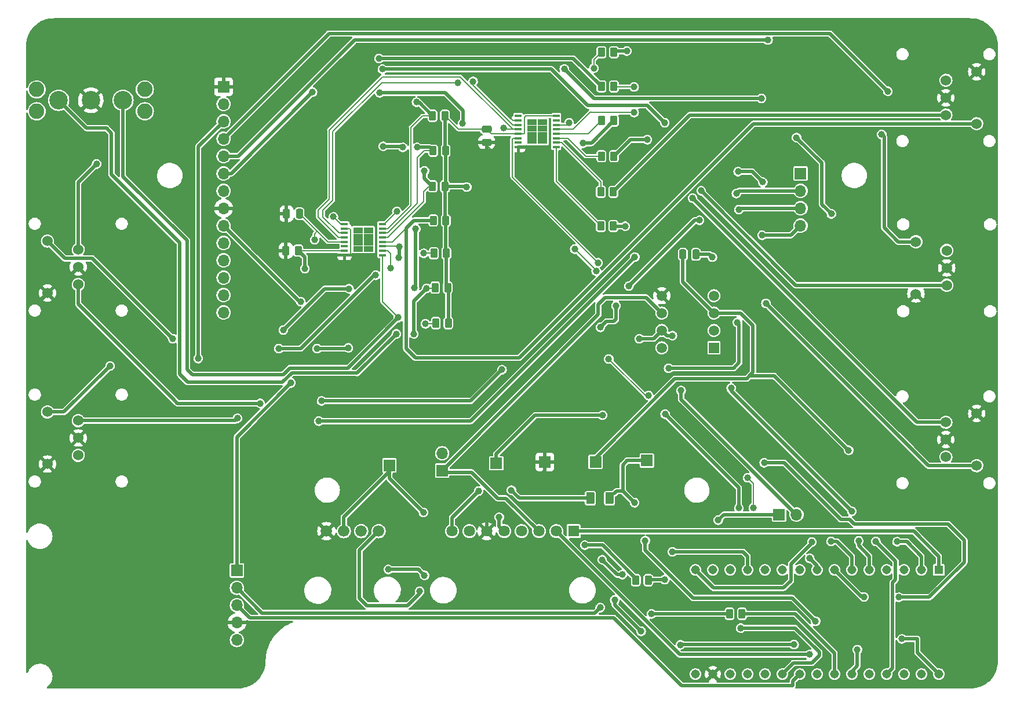
<source format=gtl>
G04 #@! TF.GenerationSoftware,KiCad,Pcbnew,(6.0.7-1)-1*
G04 #@! TF.CreationDate,2022-12-01T13:22:29-08:00*
G04 #@! TF.ProjectId,UrbanSteering,55726261-6e53-4746-9565-72696e672e6b,rev?*
G04 #@! TF.SameCoordinates,Original*
G04 #@! TF.FileFunction,Copper,L1,Top*
G04 #@! TF.FilePolarity,Positive*
%FSLAX46Y46*%
G04 Gerber Fmt 4.6, Leading zero omitted, Abs format (unit mm)*
G04 Created by KiCad (PCBNEW (6.0.7-1)-1) date 2022-12-01 13:22:29*
%MOMM*%
%LPD*%
G01*
G04 APERTURE LIST*
G04 Aperture macros list*
%AMRoundRect*
0 Rectangle with rounded corners*
0 $1 Rounding radius*
0 $2 $3 $4 $5 $6 $7 $8 $9 X,Y pos of 4 corners*
0 Add a 4 corners polygon primitive as box body*
4,1,4,$2,$3,$4,$5,$6,$7,$8,$9,$2,$3,0*
0 Add four circle primitives for the rounded corners*
1,1,$1+$1,$2,$3*
1,1,$1+$1,$4,$5*
1,1,$1+$1,$6,$7*
1,1,$1+$1,$8,$9*
0 Add four rect primitives between the rounded corners*
20,1,$1+$1,$2,$3,$4,$5,0*
20,1,$1+$1,$4,$5,$6,$7,0*
20,1,$1+$1,$6,$7,$8,$9,0*
20,1,$1+$1,$8,$9,$2,$3,0*%
G04 Aperture macros list end*
G04 #@! TA.AperFunction,ComponentPad*
%ADD10R,1.308000X1.308000*%
G04 #@! TD*
G04 #@! TA.AperFunction,ComponentPad*
%ADD11C,1.308000*%
G04 #@! TD*
G04 #@! TA.AperFunction,ComponentPad*
%ADD12C,1.524000*%
G04 #@! TD*
G04 #@! TA.AperFunction,ComponentPad*
%ADD13R,1.498600X1.498600*%
G04 #@! TD*
G04 #@! TA.AperFunction,ComponentPad*
%ADD14C,1.498600*%
G04 #@! TD*
G04 #@! TA.AperFunction,ComponentPad*
%ADD15C,2.700000*%
G04 #@! TD*
G04 #@! TA.AperFunction,ComponentPad*
%ADD16C,2.250000*%
G04 #@! TD*
G04 #@! TA.AperFunction,SMDPad,CuDef*
%ADD17RoundRect,0.250000X0.262500X0.450000X-0.262500X0.450000X-0.262500X-0.450000X0.262500X-0.450000X0*%
G04 #@! TD*
G04 #@! TA.AperFunction,ComponentPad*
%ADD18R,1.700000X1.700000*%
G04 #@! TD*
G04 #@! TA.AperFunction,SMDPad,CuDef*
%ADD19R,1.050000X0.450000*%
G04 #@! TD*
G04 #@! TA.AperFunction,SMDPad,CuDef*
%ADD20R,1.470000X0.895000*%
G04 #@! TD*
G04 #@! TA.AperFunction,ComponentPad*
%ADD21O,1.700000X1.700000*%
G04 #@! TD*
G04 #@! TA.AperFunction,SMDPad,CuDef*
%ADD22RoundRect,0.250000X-0.262500X-0.450000X0.262500X-0.450000X0.262500X0.450000X-0.262500X0.450000X0*%
G04 #@! TD*
G04 #@! TA.AperFunction,SMDPad,CuDef*
%ADD23RoundRect,0.250000X-0.250000X-0.475000X0.250000X-0.475000X0.250000X0.475000X-0.250000X0.475000X0*%
G04 #@! TD*
G04 #@! TA.AperFunction,ComponentPad*
%ADD24C,1.676400*%
G04 #@! TD*
G04 #@! TA.AperFunction,ComponentPad*
%ADD25R,1.635000X1.635000*%
G04 #@! TD*
G04 #@! TA.AperFunction,ComponentPad*
%ADD26C,1.635000*%
G04 #@! TD*
G04 #@! TA.AperFunction,SMDPad,CuDef*
%ADD27RoundRect,0.250000X-0.375000X-0.625000X0.375000X-0.625000X0.375000X0.625000X-0.375000X0.625000X0*%
G04 #@! TD*
G04 #@! TA.AperFunction,SMDPad,CuDef*
%ADD28RoundRect,0.250000X0.475000X-0.250000X0.475000X0.250000X-0.475000X0.250000X-0.475000X-0.250000X0*%
G04 #@! TD*
G04 #@! TA.AperFunction,ViaPad*
%ADD29C,1.000000*%
G04 #@! TD*
G04 #@! TA.AperFunction,Conductor*
%ADD30C,0.200000*%
G04 #@! TD*
G04 #@! TA.AperFunction,Conductor*
%ADD31C,0.500000*%
G04 #@! TD*
G04 APERTURE END LIST*
D10*
X234350000Y-131660000D03*
D11*
X231810000Y-131660000D03*
X229270000Y-131660000D03*
X226730000Y-131660000D03*
X224190000Y-131660000D03*
X221650000Y-131660000D03*
X219110000Y-131660000D03*
X216570000Y-131660000D03*
X214030000Y-131660000D03*
X211490000Y-131660000D03*
X208950000Y-131660000D03*
X206410000Y-131660000D03*
X203870000Y-131660000D03*
X201330000Y-131660000D03*
X198790000Y-131660000D03*
X198790000Y-146900000D03*
X201330000Y-146900000D03*
X203870000Y-146900000D03*
X206410000Y-146900000D03*
X208950000Y-146900000D03*
X211490000Y-146900000D03*
X214030000Y-146900000D03*
X216570000Y-146900000D03*
X219110000Y-146900000D03*
X221650000Y-146900000D03*
X224190000Y-146900000D03*
X226730000Y-146900000D03*
X229270000Y-146900000D03*
X231810000Y-146900000D03*
X234350000Y-146900000D03*
D12*
X239880000Y-108810000D03*
X239880000Y-116430000D03*
X235380000Y-110080000D03*
X235380000Y-115160000D03*
X235380000Y-112620000D03*
X104120000Y-91190000D03*
X104120000Y-83570000D03*
X108620000Y-89920000D03*
X108620000Y-84840000D03*
X108620000Y-87380000D03*
X239880000Y-58810000D03*
X239880000Y-66430000D03*
X235380000Y-60080000D03*
X235380000Y-65160000D03*
X235380000Y-62620000D03*
X104120000Y-116190000D03*
X104120000Y-108570000D03*
X108620000Y-114920000D03*
X108620000Y-109840000D03*
X108620000Y-112380000D03*
X231000000Y-91310000D03*
X231000000Y-83690000D03*
X235500000Y-90040000D03*
X235500000Y-84960000D03*
X235500000Y-87500000D03*
D13*
X201495979Y-99184740D03*
D14*
X201495979Y-96644740D03*
X201495979Y-94104740D03*
X201495979Y-91564740D03*
X193875979Y-91564740D03*
X193875979Y-94104740D03*
X193875979Y-96644740D03*
X193875979Y-99184740D03*
D15*
X110450000Y-63000000D03*
X105750000Y-63000000D03*
X115150000Y-63000000D03*
D16*
X102550000Y-61400000D03*
X102550000Y-64600000D03*
X118350000Y-64600000D03*
X118350000Y-61400000D03*
D17*
X162198479Y-75574740D03*
X160373479Y-75574740D03*
D18*
X191685979Y-115674740D03*
D17*
X186885979Y-60974740D03*
X185060979Y-60974740D03*
X162298479Y-70374740D03*
X160473479Y-70374740D03*
X191898479Y-133174740D03*
X190073479Y-133174740D03*
D19*
X178460979Y-69849740D03*
X178460979Y-69199740D03*
X178460979Y-68549740D03*
X178460979Y-67899740D03*
X178460979Y-67249740D03*
X178460979Y-66599740D03*
X178460979Y-65949740D03*
X178460979Y-65299740D03*
X172910979Y-65299740D03*
X172910979Y-65949740D03*
X172910979Y-66599740D03*
X172910979Y-67249740D03*
X172910979Y-67899740D03*
X172910979Y-68549740D03*
X172910979Y-69199740D03*
X172910979Y-69849740D03*
D20*
X176420979Y-66232240D03*
X176420979Y-68917240D03*
X176420979Y-68022240D03*
X174950979Y-67127240D03*
X174950979Y-68022240D03*
X174950979Y-66232240D03*
X174950979Y-68917240D03*
X176420979Y-67127240D03*
D19*
X153060979Y-85649740D03*
X153060979Y-84999740D03*
X153060979Y-84349740D03*
X153060979Y-83699740D03*
X153060979Y-83049740D03*
X153060979Y-82399740D03*
X153060979Y-81749740D03*
X153060979Y-81099740D03*
X147510979Y-81099740D03*
X147510979Y-81749740D03*
X147510979Y-82399740D03*
X147510979Y-83049740D03*
X147510979Y-83699740D03*
X147510979Y-84349740D03*
X147510979Y-84999740D03*
X147510979Y-85649740D03*
D20*
X149550979Y-82032240D03*
X151020979Y-84717240D03*
X149550979Y-83822240D03*
X151020979Y-82032240D03*
X149550979Y-82927240D03*
X151020979Y-83822240D03*
X149550979Y-84717240D03*
X151020979Y-82927240D03*
D18*
X131800000Y-131750000D03*
D21*
X131800000Y-134290000D03*
X131800000Y-136830000D03*
X131800000Y-139370000D03*
X131800000Y-141910000D03*
D17*
X186798479Y-81374740D03*
X184973479Y-81374740D03*
D18*
X161785979Y-117149740D03*
D21*
X161785979Y-114609740D03*
D17*
X162198479Y-65274740D03*
X160373479Y-65274740D03*
X162310979Y-80574740D03*
X160485979Y-80574740D03*
D22*
X185060979Y-71174740D03*
X186885979Y-71174740D03*
D18*
X169685979Y-116074740D03*
X214150000Y-73700000D03*
D21*
X214150000Y-76240000D03*
X214150000Y-78780000D03*
X214150000Y-81320000D03*
D17*
X205598479Y-138074740D03*
X203773479Y-138074740D03*
D23*
X139051179Y-79580740D03*
X140951179Y-79580740D03*
D24*
X152500000Y-126000000D03*
X149960000Y-126000000D03*
X147420000Y-126000000D03*
X144880000Y-126000000D03*
D22*
X185060979Y-65974740D03*
X186885979Y-65974740D03*
D18*
X184185979Y-115874740D03*
X211010979Y-123574740D03*
D21*
X213550979Y-123574740D03*
D22*
X138960979Y-84974740D03*
X140785979Y-84974740D03*
D17*
X162598479Y-90374740D03*
X160773479Y-90374740D03*
X186798479Y-76374740D03*
X184973479Y-76374740D03*
X162685979Y-95574740D03*
X160860979Y-95574740D03*
D22*
X185060979Y-55974740D03*
X186885979Y-55974740D03*
D23*
X196963179Y-85524340D03*
X198863179Y-85524340D03*
D18*
X129850000Y-61000000D03*
D21*
X129850000Y-63540000D03*
X129850000Y-66080000D03*
X129850000Y-68620000D03*
X129850000Y-71160000D03*
X129850000Y-73700000D03*
X129850000Y-76240000D03*
X129850000Y-78780000D03*
X129850000Y-81320000D03*
X129850000Y-83860000D03*
X129850000Y-86400000D03*
X129850000Y-88940000D03*
X129850000Y-91480000D03*
X129850000Y-94020000D03*
D25*
X181000000Y-126000000D03*
D26*
X178460000Y-126000000D03*
X175920000Y-126000000D03*
X173380000Y-126000000D03*
X170840000Y-126000000D03*
X168300000Y-126000000D03*
X165760000Y-126000000D03*
X163220000Y-126000000D03*
D27*
X183429179Y-121185940D03*
X186229179Y-121185940D03*
D28*
X168285979Y-69124740D03*
X168285979Y-67224740D03*
D17*
X162398479Y-85374740D03*
X160573479Y-85374740D03*
D18*
X154085979Y-116374740D03*
X176785979Y-115874740D03*
D29*
X185213179Y-109044740D03*
X155161891Y-79247452D03*
X165385979Y-75674740D03*
X201265979Y-85930740D03*
X143150779Y-83390740D03*
X191461579Y-127383540D03*
X216353579Y-139169140D03*
X228951979Y-141759940D03*
X189886779Y-121846340D03*
X173385979Y-71174740D03*
X174443579Y-119509540D03*
X169385979Y-70674740D03*
X171090779Y-122709940D03*
X171385979Y-64174740D03*
X184885979Y-137174740D03*
X205385979Y-140174740D03*
X139696379Y-104320340D03*
X141728379Y-87607140D03*
X215439179Y-144045940D03*
X222449579Y-143334740D03*
X170125579Y-123968741D03*
X195423979Y-97411540D03*
X190597979Y-97868740D03*
X196693979Y-105437940D03*
X182622379Y-128043940D03*
X202129579Y-124386340D03*
X194306379Y-133073140D03*
X225141979Y-127485140D03*
X221179579Y-114175540D03*
X228240779Y-127535940D03*
X226885979Y-61674740D03*
X222652779Y-127434340D03*
X221636779Y-123116340D03*
X204009179Y-105082340D03*
X164059291Y-60415040D03*
X218653806Y-79617313D03*
X179625179Y-58397140D03*
X213559579Y-68455540D03*
X218588779Y-127485140D03*
X208428779Y-62715140D03*
X166302067Y-60239452D03*
X228545579Y-135663940D03*
X223414779Y-135613140D03*
X208835179Y-116004340D03*
X184552779Y-86743540D03*
X184287348Y-87964525D03*
X191923225Y-106153586D03*
X181149179Y-84762340D03*
X170785979Y-67050240D03*
X206396779Y-118188740D03*
X207260379Y-122575240D03*
X215489979Y-129974340D03*
X186127579Y-100815140D03*
X145893979Y-80037940D03*
X159203579Y-132463540D03*
X195423979Y-129009140D03*
X153920379Y-131599940D03*
X126132779Y-100764340D03*
X194357179Y-108892340D03*
X204923579Y-95481140D03*
X205126779Y-122625240D03*
X194865179Y-102186740D03*
X142845979Y-61800740D03*
X194306379Y-66271140D03*
X153056779Y-58447940D03*
X204771179Y-76634340D03*
X148078379Y-99189540D03*
X205126779Y-78971140D03*
X143506379Y-99291140D03*
X184908379Y-96192340D03*
X141118779Y-92433140D03*
X187194379Y-93042740D03*
X199386379Y-80545940D03*
X215794779Y-127586740D03*
X189073979Y-90147140D03*
X205025179Y-73433940D03*
X152650379Y-61902340D03*
X164791579Y-66372740D03*
X208530379Y-82730340D03*
X208631979Y-74957940D03*
X190851979Y-140642340D03*
X186991179Y-136070340D03*
X185162379Y-130177540D03*
X213203979Y-142572740D03*
X196592379Y-142623540D03*
X159051179Y-123268740D03*
X188108779Y-132361940D03*
X209392965Y-54181726D03*
X192375979Y-138102340D03*
X158492379Y-134800340D03*
X155088779Y-97157540D03*
X157628779Y-97157540D03*
X159508379Y-90502740D03*
X154246133Y-87526494D03*
X155393579Y-94769940D03*
X159355979Y-95684340D03*
X155511679Y-84406740D03*
X159101979Y-85371940D03*
X155444379Y-85981540D03*
X152091579Y-88572340D03*
X113280379Y-101831140D03*
X137918379Y-99291140D03*
X143760379Y-109908340D03*
X131873179Y-109501940D03*
X188515179Y-81409540D03*
X189937579Y-85930740D03*
X135175179Y-107317540D03*
X144166779Y-106961940D03*
X170531979Y-102389940D03*
X182368379Y-69268340D03*
X191766379Y-68760340D03*
X199640379Y-76227940D03*
X189835979Y-61038740D03*
X189835979Y-64781440D03*
X152548779Y-56873140D03*
X111299179Y-72316340D03*
X183943179Y-58295540D03*
X180336379Y-66271140D03*
X198370379Y-77294740D03*
X188769179Y-55806340D03*
X159203579Y-73332340D03*
X226005579Y-67998340D03*
X122424379Y-97868740D03*
X148179979Y-90553540D03*
X157933579Y-81815940D03*
X138578779Y-96598740D03*
X158136779Y-69877940D03*
X153158379Y-69725540D03*
X157743557Y-90447294D03*
X156053979Y-69877940D03*
X209089179Y-92687140D03*
X158035179Y-63273940D03*
X167128379Y-120119140D03*
X171903579Y-120017540D03*
D30*
X173710979Y-67899740D02*
X172910979Y-67899740D01*
X168285979Y-67224740D02*
X164148479Y-67224740D01*
D31*
X162198479Y-75574740D02*
X165285979Y-75574740D01*
D30*
X174000979Y-65299740D02*
X173785979Y-65514740D01*
D31*
X162298479Y-75474740D02*
X162198479Y-75574740D01*
D30*
X173785979Y-65514740D02*
X173785979Y-67824740D01*
D31*
X169685979Y-114724740D02*
X175365979Y-109044740D01*
X162685979Y-90462240D02*
X162685979Y-95574740D01*
D30*
X173785979Y-67824740D02*
X173710979Y-67899740D01*
D31*
X162298479Y-72777440D02*
X162298479Y-75474740D01*
X162598479Y-90374740D02*
X162685979Y-90462240D01*
D30*
X145070179Y-83699740D02*
X143524179Y-82153740D01*
D31*
X162310979Y-85287240D02*
X162398479Y-85374740D01*
D30*
X143524179Y-82153740D02*
X140951179Y-79580740D01*
X178460979Y-65299740D02*
X174000979Y-65299740D01*
D31*
X165285979Y-75574740D02*
X165385979Y-75674740D01*
X200859579Y-85524340D02*
X201265979Y-85930740D01*
X162310979Y-80574740D02*
X162310979Y-85287240D01*
X169685979Y-116074740D02*
X169685979Y-114724740D01*
D30*
X164148479Y-67224740D02*
X162198479Y-65274740D01*
X143524179Y-82153740D02*
X143150779Y-82527140D01*
D31*
X162310979Y-80574740D02*
X162198479Y-80462240D01*
X162398479Y-85374740D02*
X162398479Y-90174740D01*
X162198479Y-70274740D02*
X162298479Y-70374740D01*
X162298479Y-70374740D02*
X162298479Y-72777440D01*
X162198479Y-65274740D02*
X162198479Y-70274740D01*
X198863179Y-85524340D02*
X200859579Y-85524340D01*
X175365979Y-109044740D02*
X185213179Y-109044740D01*
D30*
X153309603Y-81099740D02*
X155161891Y-79247452D01*
X172910979Y-67899740D02*
X168960979Y-67899740D01*
X143150779Y-82527140D02*
X143150779Y-83390740D01*
D31*
X162398479Y-90174740D02*
X162598479Y-90374740D01*
D30*
X147510979Y-83699740D02*
X145070179Y-83699740D01*
X153060979Y-81099740D02*
X153309603Y-81099740D01*
D31*
X162198479Y-80462240D02*
X162198479Y-75574740D01*
D30*
X168960979Y-67899740D02*
X168285979Y-67224740D01*
D31*
X188793979Y-115674740D02*
X191685979Y-115674740D01*
X216353579Y-139169140D02*
X212949979Y-135765540D01*
X189886779Y-121846340D02*
X188184979Y-120144540D01*
X198421179Y-135765540D02*
X191461579Y-128805940D01*
X187270579Y-120144540D02*
X186905579Y-120509540D01*
X191461579Y-128805940D02*
X191461579Y-127383540D01*
X212949979Y-135765540D02*
X198421179Y-135765540D01*
X231209940Y-141759940D02*
X228951979Y-141759940D01*
X231209940Y-141759940D02*
X231209940Y-143759940D01*
X188184979Y-120144540D02*
X187270579Y-120144540D01*
X188184979Y-116283740D02*
X188793979Y-115674740D01*
X231209940Y-143759940D02*
X234350000Y-146900000D01*
X188184979Y-120144540D02*
X188184979Y-116283740D01*
D30*
X172110979Y-65949740D02*
X171385979Y-65224740D01*
D31*
X176785979Y-115874740D02*
X176785979Y-117167140D01*
D30*
X172910979Y-65949740D02*
X172110979Y-65949740D01*
X148385979Y-81900000D02*
X148385979Y-85624740D01*
X168285979Y-69574740D02*
X169385979Y-70674740D01*
D31*
X176785979Y-117167140D02*
X174443579Y-119509540D01*
D30*
X148360979Y-85649740D02*
X147510979Y-85649740D01*
X148385979Y-85624740D02*
X148360979Y-85649740D01*
D31*
X169211179Y-121897140D02*
X168300000Y-122808319D01*
D30*
X172910979Y-70699740D02*
X173385979Y-71174740D01*
X147510979Y-81749740D02*
X148235979Y-81749740D01*
D31*
X171090779Y-122709940D02*
X170277979Y-121897140D01*
X170277979Y-121897140D02*
X169211179Y-121897140D01*
D30*
X171385979Y-65224740D02*
X171385979Y-64174740D01*
X172910979Y-69849740D02*
X172910979Y-70699740D01*
X168285979Y-69124740D02*
X168285979Y-69574740D01*
X148235979Y-81749740D02*
X148385979Y-81899740D01*
D31*
X168300000Y-122808319D02*
X168300000Y-126000000D01*
X213000779Y-147929221D02*
X214030000Y-146900000D01*
X133644740Y-138674740D02*
X186885979Y-138674740D01*
X131800000Y-136830000D02*
X133644740Y-138674740D01*
X196793393Y-148582154D02*
X213000779Y-148582154D01*
X186885979Y-138674740D02*
X196793393Y-148582154D01*
X213000779Y-148582154D02*
X213000779Y-147929221D01*
X213385979Y-140174740D02*
X205385979Y-140174740D01*
X131800000Y-134290000D02*
X135484740Y-137974740D01*
X216885979Y-143674740D02*
X213385979Y-140174740D01*
X216885979Y-144173940D02*
X216885979Y-143674740D01*
X215794779Y-145265140D02*
X216885979Y-144173940D01*
X184085979Y-137974740D02*
X184885979Y-137174740D01*
X211490000Y-146900000D02*
X213124860Y-145265140D01*
X135484740Y-137974740D02*
X184085979Y-137974740D01*
X213124860Y-145265140D02*
X215794779Y-145265140D01*
X141728379Y-87607140D02*
X141728379Y-85917140D01*
X131800000Y-112216719D02*
X139696379Y-104320340D01*
D30*
X147510979Y-84999740D02*
X140810979Y-84999740D01*
D31*
X141728379Y-85917140D02*
X140785979Y-84974740D01*
X131800000Y-131750000D02*
X131800000Y-112216719D01*
D30*
X140810979Y-84999740D02*
X140785979Y-84974740D01*
D31*
X234350000Y-131660000D02*
X234350000Y-129660000D01*
X181000000Y-126000000D02*
X230690000Y-126000000D01*
X234350000Y-129660000D02*
X230690000Y-126000000D01*
X222449579Y-143334740D02*
X222449579Y-145699579D01*
X221810000Y-146339158D02*
X221810000Y-146900000D01*
X178460000Y-126000000D02*
X196505940Y-144045940D01*
X222449579Y-145699579D02*
X221810000Y-146339158D01*
X196505940Y-144045940D02*
X215439179Y-144045940D01*
X195423979Y-97411540D02*
X194642779Y-97411540D01*
X170125579Y-125285579D02*
X170840000Y-126000000D01*
X213550979Y-123574740D02*
X196693979Y-106717740D01*
X170125579Y-123968741D02*
X170125579Y-125285579D01*
X192651979Y-97868740D02*
X193875979Y-96644740D01*
X196693979Y-106717740D02*
X196693979Y-105437940D01*
X190597979Y-97868740D02*
X192651979Y-97868740D01*
X194642779Y-97411540D02*
X193875979Y-96644740D01*
X166125978Y-117389539D02*
X169933579Y-121197140D01*
X191594779Y-91823540D02*
X193875979Y-94104740D01*
X190073479Y-133174740D02*
X190073479Y-132912426D01*
X162025778Y-117389539D02*
X166125978Y-117389539D01*
X169933579Y-121197140D02*
X171117140Y-121197140D01*
X161785979Y-117149740D02*
X184603579Y-94332140D01*
X185204993Y-128043940D02*
X182622379Y-128043940D01*
X184603579Y-94332140D02*
X184603579Y-92839540D01*
X185619579Y-91823540D02*
X191594779Y-91823540D01*
X161785979Y-117149740D02*
X162025778Y-117389539D01*
X184603579Y-92839540D02*
X185619579Y-91823540D01*
X171117140Y-121197140D02*
X175920000Y-126000000D01*
X190073479Y-132912426D02*
X185204993Y-128043940D01*
X192000079Y-133073140D02*
X191898479Y-133174740D01*
X194306379Y-133073140D02*
X192000079Y-133073140D01*
X211010979Y-123574740D02*
X202941179Y-123574740D01*
X202941179Y-123574740D02*
X202129579Y-124386340D01*
X206295179Y-103710740D02*
X206701579Y-103304340D01*
X221179579Y-114175540D02*
X210308379Y-103304340D01*
X196963179Y-85524340D02*
X196963179Y-89571940D01*
X205375979Y-94104740D02*
X201495979Y-94104740D01*
X195779579Y-103710740D02*
X206295179Y-103710740D01*
X227576000Y-133534719D02*
X227576000Y-146054000D01*
X184185979Y-115874740D02*
X184185979Y-115304340D01*
X225141979Y-127485140D02*
X228037579Y-130380740D01*
X210308379Y-103304340D02*
X206701579Y-103304340D01*
X207209579Y-95938340D02*
X205375979Y-94104740D01*
X206701579Y-103304340D02*
X207209579Y-102796340D01*
X227576000Y-146054000D02*
X226730000Y-146900000D01*
X228037579Y-130380740D02*
X228037579Y-133073140D01*
X207209579Y-102796340D02*
X207209579Y-95938340D01*
X228037579Y-133073140D02*
X227576000Y-133534719D01*
X196963179Y-89571940D02*
X201495979Y-94104740D01*
X184185979Y-115304340D02*
X195779579Y-103710740D01*
X229685940Y-127535940D02*
X228240779Y-127535940D01*
X231810000Y-131660000D02*
X231810000Y-129660000D01*
X218442965Y-53231726D02*
X145238274Y-53231726D01*
X226885979Y-61674740D02*
X218442965Y-53231726D01*
X231810000Y-129660000D02*
X229685940Y-127535940D01*
X145238274Y-53231726D02*
X129850000Y-68620000D01*
X224190000Y-129660000D02*
X222652779Y-128122779D01*
X222652779Y-128122779D02*
X222652779Y-127434340D01*
X221636779Y-123116340D02*
X204009179Y-105488740D01*
X204009179Y-105488740D02*
X204009179Y-105082340D01*
X224190000Y-131660000D02*
X224190000Y-129660000D01*
X183943179Y-62715140D02*
X179625179Y-58397140D01*
X217267979Y-72163940D02*
X213559579Y-68455540D01*
X221650000Y-129660000D02*
X219475140Y-127485140D01*
D30*
X172110979Y-66599740D02*
X172910979Y-66599740D01*
D31*
X219475140Y-127485140D02*
X218588779Y-127485140D01*
D30*
X147510979Y-82399740D02*
X146710979Y-82399740D01*
D31*
X218653806Y-79617313D02*
X217267979Y-78231486D01*
X221650000Y-131660000D02*
X221650000Y-129660000D01*
D30*
X164059291Y-60415040D02*
X153006308Y-60415040D01*
X166302067Y-60790828D02*
X172110979Y-66599740D01*
D31*
X208428779Y-62715140D02*
X183943179Y-62715140D01*
D30*
X166302067Y-60239452D02*
X166302067Y-60790828D01*
D31*
X217267979Y-78231486D02*
X217267979Y-72163940D01*
D30*
X145826979Y-67594369D02*
X145826979Y-77615740D01*
X144369979Y-79072740D02*
X145826979Y-77615740D01*
X146710979Y-82399740D02*
X144369979Y-80058740D01*
X144369979Y-80058740D02*
X144369979Y-79072740D01*
X153006308Y-60415040D02*
X145826979Y-67594369D01*
X172110979Y-68549740D02*
X172035979Y-68624740D01*
D31*
X235708379Y-124945140D02*
X221992379Y-124945140D01*
X211781579Y-116004340D02*
X208835179Y-116004340D01*
X232948215Y-135663940D02*
X238095979Y-130516176D01*
X221331979Y-124284740D02*
X220061979Y-124284740D01*
X228545579Y-135663940D02*
X232948215Y-135663940D01*
X221992379Y-124945140D02*
X221331979Y-124284740D01*
D30*
X172910979Y-68549740D02*
X172110979Y-68549740D01*
D31*
X238095979Y-130516176D02*
X238095979Y-127332740D01*
X223063140Y-135613140D02*
X223414779Y-135613140D01*
D30*
X172035979Y-74226740D02*
X184552779Y-86743540D01*
D31*
X220061979Y-124284740D02*
X211781579Y-116004340D01*
X219110000Y-131660000D02*
X223063140Y-135613140D01*
D30*
X172035979Y-68624740D02*
X172035979Y-74226740D01*
D31*
X238095979Y-127332740D02*
X235708379Y-124945140D01*
D30*
X143658779Y-79072740D02*
X145284379Y-77447140D01*
X153070550Y-59565540D02*
X164426779Y-59565540D01*
X191466025Y-106153586D02*
X191923225Y-106153586D01*
X146619779Y-83049740D02*
X143658779Y-80088740D01*
X164426779Y-59565540D02*
X172110979Y-67249740D01*
X145284379Y-77447140D02*
X145284379Y-67351711D01*
X147510979Y-83049740D02*
X146619779Y-83049740D01*
X207260379Y-119052340D02*
X207260379Y-122575240D01*
D31*
X216570000Y-131054361D02*
X215489979Y-129974340D01*
D30*
X145284379Y-67351711D02*
X153070550Y-59565540D01*
X206396779Y-118188740D02*
X207260379Y-119052340D01*
X170985479Y-67249740D02*
X170785979Y-67050240D01*
X184287348Y-87900509D02*
X184287348Y-87964525D01*
X172910979Y-67249740D02*
X170985479Y-67249740D01*
X172110979Y-67249740D02*
X172910979Y-67249740D01*
D31*
X216570000Y-131660000D02*
X216570000Y-131054361D01*
D30*
X186127579Y-100815140D02*
X191466025Y-106153586D01*
X181149179Y-84762340D02*
X184287348Y-87900509D01*
X143658779Y-80088740D02*
X143658779Y-79072740D01*
X147510979Y-81099740D02*
X146955779Y-81099740D01*
X146955779Y-81099740D02*
X145893979Y-80037940D01*
D31*
X126132779Y-69797221D02*
X126132779Y-100764340D01*
X206410000Y-129660000D02*
X206410000Y-131660000D01*
X195423979Y-129009140D02*
X205759140Y-129009140D01*
X129850000Y-66080000D02*
X126132779Y-69797221D01*
X205759140Y-129009140D02*
X206410000Y-129660000D01*
X158339979Y-131599940D02*
X159203579Y-132463540D01*
X153920379Y-131599940D02*
X158339979Y-131599940D01*
X205126779Y-122625240D02*
X205126779Y-119661940D01*
X205126779Y-119661940D02*
X194357179Y-108892340D01*
X194865179Y-102186740D02*
X204364779Y-102186740D01*
X205177579Y-101373940D02*
X205177579Y-95735140D01*
X204364779Y-102186740D02*
X205177579Y-101373940D01*
X205177579Y-95735140D02*
X204923579Y-95481140D01*
X130946719Y-73700000D02*
X142845979Y-61800740D01*
X190445579Y-63731140D02*
X191766379Y-63731140D01*
X129850000Y-73700000D02*
X130946719Y-73700000D01*
X190394779Y-63781940D02*
X190445579Y-63731140D01*
X204771179Y-76634340D02*
X205165519Y-76240000D01*
X183079579Y-63781940D02*
X190394779Y-63781940D01*
X153056779Y-58447940D02*
X177745579Y-58447940D01*
X191766379Y-63731140D02*
X194306379Y-66271140D01*
X205165519Y-76240000D02*
X214150000Y-76240000D01*
X177745579Y-58447940D02*
X183079579Y-63781940D01*
X215794779Y-127723218D02*
X212746779Y-130771218D01*
X187194379Y-95023940D02*
X187194379Y-93042740D01*
X147976779Y-99291140D02*
X148078379Y-99189540D01*
X205317919Y-78780000D02*
X214150000Y-78780000D01*
X140963140Y-92433140D02*
X141118779Y-92433140D01*
X129850000Y-81320000D02*
X140963140Y-92433140D01*
X189073979Y-90147140D02*
X198675179Y-80545940D01*
X184908379Y-96192340D02*
X185771979Y-95328740D01*
X143506379Y-99291140D02*
X147976779Y-99291140D01*
X201422340Y-134292340D02*
X198790000Y-131660000D01*
X205126779Y-78971140D02*
X205317919Y-78780000D01*
X215794779Y-127586740D02*
X215794779Y-127723218D01*
X212746779Y-130771218D02*
X212746779Y-133225540D01*
X211679979Y-134292340D02*
X201422340Y-134292340D01*
X186889579Y-95328740D02*
X187194379Y-95023940D01*
X212746779Y-133225540D02*
X211679979Y-134292340D01*
X198675179Y-80545940D02*
X199386379Y-80545940D01*
X185771979Y-95328740D02*
X186889579Y-95328740D01*
X164842379Y-66321940D02*
X164791579Y-66372740D01*
X207107979Y-73433940D02*
X208631979Y-74957940D01*
X208530379Y-82730340D02*
X212739660Y-82730340D01*
X212739660Y-82730340D02*
X214150000Y-81320000D01*
X152650379Y-61902340D02*
X162251579Y-61902340D01*
X205025179Y-73433940D02*
X207107979Y-73433940D01*
X162251579Y-61902340D02*
X164842379Y-64493140D01*
X164842379Y-64493140D02*
X164842379Y-66321940D01*
X147420000Y-126000000D02*
X147420000Y-123927119D01*
X154085979Y-118303540D02*
X154085979Y-116374740D01*
X196643179Y-142572740D02*
X196592379Y-142623540D01*
X159051179Y-123268740D02*
X154085979Y-118303540D01*
X188108779Y-132361940D02*
X187346779Y-132361940D01*
X147420000Y-123927119D02*
X154085979Y-117261140D01*
X190851979Y-140642340D02*
X186991179Y-136781540D01*
X213203979Y-142572740D02*
X196643179Y-142572740D01*
X154085979Y-117261140D02*
X154085979Y-116374740D01*
X186991179Y-136781540D02*
X186991179Y-136070340D01*
X187346779Y-132361940D02*
X185162379Y-130177540D01*
X129850000Y-71160000D02*
X132005333Y-71160000D01*
X148983607Y-54181726D02*
X209392965Y-54181726D01*
X132005333Y-71160000D02*
X148983607Y-54181726D01*
X205598479Y-138074740D02*
X213379579Y-138074740D01*
X219110000Y-143805161D02*
X219110000Y-146900000D01*
X213379579Y-138074740D02*
X219110000Y-143805161D01*
X149697726Y-135810087D02*
X149697726Y-128802274D01*
X203773479Y-138074740D02*
X192403579Y-138074740D01*
X150754841Y-136867202D02*
X149697726Y-135810087D01*
X158492379Y-134800340D02*
X158492379Y-135111280D01*
X149697726Y-128802274D02*
X152500000Y-126000000D01*
X158492379Y-135111280D02*
X156736457Y-136867202D01*
X156736457Y-136867202D02*
X150754841Y-136867202D01*
X192403579Y-138074740D02*
X192375979Y-138102340D01*
X124608779Y-104218740D02*
X138454476Y-104218740D01*
D30*
X154246133Y-85384894D02*
X153860979Y-84999740D01*
D31*
X139826076Y-102847140D02*
X149297579Y-102847140D01*
D30*
X160645479Y-90502740D02*
X160773479Y-90374740D01*
X153860979Y-84999740D02*
X153060979Y-84999740D01*
X159508379Y-90502740D02*
X160645479Y-90502740D01*
D31*
X157628779Y-97157540D02*
X157628779Y-92382340D01*
X112772379Y-67083940D02*
X113483579Y-67795140D01*
X138454476Y-104218740D02*
X139826076Y-102847140D01*
X149348379Y-102897940D02*
X155088779Y-97157540D01*
X113483579Y-67795140D02*
X113483579Y-73840340D01*
X149297579Y-102847140D02*
X149348379Y-102897940D01*
X123440379Y-83797140D02*
X123440379Y-103050340D01*
X105750000Y-63000000D02*
X109833940Y-67083940D01*
X123440379Y-103050340D02*
X124608779Y-104218740D01*
D30*
X154246133Y-87526494D02*
X154246133Y-85384894D01*
D31*
X113483579Y-73840340D02*
X123440379Y-83797140D01*
X157628779Y-92382340D02*
X159508379Y-90502740D01*
X109833940Y-67083940D02*
X112772379Y-67083940D01*
X173021179Y-100662740D02*
X157882779Y-100662740D01*
X207253919Y-66430000D02*
X173021179Y-100662740D01*
X157650779Y-80574740D02*
X160485979Y-80574740D01*
X239880000Y-66430000D02*
X207253919Y-66430000D01*
D30*
X154525779Y-83699740D02*
X156511179Y-81714340D01*
D31*
X157882779Y-100662740D02*
X156511179Y-99291140D01*
X156511179Y-99291140D02*
X156511179Y-81714340D01*
D30*
X153060979Y-83699740D02*
X154525779Y-83699740D01*
D31*
X156511179Y-81714340D02*
X157650779Y-80574740D01*
X125269179Y-103101140D02*
X138582126Y-103101140D01*
D30*
X160751379Y-95684340D02*
X160860979Y-95574740D01*
X159355979Y-95684340D02*
X160751379Y-95684340D01*
D31*
X148016379Y-102147140D02*
X155393579Y-94769940D01*
X138582126Y-103101140D02*
X139536127Y-102147140D01*
X124507179Y-83492340D02*
X124507179Y-102339140D01*
X139536127Y-102147140D02*
X148016379Y-102147140D01*
X115150000Y-74135161D02*
X124507179Y-83492340D01*
D30*
X153060979Y-92437340D02*
X155393579Y-94769940D01*
D31*
X124507179Y-102339140D02*
X125269179Y-103101140D01*
D30*
X153060979Y-85649740D02*
X153060979Y-92437340D01*
D31*
X115150000Y-63000000D02*
X115150000Y-74135161D01*
D30*
X153060979Y-84349740D02*
X155454679Y-84349740D01*
X160570679Y-85371940D02*
X160573479Y-85374740D01*
D31*
X104120000Y-108570000D02*
X106541519Y-108570000D01*
X141118779Y-99291140D02*
X151634379Y-88775540D01*
X155511679Y-85914240D02*
X155511679Y-84406740D01*
X151634379Y-88775540D02*
X151837579Y-88572340D01*
X106541519Y-108570000D02*
X113280379Y-101831140D01*
D30*
X155454679Y-84349740D02*
X155511679Y-84406740D01*
X159101979Y-85371940D02*
X160570679Y-85371940D01*
D31*
X151837579Y-88572340D02*
X152091579Y-88572340D01*
X137918379Y-99291140D02*
X141118779Y-99291140D01*
X155444379Y-85981540D02*
X155511679Y-85914240D01*
X186833279Y-81409540D02*
X186798479Y-81374740D01*
X108620000Y-109840000D02*
X131535119Y-109840000D01*
X143760379Y-109908340D02*
X165959979Y-109908340D01*
X131535119Y-109840000D02*
X131873179Y-109501940D01*
X165959979Y-109908340D02*
X189937579Y-85930740D01*
X188515179Y-81409540D02*
X186833279Y-81409540D01*
D30*
X178460979Y-74862240D02*
X184973479Y-81374740D01*
X178460979Y-69849740D02*
X178460979Y-74862240D01*
D31*
X235380000Y-65160000D02*
X197961379Y-65160000D01*
X186798479Y-76322900D02*
X186798479Y-76374740D01*
X197961379Y-65160000D02*
X186798479Y-76322900D01*
D30*
X179260979Y-69199740D02*
X184973479Y-74912240D01*
X178460979Y-69199740D02*
X179260979Y-69199740D01*
X184973479Y-74912240D02*
X184973479Y-76374740D01*
X183135979Y-67899740D02*
X185060979Y-65974740D01*
X178460979Y-67899740D02*
X183135979Y-67899740D01*
D31*
X165959979Y-106961940D02*
X170531979Y-102389940D01*
X108620000Y-89920000D02*
X108620000Y-92801961D01*
X144166779Y-106961940D02*
X165959979Y-106961940D01*
X183592379Y-69268340D02*
X186885979Y-65974740D01*
X123135579Y-107317540D02*
X135175179Y-107317540D01*
X182368379Y-69268340D02*
X183592379Y-69268340D01*
X108620000Y-92801961D02*
X122525979Y-106707940D01*
X122525979Y-106707940D02*
X123135579Y-107317540D01*
D30*
X178460979Y-68549740D02*
X180125779Y-68549740D01*
X182750779Y-71174740D02*
X185060979Y-71174740D01*
X180125779Y-68549740D02*
X182750779Y-71174740D01*
D31*
X189300379Y-68760340D02*
X186885979Y-71174740D01*
X235500000Y-90040000D02*
X213452439Y-90040000D01*
X213452439Y-90040000D02*
X199640379Y-76227940D01*
X191766379Y-68760340D02*
X189300379Y-68760340D01*
D30*
X189835979Y-61038740D02*
X186949979Y-61038740D01*
X183435179Y-64696340D02*
X183520279Y-64781440D01*
X186949979Y-61038740D02*
X186885979Y-60974740D01*
X183520279Y-64781440D02*
X189835979Y-64781440D01*
X178460979Y-67249740D02*
X180881779Y-67249740D01*
X180881779Y-67249740D02*
X183435179Y-64696340D01*
D31*
X108620000Y-74995519D02*
X111299179Y-72316340D01*
X108620000Y-84840000D02*
X108620000Y-74995519D01*
X152548779Y-56873140D02*
X180959379Y-56873140D01*
X180959379Y-56873140D02*
X185060979Y-60974740D01*
D30*
X183943179Y-57092540D02*
X183943179Y-58295540D01*
X180007779Y-66599740D02*
X178460979Y-66599740D01*
X180336379Y-66271140D02*
X180007779Y-66599740D01*
X185060979Y-55974740D02*
X183943179Y-57092540D01*
D31*
X188769179Y-55806340D02*
X187054379Y-55806340D01*
X231155639Y-110080000D02*
X198370379Y-77294740D01*
X187054379Y-55806340D02*
X186885979Y-55974740D01*
X235380000Y-110080000D02*
X231155639Y-110080000D01*
D30*
X153860979Y-83049740D02*
X159101979Y-77808740D01*
X159856779Y-75574740D02*
X160373479Y-75574740D01*
D31*
X159203579Y-74404840D02*
X160373479Y-75574740D01*
X226361179Y-81613872D02*
X226361179Y-68353940D01*
X231000000Y-83690000D02*
X228437307Y-83690000D01*
X226361179Y-68353940D02*
X226005579Y-67998340D01*
X228437307Y-83690000D02*
X226361179Y-81613872D01*
X159203579Y-73332340D02*
X159203579Y-74404840D01*
D30*
X159101979Y-76329540D02*
X159856779Y-75574740D01*
X153060979Y-83049740D02*
X153860979Y-83049740D01*
X159101979Y-77808740D02*
X159101979Y-76329540D01*
D31*
X104120000Y-83570000D02*
X106668000Y-86118000D01*
X158136779Y-69877940D02*
X159976679Y-69877940D01*
X155901579Y-69725540D02*
X156053979Y-69877940D01*
X106668000Y-86118000D02*
X110673639Y-86118000D01*
X159976679Y-69877940D02*
X160473479Y-70374740D01*
D30*
X153060979Y-82399740D02*
X153860979Y-82399740D01*
D31*
X138578779Y-96598740D02*
X144623979Y-90553540D01*
D30*
X153860979Y-82399740D02*
X158187579Y-78073140D01*
D31*
X110673639Y-86118000D02*
X122424379Y-97868740D01*
D30*
X158187579Y-71351140D02*
X159163979Y-70374740D01*
D31*
X153158379Y-69725540D02*
X155901579Y-69725540D01*
X157933579Y-90257272D02*
X157933579Y-81815940D01*
X144623979Y-90553540D02*
X148179979Y-90553540D01*
D30*
X159163979Y-70374740D02*
X160473479Y-70374740D01*
X158187579Y-78073140D02*
X158187579Y-71351140D01*
D31*
X157743557Y-90447294D02*
X157933579Y-90257272D01*
X239880000Y-116430000D02*
X232832039Y-116430000D01*
D30*
X157222379Y-78388340D02*
X157222379Y-66931540D01*
X153860979Y-81749740D02*
X157222379Y-78388340D01*
D31*
X158372679Y-63273940D02*
X160373479Y-65274740D01*
X158035179Y-63273940D02*
X158372679Y-63273940D01*
D30*
X157222379Y-66931540D02*
X158879179Y-65274740D01*
X158879179Y-65274740D02*
X160373479Y-65274740D01*
D31*
X232832039Y-116430000D02*
X209089179Y-92687140D01*
D30*
X153060979Y-81749740D02*
X153860979Y-81749740D01*
D31*
X163220000Y-126000000D02*
X163220000Y-124027519D01*
X173071979Y-121185940D02*
X183429179Y-121185940D01*
X171903579Y-120017540D02*
X173071979Y-121185940D01*
X163220000Y-124027519D02*
X167128379Y-120119140D01*
G04 #@! TA.AperFunction,Conductor*
G36*
X238950676Y-51001285D02*
G01*
X238979838Y-51004556D01*
X238985963Y-51005243D01*
X239019207Y-51002452D01*
X239035554Y-51002144D01*
X239363210Y-51017292D01*
X239374798Y-51018366D01*
X239729142Y-51067795D01*
X239740582Y-51069934D01*
X240088854Y-51151846D01*
X240100030Y-51155026D01*
X240269650Y-51211877D01*
X240439262Y-51268726D01*
X240450114Y-51272930D01*
X240777401Y-51417441D01*
X240787819Y-51422629D01*
X241100374Y-51596722D01*
X241110269Y-51602848D01*
X241405431Y-51805038D01*
X241414719Y-51812052D01*
X241689971Y-52040618D01*
X241698571Y-52048459D01*
X241951541Y-52301429D01*
X241959382Y-52310029D01*
X242187948Y-52585281D01*
X242194962Y-52594569D01*
X242397152Y-52889731D01*
X242403278Y-52899626D01*
X242577371Y-53212181D01*
X242582559Y-53222599D01*
X242727070Y-53549886D01*
X242731274Y-53560738D01*
X242778697Y-53702228D01*
X242843936Y-53896872D01*
X242844971Y-53899961D01*
X242848154Y-53911146D01*
X242910827Y-54177618D01*
X242930066Y-54259418D01*
X242932205Y-54270858D01*
X242981634Y-54625202D01*
X242982708Y-54636791D01*
X242993997Y-54880961D01*
X242997196Y-54950161D01*
X242996545Y-54970020D01*
X242994757Y-54985963D01*
X242995273Y-54992107D01*
X242999058Y-55037183D01*
X242999500Y-55047726D01*
X242999500Y-81027995D01*
X242979498Y-81096116D01*
X242925842Y-81142609D01*
X242870151Y-81150616D01*
X242916970Y-81153741D01*
X242974007Y-81196017D01*
X242999135Y-81262418D01*
X242999500Y-81272005D01*
X242999500Y-93727995D01*
X242979498Y-93796116D01*
X242925842Y-93842609D01*
X242870151Y-93850616D01*
X242916970Y-93853741D01*
X242974007Y-93896017D01*
X242999135Y-93962418D01*
X242999500Y-93972005D01*
X242999500Y-144936631D01*
X242998715Y-144950676D01*
X242994757Y-144985963D01*
X242997548Y-145019207D01*
X242997856Y-145035554D01*
X242997160Y-145050604D01*
X242982708Y-145363209D01*
X242981634Y-145374798D01*
X242971299Y-145448885D01*
X242932205Y-145729142D01*
X242930066Y-145740582D01*
X242849890Y-146081474D01*
X242848156Y-146088845D01*
X242844974Y-146100030D01*
X242810459Y-146203008D01*
X242731274Y-146439262D01*
X242727070Y-146450114D01*
X242582559Y-146777401D01*
X242577371Y-146787819D01*
X242403278Y-147100374D01*
X242397152Y-147110269D01*
X242194962Y-147405431D01*
X242187948Y-147414719D01*
X241959382Y-147689971D01*
X241951541Y-147698571D01*
X241698571Y-147951541D01*
X241689971Y-147959382D01*
X241414719Y-148187948D01*
X241405431Y-148194962D01*
X241110269Y-148397152D01*
X241100374Y-148403278D01*
X240787819Y-148577371D01*
X240777401Y-148582559D01*
X240450114Y-148727070D01*
X240439262Y-148731274D01*
X240313764Y-148773337D01*
X240100030Y-148844974D01*
X240088854Y-148848154D01*
X239756835Y-148926243D01*
X239740582Y-148930066D01*
X239729142Y-148932205D01*
X239537321Y-148958963D01*
X239394448Y-148978893D01*
X239374798Y-148981634D01*
X239363209Y-148982708D01*
X239049835Y-148997196D01*
X239029980Y-148996545D01*
X239014037Y-148994757D01*
X238972630Y-148998234D01*
X238962817Y-148999058D01*
X238952274Y-148999500D01*
X213500240Y-148999500D01*
X213432119Y-148979498D01*
X213385626Y-148925842D01*
X213375522Y-148855568D01*
X213396587Y-148801862D01*
X213404556Y-148790332D01*
X213404557Y-148790331D01*
X213409910Y-148782585D01*
X213412750Y-148773606D01*
X213416508Y-148765935D01*
X213419647Y-148758008D01*
X213424375Y-148749867D01*
X213426500Y-148740700D01*
X213426501Y-148740697D01*
X213434555Y-148705947D01*
X213437166Y-148696403D01*
X213448594Y-148660269D01*
X213450759Y-148653424D01*
X213451279Y-148646817D01*
X213451279Y-148644347D01*
X213451310Y-148643555D01*
X213452261Y-148636479D01*
X213452098Y-148636466D01*
X213452837Y-148627075D01*
X213454964Y-148617899D01*
X213451594Y-148570304D01*
X213451279Y-148561406D01*
X213451279Y-148168014D01*
X213471281Y-148099893D01*
X213488184Y-148078919D01*
X213786593Y-147780510D01*
X213848905Y-147746484D01*
X213901886Y-147746359D01*
X213933724Y-147753127D01*
X213933733Y-147753128D01*
X213940188Y-147754500D01*
X214119812Y-147754500D01*
X214126264Y-147753128D01*
X214126269Y-147753128D01*
X214225030Y-147732135D01*
X214295510Y-147717154D01*
X214302603Y-147713996D01*
X214453574Y-147646780D01*
X214453576Y-147646779D01*
X214459604Y-147644095D01*
X214525358Y-147596322D01*
X214599578Y-147542398D01*
X214599580Y-147542396D01*
X214604922Y-147538515D01*
X214630724Y-147509859D01*
X214720694Y-147409937D01*
X214720695Y-147409936D01*
X214725113Y-147405029D01*
X214790316Y-147292095D01*
X214811621Y-147255194D01*
X214811622Y-147255193D01*
X214814925Y-147249471D01*
X214828431Y-147207905D01*
X214868391Y-147084918D01*
X214868391Y-147084917D01*
X214870431Y-147078639D01*
X214883178Y-146957366D01*
X214888517Y-146906565D01*
X214889207Y-146900000D01*
X215710793Y-146900000D01*
X215711483Y-146906565D01*
X215716823Y-146957366D01*
X215729569Y-147078639D01*
X215731609Y-147084917D01*
X215731609Y-147084918D01*
X215771570Y-147207905D01*
X215785075Y-147249471D01*
X215788378Y-147255193D01*
X215788379Y-147255194D01*
X215809684Y-147292095D01*
X215874887Y-147405029D01*
X215879305Y-147409936D01*
X215879306Y-147409937D01*
X215969276Y-147509859D01*
X215995078Y-147538515D01*
X216000420Y-147542396D01*
X216000422Y-147542398D01*
X216074642Y-147596322D01*
X216140396Y-147644095D01*
X216146424Y-147646779D01*
X216146426Y-147646780D01*
X216297397Y-147713996D01*
X216304490Y-147717154D01*
X216374970Y-147732135D01*
X216473731Y-147753128D01*
X216473736Y-147753128D01*
X216480188Y-147754500D01*
X216659812Y-147754500D01*
X216666264Y-147753128D01*
X216666269Y-147753128D01*
X216765030Y-147732135D01*
X216835510Y-147717154D01*
X216842603Y-147713996D01*
X216993574Y-147646780D01*
X216993576Y-147646779D01*
X216999604Y-147644095D01*
X217065358Y-147596322D01*
X217139578Y-147542398D01*
X217139580Y-147542396D01*
X217144922Y-147538515D01*
X217170724Y-147509859D01*
X217260694Y-147409937D01*
X217260695Y-147409936D01*
X217265113Y-147405029D01*
X217330316Y-147292095D01*
X217351621Y-147255194D01*
X217351622Y-147255193D01*
X217354925Y-147249471D01*
X217368431Y-147207905D01*
X217408391Y-147084918D01*
X217408391Y-147084917D01*
X217410431Y-147078639D01*
X217423178Y-146957366D01*
X217428517Y-146906565D01*
X217429207Y-146900000D01*
X217410431Y-146721361D01*
X217395525Y-146675485D01*
X217356967Y-146556813D01*
X217356966Y-146556811D01*
X217354925Y-146550529D01*
X217346226Y-146535461D01*
X217296950Y-146450114D01*
X217265113Y-146394971D01*
X217229916Y-146355880D01*
X217149344Y-146266396D01*
X217149343Y-146266395D01*
X217144922Y-146261485D01*
X217130585Y-146251068D01*
X217004946Y-146159786D01*
X217004945Y-146159785D01*
X216999604Y-146155905D01*
X216993576Y-146153221D01*
X216993574Y-146153220D01*
X216841541Y-146085531D01*
X216841540Y-146085531D01*
X216835510Y-146082846D01*
X216744575Y-146063517D01*
X216666269Y-146046872D01*
X216666264Y-146046872D01*
X216659812Y-146045500D01*
X216480188Y-146045500D01*
X216473736Y-146046872D01*
X216473731Y-146046872D01*
X216395425Y-146063517D01*
X216304490Y-146082846D01*
X216298460Y-146085531D01*
X216298459Y-146085531D01*
X216146427Y-146153220D01*
X216146425Y-146153221D01*
X216140397Y-146155905D01*
X216135056Y-146159785D01*
X216135055Y-146159786D01*
X216000422Y-146257602D01*
X216000420Y-146257604D01*
X215995078Y-146261485D01*
X215990657Y-146266395D01*
X215990656Y-146266396D01*
X215910085Y-146355880D01*
X215874887Y-146394971D01*
X215843050Y-146450114D01*
X215793775Y-146535461D01*
X215785075Y-146550529D01*
X215783034Y-146556811D01*
X215783033Y-146556813D01*
X215744475Y-146675485D01*
X215729569Y-146721361D01*
X215710793Y-146900000D01*
X214889207Y-146900000D01*
X214870431Y-146721361D01*
X214855525Y-146675485D01*
X214816967Y-146556813D01*
X214816966Y-146556811D01*
X214814925Y-146550529D01*
X214806226Y-146535461D01*
X214756950Y-146450114D01*
X214725113Y-146394971D01*
X214689916Y-146355880D01*
X214609344Y-146266396D01*
X214609343Y-146266395D01*
X214604922Y-146261485D01*
X214590585Y-146251068D01*
X214464946Y-146159786D01*
X214464945Y-146159785D01*
X214459604Y-146155905D01*
X214453576Y-146153221D01*
X214453574Y-146153220D01*
X214301541Y-146085531D01*
X214301540Y-146085531D01*
X214295510Y-146082846D01*
X214204575Y-146063517D01*
X214126269Y-146046872D01*
X214126264Y-146046872D01*
X214119812Y-146045500D01*
X213940188Y-146045500D01*
X213933736Y-146046872D01*
X213933731Y-146046872D01*
X213855425Y-146063517D01*
X213764490Y-146082846D01*
X213758460Y-146085531D01*
X213758459Y-146085531D01*
X213606427Y-146153220D01*
X213606425Y-146153221D01*
X213600397Y-146155905D01*
X213595056Y-146159785D01*
X213595055Y-146159786D01*
X213460422Y-146257602D01*
X213460420Y-146257604D01*
X213455078Y-146261485D01*
X213450657Y-146266395D01*
X213450656Y-146266396D01*
X213370085Y-146355880D01*
X213334887Y-146394971D01*
X213303050Y-146450114D01*
X213253775Y-146535461D01*
X213245075Y-146550529D01*
X213243034Y-146556811D01*
X213243033Y-146556813D01*
X213204475Y-146675485D01*
X213189569Y-146721361D01*
X213170793Y-146900000D01*
X213171483Y-146906565D01*
X213185635Y-147041211D01*
X213172863Y-147111050D01*
X213149420Y-147143477D01*
X212706429Y-147586468D01*
X212695340Y-147596322D01*
X212676070Y-147611514D01*
X212676068Y-147611516D01*
X212668669Y-147617349D01*
X212663314Y-147625096D01*
X212663313Y-147625098D01*
X212635324Y-147665596D01*
X212633029Y-147668808D01*
X212598145Y-147716037D01*
X212595752Y-147722853D01*
X212591648Y-147728790D01*
X212588808Y-147737770D01*
X212588807Y-147737772D01*
X212586052Y-147746484D01*
X212580141Y-147765176D01*
X212573961Y-147784716D01*
X212572708Y-147788471D01*
X212553260Y-147843852D01*
X212552978Y-147851040D01*
X212552967Y-147851099D01*
X212550799Y-147857951D01*
X212550279Y-147864558D01*
X212550279Y-147917237D01*
X212550182Y-147922183D01*
X212547941Y-147979215D01*
X212549825Y-147986321D01*
X212550279Y-147994568D01*
X212550279Y-148005654D01*
X212530277Y-148073775D01*
X212476621Y-148120268D01*
X212424279Y-148131654D01*
X201991870Y-148131654D01*
X201923749Y-148111652D01*
X201877256Y-148057996D01*
X201867152Y-147987722D01*
X201896646Y-147923142D01*
X201930304Y-147895719D01*
X201937708Y-147891573D01*
X201947570Y-147881497D01*
X201944615Y-147873825D01*
X201342812Y-147272022D01*
X201328868Y-147264408D01*
X201327035Y-147264539D01*
X201320420Y-147268790D01*
X200720328Y-147868882D01*
X200714132Y-147880228D01*
X200724014Y-147892718D01*
X200736243Y-147900889D01*
X200781771Y-147955366D01*
X200790618Y-148025810D01*
X200759977Y-148089853D01*
X200699575Y-148127165D01*
X200666241Y-148131654D01*
X197032186Y-148131654D01*
X196964065Y-148111652D01*
X196943091Y-148094749D01*
X195748342Y-146900000D01*
X197930793Y-146900000D01*
X197931483Y-146906565D01*
X197936823Y-146957366D01*
X197949569Y-147078639D01*
X197951609Y-147084917D01*
X197951609Y-147084918D01*
X197991570Y-147207905D01*
X198005075Y-147249471D01*
X198008378Y-147255193D01*
X198008379Y-147255194D01*
X198029684Y-147292095D01*
X198094887Y-147405029D01*
X198099305Y-147409936D01*
X198099306Y-147409937D01*
X198189276Y-147509859D01*
X198215078Y-147538515D01*
X198220420Y-147542396D01*
X198220422Y-147542398D01*
X198294642Y-147596322D01*
X198360396Y-147644095D01*
X198366424Y-147646779D01*
X198366426Y-147646780D01*
X198517397Y-147713996D01*
X198524490Y-147717154D01*
X198594970Y-147732135D01*
X198693731Y-147753128D01*
X198693736Y-147753128D01*
X198700188Y-147754500D01*
X198879812Y-147754500D01*
X198886264Y-147753128D01*
X198886269Y-147753128D01*
X198985030Y-147732135D01*
X199055510Y-147717154D01*
X199062603Y-147713996D01*
X199213574Y-147646780D01*
X199213576Y-147646779D01*
X199219604Y-147644095D01*
X199285358Y-147596322D01*
X199359578Y-147542398D01*
X199359580Y-147542396D01*
X199364922Y-147538515D01*
X199390724Y-147509859D01*
X199480694Y-147409937D01*
X199480695Y-147409936D01*
X199485113Y-147405029D01*
X199550316Y-147292095D01*
X199571621Y-147255194D01*
X199571622Y-147255193D01*
X199574925Y-147249471D01*
X199588431Y-147207905D01*
X199628391Y-147084918D01*
X199628391Y-147084917D01*
X199630431Y-147078639D01*
X199643178Y-146957366D01*
X199648517Y-146906565D01*
X199649207Y-146900000D01*
X199646602Y-146875218D01*
X200163800Y-146875218D01*
X200177011Y-147076789D01*
X200178811Y-147088156D01*
X200228537Y-147283950D01*
X200232375Y-147294788D01*
X200316950Y-147478246D01*
X200322698Y-147488202D01*
X200337042Y-147508499D01*
X200347630Y-147516887D01*
X200360931Y-147509859D01*
X200957978Y-146912812D01*
X200964356Y-146901132D01*
X201694408Y-146901132D01*
X201694539Y-146902965D01*
X201698790Y-146909580D01*
X202299910Y-147510700D01*
X202312290Y-147517460D01*
X202318870Y-147512534D01*
X202393267Y-147379688D01*
X202397943Y-147369185D01*
X202462878Y-147177894D01*
X202465563Y-147166712D01*
X202494846Y-146964749D01*
X202495476Y-146957366D01*
X202496881Y-146903704D01*
X202496759Y-146900000D01*
X203010793Y-146900000D01*
X203011483Y-146906565D01*
X203016823Y-146957366D01*
X203029569Y-147078639D01*
X203031609Y-147084917D01*
X203031609Y-147084918D01*
X203071570Y-147207905D01*
X203085075Y-147249471D01*
X203088378Y-147255193D01*
X203088379Y-147255194D01*
X203109684Y-147292095D01*
X203174887Y-147405029D01*
X203179305Y-147409936D01*
X203179306Y-147409937D01*
X203269276Y-147509859D01*
X203295078Y-147538515D01*
X203300420Y-147542396D01*
X203300422Y-147542398D01*
X203374642Y-147596322D01*
X203440396Y-147644095D01*
X203446424Y-147646779D01*
X203446426Y-147646780D01*
X203597397Y-147713996D01*
X203604490Y-147717154D01*
X203674970Y-147732135D01*
X203773731Y-147753128D01*
X203773736Y-147753128D01*
X203780188Y-147754500D01*
X203959812Y-147754500D01*
X203966264Y-147753128D01*
X203966269Y-147753128D01*
X204065030Y-147732135D01*
X204135510Y-147717154D01*
X204142603Y-147713996D01*
X204293574Y-147646780D01*
X204293576Y-147646779D01*
X204299604Y-147644095D01*
X204365358Y-147596322D01*
X204439578Y-147542398D01*
X204439580Y-147542396D01*
X204444922Y-147538515D01*
X204470724Y-147509859D01*
X204560694Y-147409937D01*
X204560695Y-147409936D01*
X204565113Y-147405029D01*
X204630316Y-147292095D01*
X204651621Y-147255194D01*
X204651622Y-147255193D01*
X204654925Y-147249471D01*
X204668431Y-147207905D01*
X204708391Y-147084918D01*
X204708391Y-147084917D01*
X204710431Y-147078639D01*
X204723178Y-146957366D01*
X204728517Y-146906565D01*
X204729207Y-146900000D01*
X205550793Y-146900000D01*
X205551483Y-146906565D01*
X205556823Y-146957366D01*
X205569569Y-147078639D01*
X205571609Y-147084917D01*
X205571609Y-147084918D01*
X205611570Y-147207905D01*
X205625075Y-147249471D01*
X205628378Y-147255193D01*
X205628379Y-147255194D01*
X205649684Y-147292095D01*
X205714887Y-147405029D01*
X205719305Y-147409936D01*
X205719306Y-147409937D01*
X205809276Y-147509859D01*
X205835078Y-147538515D01*
X205840420Y-147542396D01*
X205840422Y-147542398D01*
X205914642Y-147596322D01*
X205980396Y-147644095D01*
X205986424Y-147646779D01*
X205986426Y-147646780D01*
X206137397Y-147713996D01*
X206144490Y-147717154D01*
X206214970Y-147732135D01*
X206313731Y-147753128D01*
X206313736Y-147753128D01*
X206320188Y-147754500D01*
X206499812Y-147754500D01*
X206506264Y-147753128D01*
X206506269Y-147753128D01*
X206605030Y-147732135D01*
X206675510Y-147717154D01*
X206682603Y-147713996D01*
X206833574Y-147646780D01*
X206833576Y-147646779D01*
X206839604Y-147644095D01*
X206905358Y-147596322D01*
X206979578Y-147542398D01*
X206979580Y-147542396D01*
X206984922Y-147538515D01*
X207010724Y-147509859D01*
X207100694Y-147409937D01*
X207100695Y-147409936D01*
X207105113Y-147405029D01*
X207170316Y-147292095D01*
X207191621Y-147255194D01*
X207191622Y-147255193D01*
X207194925Y-147249471D01*
X207208431Y-147207905D01*
X207248391Y-147084918D01*
X207248391Y-147084917D01*
X207250431Y-147078639D01*
X207263178Y-146957366D01*
X207268517Y-146906565D01*
X207269207Y-146900000D01*
X208090793Y-146900000D01*
X208091483Y-146906565D01*
X208096823Y-146957366D01*
X208109569Y-147078639D01*
X208111609Y-147084917D01*
X208111609Y-147084918D01*
X208151570Y-147207905D01*
X208165075Y-147249471D01*
X208168378Y-147255193D01*
X208168379Y-147255194D01*
X208189684Y-147292095D01*
X208254887Y-147405029D01*
X208259305Y-147409936D01*
X208259306Y-147409937D01*
X208349276Y-147509859D01*
X208375078Y-147538515D01*
X208380420Y-147542396D01*
X208380422Y-147542398D01*
X208454642Y-147596322D01*
X208520396Y-147644095D01*
X208526424Y-147646779D01*
X208526426Y-147646780D01*
X208677397Y-147713996D01*
X208684490Y-147717154D01*
X208754970Y-147732135D01*
X208853731Y-147753128D01*
X208853736Y-147753128D01*
X208860188Y-147754500D01*
X209039812Y-147754500D01*
X209046264Y-147753128D01*
X209046269Y-147753128D01*
X209145030Y-147732135D01*
X209215510Y-147717154D01*
X209222603Y-147713996D01*
X209373574Y-147646780D01*
X209373576Y-147646779D01*
X209379604Y-147644095D01*
X209445358Y-147596322D01*
X209519578Y-147542398D01*
X209519580Y-147542396D01*
X209524922Y-147538515D01*
X209550724Y-147509859D01*
X209640694Y-147409937D01*
X209640695Y-147409936D01*
X209645113Y-147405029D01*
X209710316Y-147292095D01*
X209731621Y-147255194D01*
X209731622Y-147255193D01*
X209734925Y-147249471D01*
X209748431Y-147207905D01*
X209788391Y-147084918D01*
X209788391Y-147084917D01*
X209790431Y-147078639D01*
X209803178Y-146957366D01*
X209808517Y-146906565D01*
X209809207Y-146900000D01*
X209790431Y-146721361D01*
X209775525Y-146675485D01*
X209736967Y-146556813D01*
X209736966Y-146556811D01*
X209734925Y-146550529D01*
X209726226Y-146535461D01*
X209676950Y-146450114D01*
X209645113Y-146394971D01*
X209609916Y-146355880D01*
X209529344Y-146266396D01*
X209529343Y-146266395D01*
X209524922Y-146261485D01*
X209510585Y-146251068D01*
X209384946Y-146159786D01*
X209384945Y-146159785D01*
X209379604Y-146155905D01*
X209373576Y-146153221D01*
X209373574Y-146153220D01*
X209221541Y-146085531D01*
X209221540Y-146085531D01*
X209215510Y-146082846D01*
X209124575Y-146063517D01*
X209046269Y-146046872D01*
X209046264Y-146046872D01*
X209039812Y-146045500D01*
X208860188Y-146045500D01*
X208853736Y-146046872D01*
X208853731Y-146046872D01*
X208775425Y-146063517D01*
X208684490Y-146082846D01*
X208678460Y-146085531D01*
X208678459Y-146085531D01*
X208526427Y-146153220D01*
X208526425Y-146153221D01*
X208520397Y-146155905D01*
X208515056Y-146159785D01*
X208515055Y-146159786D01*
X208380422Y-146257602D01*
X208380420Y-146257604D01*
X208375078Y-146261485D01*
X208370657Y-146266395D01*
X208370656Y-146266396D01*
X208290085Y-146355880D01*
X208254887Y-146394971D01*
X208223050Y-146450114D01*
X208173775Y-146535461D01*
X208165075Y-146550529D01*
X208163034Y-146556811D01*
X208163033Y-146556813D01*
X208124475Y-146675485D01*
X208109569Y-146721361D01*
X208090793Y-146900000D01*
X207269207Y-146900000D01*
X207250431Y-146721361D01*
X207235525Y-146675485D01*
X207196967Y-146556813D01*
X207196966Y-146556811D01*
X207194925Y-146550529D01*
X207186226Y-146535461D01*
X207136950Y-146450114D01*
X207105113Y-146394971D01*
X207069916Y-146355880D01*
X206989344Y-146266396D01*
X206989343Y-146266395D01*
X206984922Y-146261485D01*
X206970585Y-146251068D01*
X206844946Y-146159786D01*
X206844945Y-146159785D01*
X206839604Y-146155905D01*
X206833576Y-146153221D01*
X206833574Y-146153220D01*
X206681541Y-146085531D01*
X206681540Y-146085531D01*
X206675510Y-146082846D01*
X206584575Y-146063517D01*
X206506269Y-146046872D01*
X206506264Y-146046872D01*
X206499812Y-146045500D01*
X206320188Y-146045500D01*
X206313736Y-146046872D01*
X206313731Y-146046872D01*
X206235425Y-146063517D01*
X206144490Y-146082846D01*
X206138460Y-146085531D01*
X206138459Y-146085531D01*
X205986427Y-146153220D01*
X205986425Y-146153221D01*
X205980397Y-146155905D01*
X205975056Y-146159785D01*
X205975055Y-146159786D01*
X205840422Y-146257602D01*
X205840420Y-146257604D01*
X205835078Y-146261485D01*
X205830657Y-146266395D01*
X205830656Y-146266396D01*
X205750085Y-146355880D01*
X205714887Y-146394971D01*
X205683050Y-146450114D01*
X205633775Y-146535461D01*
X205625075Y-146550529D01*
X205623034Y-146556811D01*
X205623033Y-146556813D01*
X205584475Y-146675485D01*
X205569569Y-146721361D01*
X205550793Y-146900000D01*
X204729207Y-146900000D01*
X204710431Y-146721361D01*
X204695525Y-146675485D01*
X204656967Y-146556813D01*
X204656966Y-146556811D01*
X204654925Y-146550529D01*
X204646226Y-146535461D01*
X204596950Y-146450114D01*
X204565113Y-146394971D01*
X204529916Y-146355880D01*
X204449344Y-146266396D01*
X204449343Y-146266395D01*
X204444922Y-146261485D01*
X204430585Y-146251068D01*
X204304946Y-146159786D01*
X204304945Y-146159785D01*
X204299604Y-146155905D01*
X204293576Y-146153221D01*
X204293574Y-146153220D01*
X204141541Y-146085531D01*
X204141540Y-146085531D01*
X204135510Y-146082846D01*
X204044575Y-146063517D01*
X203966269Y-146046872D01*
X203966264Y-146046872D01*
X203959812Y-146045500D01*
X203780188Y-146045500D01*
X203773736Y-146046872D01*
X203773731Y-146046872D01*
X203695425Y-146063517D01*
X203604490Y-146082846D01*
X203598460Y-146085531D01*
X203598459Y-146085531D01*
X203446427Y-146153220D01*
X203446425Y-146153221D01*
X203440397Y-146155905D01*
X203435056Y-146159785D01*
X203435055Y-146159786D01*
X203300422Y-146257602D01*
X203300420Y-146257604D01*
X203295078Y-146261485D01*
X203290657Y-146266395D01*
X203290656Y-146266396D01*
X203210085Y-146355880D01*
X203174887Y-146394971D01*
X203143050Y-146450114D01*
X203093775Y-146535461D01*
X203085075Y-146550529D01*
X203083034Y-146556811D01*
X203083033Y-146556813D01*
X203044475Y-146675485D01*
X203029569Y-146721361D01*
X203010793Y-146900000D01*
X202496759Y-146900000D01*
X202496638Y-146896305D01*
X202477966Y-146693092D01*
X202475868Y-146681771D01*
X202421038Y-146487357D01*
X202416913Y-146476610D01*
X202327567Y-146295438D01*
X202323663Y-146289066D01*
X202313453Y-146281404D01*
X202301033Y-146288177D01*
X201702022Y-146887188D01*
X201694408Y-146901132D01*
X200964356Y-146901132D01*
X200965592Y-146898868D01*
X200965461Y-146897035D01*
X200961210Y-146890420D01*
X200358558Y-146287768D01*
X200346178Y-146281008D01*
X200340212Y-146285474D01*
X200254546Y-146448298D01*
X200250138Y-146458941D01*
X200190235Y-146651857D01*
X200187845Y-146663101D01*
X200164101Y-146863717D01*
X200163800Y-146875218D01*
X199646602Y-146875218D01*
X199630431Y-146721361D01*
X199615525Y-146675485D01*
X199576967Y-146556813D01*
X199576966Y-146556811D01*
X199574925Y-146550529D01*
X199566226Y-146535461D01*
X199516950Y-146450114D01*
X199485113Y-146394971D01*
X199449916Y-146355880D01*
X199369344Y-146266396D01*
X199369343Y-146266395D01*
X199364922Y-146261485D01*
X199350585Y-146251068D01*
X199224946Y-146159786D01*
X199224945Y-146159785D01*
X199219604Y-146155905D01*
X199213576Y-146153221D01*
X199213574Y-146153220D01*
X199061541Y-146085531D01*
X199061540Y-146085531D01*
X199055510Y-146082846D01*
X198964575Y-146063517D01*
X198886269Y-146046872D01*
X198886264Y-146046872D01*
X198879812Y-146045500D01*
X198700188Y-146045500D01*
X198693736Y-146046872D01*
X198693731Y-146046872D01*
X198615425Y-146063517D01*
X198524490Y-146082846D01*
X198518460Y-146085531D01*
X198518459Y-146085531D01*
X198366427Y-146153220D01*
X198366425Y-146153221D01*
X198360397Y-146155905D01*
X198355056Y-146159785D01*
X198355055Y-146159786D01*
X198220422Y-146257602D01*
X198220420Y-146257604D01*
X198215078Y-146261485D01*
X198210657Y-146266395D01*
X198210656Y-146266396D01*
X198130085Y-146355880D01*
X198094887Y-146394971D01*
X198063050Y-146450114D01*
X198013775Y-146535461D01*
X198005075Y-146550529D01*
X198003034Y-146556811D01*
X198003033Y-146556813D01*
X197964475Y-146675485D01*
X197949569Y-146721361D01*
X197930793Y-146900000D01*
X195748342Y-146900000D01*
X194767619Y-145919277D01*
X200713389Y-145919277D01*
X200716876Y-145927666D01*
X201317188Y-146527978D01*
X201331132Y-146535592D01*
X201332965Y-146535461D01*
X201339580Y-146531210D01*
X201939433Y-145931357D01*
X201946193Y-145918977D01*
X201940163Y-145910922D01*
X201864680Y-145863296D01*
X201854436Y-145858076D01*
X201666808Y-145783220D01*
X201655770Y-145779950D01*
X201457650Y-145740542D01*
X201446203Y-145739339D01*
X201244222Y-145736695D01*
X201232742Y-145737598D01*
X201033661Y-145771807D01*
X201022541Y-145774787D01*
X200833019Y-145844705D01*
X200822642Y-145849655D01*
X200722987Y-145908944D01*
X200713389Y-145919277D01*
X194767619Y-145919277D01*
X187228732Y-138380390D01*
X187218878Y-138369301D01*
X187203686Y-138350031D01*
X187203684Y-138350029D01*
X187197851Y-138342630D01*
X187190104Y-138337275D01*
X187190102Y-138337274D01*
X187149604Y-138309285D01*
X187146382Y-138306983D01*
X187106737Y-138277700D01*
X187106736Y-138277699D01*
X187099163Y-138272106D01*
X187092347Y-138269713D01*
X187086410Y-138265609D01*
X187077430Y-138262769D01*
X187077428Y-138262768D01*
X187055784Y-138255923D01*
X187030460Y-138247914D01*
X187026729Y-138246669D01*
X186980242Y-138230344D01*
X186980240Y-138230344D01*
X186971348Y-138227221D01*
X186964160Y-138226939D01*
X186964101Y-138226928D01*
X186957249Y-138224760D01*
X186950642Y-138224240D01*
X186897963Y-138224240D01*
X186893016Y-138224143D01*
X186835985Y-138221902D01*
X186828879Y-138223786D01*
X186820632Y-138224240D01*
X184777772Y-138224240D01*
X184709651Y-138204238D01*
X184663158Y-138150582D01*
X184653054Y-138080308D01*
X184682548Y-138015728D01*
X184688677Y-138009145D01*
X184785717Y-137912105D01*
X184848029Y-137878079D01*
X184876791Y-137875216D01*
X184952140Y-137876400D01*
X184952143Y-137876400D01*
X184959739Y-137876519D01*
X184967144Y-137874823D01*
X184967145Y-137874823D01*
X185038407Y-137858502D01*
X185125008Y-137838668D01*
X185276477Y-137762487D01*
X185385101Y-137669713D01*
X185399630Y-137657304D01*
X185399631Y-137657303D01*
X185405402Y-137652374D01*
X185504340Y-137514687D01*
X185533982Y-137440952D01*
X185564745Y-137364427D01*
X185564746Y-137364425D01*
X185567580Y-137357374D01*
X185580038Y-137269836D01*
X185590888Y-137193602D01*
X185590888Y-137193599D01*
X185591469Y-137189518D01*
X185591543Y-137182484D01*
X185591581Y-137178875D01*
X185591581Y-137178869D01*
X185591624Y-137174740D01*
X185590665Y-137166811D01*
X185575179Y-137038850D01*
X185571255Y-137006420D01*
X185511324Y-136847817D01*
X185493172Y-136821406D01*
X185419593Y-136714348D01*
X185419592Y-136714347D01*
X185415291Y-136708089D01*
X185396221Y-136691098D01*
X185294371Y-136600352D01*
X185294367Y-136600350D01*
X185288700Y-136595300D01*
X185279635Y-136590500D01*
X185218198Y-136557971D01*
X185138860Y-136515964D01*
X184974420Y-136474659D01*
X184966822Y-136474619D01*
X184966820Y-136474619D01*
X184889647Y-136474215D01*
X184804874Y-136473771D01*
X184797487Y-136475545D01*
X184797483Y-136475545D01*
X184654141Y-136509960D01*
X184640011Y-136513352D01*
X184633267Y-136516833D01*
X184633264Y-136516834D01*
X184496096Y-136587632D01*
X184489348Y-136591115D01*
X184483626Y-136596107D01*
X184483624Y-136596108D01*
X184450539Y-136624970D01*
X184361583Y-136702571D01*
X184357216Y-136708785D01*
X184272025Y-136830000D01*
X184264092Y-136841287D01*
X184202503Y-136999253D01*
X184201511Y-137006786D01*
X184201511Y-137006787D01*
X184182387Y-137152056D01*
X184180373Y-137167351D01*
X184181265Y-137175427D01*
X184181280Y-137175565D01*
X184181195Y-137176046D01*
X184181127Y-137182495D01*
X184180052Y-137182484D01*
X184168870Y-137245469D01*
X184145135Y-137278481D01*
X183936281Y-137487335D01*
X183873969Y-137521361D01*
X183847186Y-137524240D01*
X156964830Y-137524240D01*
X156896709Y-137504238D01*
X156850216Y-137450582D01*
X156840112Y-137380308D01*
X156869606Y-137315728D01*
X156906745Y-137286428D01*
X156936104Y-137271177D01*
X156939594Y-137269434D01*
X156992536Y-137244011D01*
X156997822Y-137239125D01*
X156997870Y-137239092D01*
X157004245Y-137235781D01*
X157009285Y-137231477D01*
X157046512Y-137194250D01*
X157050078Y-137190820D01*
X157065572Y-137176498D01*
X157092013Y-137152056D01*
X157095706Y-137145697D01*
X157101223Y-137139539D01*
X158786729Y-135454033D01*
X158797818Y-135444179D01*
X158824489Y-135423153D01*
X158824861Y-135423624D01*
X158850938Y-135404152D01*
X158876088Y-135391503D01*
X158876097Y-135391497D01*
X158882877Y-135388087D01*
X158993834Y-135293320D01*
X159006030Y-135282904D01*
X159006031Y-135282903D01*
X159011802Y-135277974D01*
X159110740Y-135140287D01*
X159131135Y-135089553D01*
X159171145Y-134990027D01*
X159171146Y-134990025D01*
X159173980Y-134982974D01*
X159188057Y-134884063D01*
X159197288Y-134819202D01*
X159197288Y-134819199D01*
X159197869Y-134815118D01*
X159198024Y-134800340D01*
X159196219Y-134785420D01*
X159189089Y-134726507D01*
X159177655Y-134632020D01*
X159169064Y-134609285D01*
X159994759Y-134609285D01*
X159995003Y-134613720D01*
X159995003Y-134613724D01*
X160008356Y-134856341D01*
X160009938Y-134885087D01*
X160063825Y-135155999D01*
X160155347Y-135416616D01*
X160282678Y-135661737D01*
X160285261Y-135665352D01*
X160285265Y-135665358D01*
X160440687Y-135882850D01*
X160443275Y-135886471D01*
X160501664Y-135947678D01*
X160628411Y-136080543D01*
X160633936Y-136086335D01*
X160637431Y-136089091D01*
X160637433Y-136089092D01*
X160845280Y-136252945D01*
X160850856Y-136257341D01*
X160912559Y-136293181D01*
X161085853Y-136393839D01*
X161085859Y-136393842D01*
X161089707Y-136396077D01*
X161219457Y-136448631D01*
X161281525Y-136473771D01*
X161345723Y-136499774D01*
X161350036Y-136500845D01*
X161350041Y-136500847D01*
X161609475Y-136565291D01*
X161609480Y-136565292D01*
X161613796Y-136566364D01*
X161618224Y-136566818D01*
X161618226Y-136566818D01*
X161693339Y-136574514D01*
X161849370Y-136590500D01*
X162020362Y-136590500D01*
X162225530Y-136575973D01*
X162229885Y-136575035D01*
X162229888Y-136575035D01*
X162491215Y-136518773D01*
X162491217Y-136518773D01*
X162495562Y-136517837D01*
X162754709Y-136422233D01*
X162770296Y-136413823D01*
X162993884Y-136293181D01*
X162997800Y-136291068D01*
X163219984Y-136126960D01*
X163223288Y-136123708D01*
X163327378Y-136021240D01*
X163416829Y-135933183D01*
X163584406Y-135713604D01*
X163615666Y-135657786D01*
X163717197Y-135476490D01*
X163717198Y-135476487D01*
X163719373Y-135472604D01*
X163735312Y-135431406D01*
X163814331Y-135227153D01*
X163819036Y-135214991D01*
X163830068Y-135167399D01*
X163876145Y-134968607D01*
X163881407Y-134945905D01*
X163905241Y-134670715D01*
X163904531Y-134657814D01*
X163901860Y-134609285D01*
X180314759Y-134609285D01*
X180315003Y-134613720D01*
X180315003Y-134613724D01*
X180328356Y-134856341D01*
X180329938Y-134885087D01*
X180383825Y-135155999D01*
X180475347Y-135416616D01*
X180602678Y-135661737D01*
X180605261Y-135665352D01*
X180605265Y-135665358D01*
X180760687Y-135882850D01*
X180763275Y-135886471D01*
X180821664Y-135947678D01*
X180948411Y-136080543D01*
X180953936Y-136086335D01*
X180957431Y-136089091D01*
X180957433Y-136089092D01*
X181165280Y-136252945D01*
X181170856Y-136257341D01*
X181232559Y-136293181D01*
X181405853Y-136393839D01*
X181405859Y-136393842D01*
X181409707Y-136396077D01*
X181539457Y-136448631D01*
X181601525Y-136473771D01*
X181665723Y-136499774D01*
X181670036Y-136500845D01*
X181670041Y-136500847D01*
X181929475Y-136565291D01*
X181929480Y-136565292D01*
X181933796Y-136566364D01*
X181938224Y-136566818D01*
X181938226Y-136566818D01*
X182013339Y-136574514D01*
X182169370Y-136590500D01*
X182340362Y-136590500D01*
X182545530Y-136575973D01*
X182549885Y-136575035D01*
X182549888Y-136575035D01*
X182811215Y-136518773D01*
X182811217Y-136518773D01*
X182815562Y-136517837D01*
X183074709Y-136422233D01*
X183090296Y-136413823D01*
X183313884Y-136293181D01*
X183317800Y-136291068D01*
X183539984Y-136126960D01*
X183543288Y-136123708D01*
X183647378Y-136021240D01*
X183736829Y-135933183D01*
X183904406Y-135713604D01*
X183935666Y-135657786D01*
X184037197Y-135476490D01*
X184037198Y-135476487D01*
X184039373Y-135472604D01*
X184055312Y-135431406D01*
X184134331Y-135227153D01*
X184139036Y-135214991D01*
X184150068Y-135167399D01*
X184196145Y-134968607D01*
X184201407Y-134945905D01*
X184225241Y-134670715D01*
X184224531Y-134657814D01*
X184210307Y-134399356D01*
X184210306Y-134399349D01*
X184210062Y-134394913D01*
X184159842Y-134142434D01*
X184157043Y-134128364D01*
X184157042Y-134128362D01*
X184156175Y-134124001D01*
X184064653Y-133863384D01*
X183937322Y-133618263D01*
X183934739Y-133614648D01*
X183934735Y-133614642D01*
X183779313Y-133397150D01*
X183779310Y-133397146D01*
X183776725Y-133393529D01*
X183645313Y-133255774D01*
X183589136Y-133196885D01*
X183589134Y-133196883D01*
X183586064Y-133193665D01*
X183582567Y-133190908D01*
X183372639Y-133025414D01*
X183372637Y-133025413D01*
X183369144Y-133022659D01*
X183237345Y-132946104D01*
X183134147Y-132886161D01*
X183134141Y-132886158D01*
X183130293Y-132883923D01*
X182924331Y-132800500D01*
X182878403Y-132781897D01*
X182878401Y-132781896D01*
X182874277Y-132780226D01*
X182869964Y-132779155D01*
X182869959Y-132779153D01*
X182610525Y-132714709D01*
X182610520Y-132714708D01*
X182606204Y-132713636D01*
X182601776Y-132713182D01*
X182601774Y-132713182D01*
X182521573Y-132704965D01*
X182370630Y-132689500D01*
X182199638Y-132689500D01*
X181994470Y-132704027D01*
X181990115Y-132704965D01*
X181990112Y-132704965D01*
X181728785Y-132761227D01*
X181728783Y-132761227D01*
X181724438Y-132762163D01*
X181465291Y-132857767D01*
X181461373Y-132859881D01*
X181226116Y-132986819D01*
X181222200Y-132988932D01*
X181000016Y-133153040D01*
X180996837Y-133156169D01*
X180996834Y-133156172D01*
X180936317Y-133215746D01*
X180803171Y-133346817D01*
X180635594Y-133566396D01*
X180633416Y-133570285D01*
X180518882Y-133774800D01*
X180500627Y-133807396D01*
X180499023Y-133811541D01*
X180499022Y-133811544D01*
X180485887Y-133845497D01*
X180400964Y-134065009D01*
X180399961Y-134069334D01*
X180399960Y-134069339D01*
X180387290Y-134124001D01*
X180338593Y-134334095D01*
X180314759Y-134609285D01*
X163901860Y-134609285D01*
X163890307Y-134399356D01*
X163890306Y-134399349D01*
X163890062Y-134394913D01*
X163839842Y-134142434D01*
X163837043Y-134128364D01*
X163837042Y-134128362D01*
X163836175Y-134124001D01*
X163744653Y-133863384D01*
X163617322Y-133618263D01*
X163614739Y-133614648D01*
X163614735Y-133614642D01*
X163459313Y-133397150D01*
X163459310Y-133397146D01*
X163456725Y-133393529D01*
X163325313Y-133255774D01*
X163269136Y-133196885D01*
X163269134Y-133196883D01*
X163266064Y-133193665D01*
X163262567Y-133190908D01*
X163052639Y-133025414D01*
X163052637Y-133025413D01*
X163049144Y-133022659D01*
X162917345Y-132946104D01*
X162814147Y-132886161D01*
X162814141Y-132886158D01*
X162810293Y-132883923D01*
X162604331Y-132800500D01*
X162558403Y-132781897D01*
X162558401Y-132781896D01*
X162554277Y-132780226D01*
X162549964Y-132779155D01*
X162549959Y-132779153D01*
X162290525Y-132714709D01*
X162290520Y-132714708D01*
X162286204Y-132713636D01*
X162281776Y-132713182D01*
X162281774Y-132713182D01*
X162201573Y-132704965D01*
X162050630Y-132689500D01*
X161879638Y-132689500D01*
X161674470Y-132704027D01*
X161670115Y-132704965D01*
X161670112Y-132704965D01*
X161408785Y-132761227D01*
X161408783Y-132761227D01*
X161404438Y-132762163D01*
X161145291Y-132857767D01*
X161141373Y-132859881D01*
X160906116Y-132986819D01*
X160902200Y-132988932D01*
X160680016Y-133153040D01*
X160676837Y-133156169D01*
X160676834Y-133156172D01*
X160616317Y-133215746D01*
X160483171Y-133346817D01*
X160315594Y-133566396D01*
X160313416Y-133570285D01*
X160198882Y-133774800D01*
X160180627Y-133807396D01*
X160179023Y-133811541D01*
X160179022Y-133811544D01*
X160165887Y-133845497D01*
X160080964Y-134065009D01*
X160079961Y-134069334D01*
X160079960Y-134069339D01*
X160067290Y-134124001D01*
X160018593Y-134334095D01*
X159994759Y-134609285D01*
X159169064Y-134609285D01*
X159117724Y-134473417D01*
X159064475Y-134395939D01*
X159025993Y-134339948D01*
X159025992Y-134339947D01*
X159021691Y-134333689D01*
X159009893Y-134323177D01*
X158900771Y-134225952D01*
X158900767Y-134225950D01*
X158895100Y-134220900D01*
X158745260Y-134141564D01*
X158580820Y-134100259D01*
X158573222Y-134100219D01*
X158573220Y-134100219D01*
X158496047Y-134099815D01*
X158411274Y-134099371D01*
X158403887Y-134101145D01*
X158403883Y-134101145D01*
X158290512Y-134128364D01*
X158246411Y-134138952D01*
X158239667Y-134142433D01*
X158239664Y-134142434D01*
X158234468Y-134145116D01*
X158095748Y-134216715D01*
X157967983Y-134328171D01*
X157870492Y-134466887D01*
X157808903Y-134624853D01*
X157807911Y-134632386D01*
X157807911Y-134632387D01*
X157792730Y-134747704D01*
X157786773Y-134792951D01*
X157805378Y-134961475D01*
X157807988Y-134968607D01*
X157831241Y-135032150D01*
X157835867Y-135102996D01*
X157802010Y-135164546D01*
X156586759Y-136379797D01*
X156524447Y-136413823D01*
X156497664Y-136416702D01*
X155076159Y-136416702D01*
X155008038Y-136396700D01*
X154961545Y-136343044D01*
X154951441Y-136272770D01*
X154980935Y-136208190D01*
X155001300Y-136189351D01*
X155054111Y-136150344D01*
X155054117Y-136150339D01*
X155057694Y-136147697D01*
X155257284Y-135951218D01*
X155260713Y-135946726D01*
X155375761Y-135795977D01*
X155427199Y-135728577D01*
X155454624Y-135679607D01*
X155561872Y-135488102D01*
X155561873Y-135488099D01*
X155564048Y-135484216D01*
X155568541Y-135472604D01*
X155663498Y-135227153D01*
X155665101Y-135223010D01*
X155666103Y-135218689D01*
X155666105Y-135218681D01*
X155724068Y-134968607D01*
X155728341Y-134950172D01*
X155752507Y-134671145D01*
X155752239Y-134666276D01*
X155737362Y-134395939D01*
X155737361Y-134395932D01*
X155737117Y-134391496D01*
X155703344Y-134221708D01*
X155683348Y-134121178D01*
X155683347Y-134121173D01*
X155682478Y-134116806D01*
X155595373Y-133868765D01*
X155591158Y-133856763D01*
X155591157Y-133856760D01*
X155589680Y-133852555D01*
X155587627Y-133848602D01*
X155587624Y-133848596D01*
X155510991Y-133701073D01*
X155460574Y-133604016D01*
X155457991Y-133600401D01*
X155457987Y-133600395D01*
X155300325Y-133379768D01*
X155300322Y-133379764D01*
X155297737Y-133376147D01*
X155104417Y-133173496D01*
X155082380Y-133156123D01*
X154887968Y-133002861D01*
X154884472Y-133000105D01*
X154752487Y-132923442D01*
X154646137Y-132861669D01*
X154646131Y-132861666D01*
X154642290Y-132859435D01*
X154634367Y-132856226D01*
X154386836Y-132755965D01*
X154386828Y-132755962D01*
X154382704Y-132754292D01*
X154110893Y-132686774D01*
X153872041Y-132662301D01*
X153698649Y-132662301D01*
X153490628Y-132677030D01*
X153486273Y-132677968D01*
X153486270Y-132677968D01*
X153221186Y-132735039D01*
X153221184Y-132735040D01*
X153216830Y-132735977D01*
X153212644Y-132737521D01*
X153212645Y-132737521D01*
X152958251Y-132831371D01*
X152958249Y-132831372D01*
X152954069Y-132832914D01*
X152950155Y-132835026D01*
X152950148Y-132835029D01*
X152855385Y-132886161D01*
X152707588Y-132965908D01*
X152704001Y-132968557D01*
X152704000Y-132968558D01*
X152575163Y-133063719D01*
X152482306Y-133132305D01*
X152282716Y-133328784D01*
X152280017Y-133332321D01*
X152280014Y-133332324D01*
X152223232Y-133406726D01*
X152112801Y-133551425D01*
X152110623Y-133555313D01*
X152110623Y-133555314D01*
X151987705Y-133774800D01*
X151975952Y-133795786D01*
X151974348Y-133799931D01*
X151974347Y-133799934D01*
X151942478Y-133882310D01*
X151874899Y-134056992D01*
X151873897Y-134061313D01*
X151873895Y-134061321D01*
X151854473Y-134145116D01*
X151811659Y-134329830D01*
X151787493Y-134608857D01*
X151787737Y-134613292D01*
X151787737Y-134613296D01*
X151801680Y-134866646D01*
X151802883Y-134888506D01*
X151821674Y-134982974D01*
X151855454Y-135152798D01*
X151857522Y-135163196D01*
X151858998Y-135167399D01*
X151948812Y-135423152D01*
X151950320Y-135427447D01*
X151952373Y-135431400D01*
X151952376Y-135431406D01*
X151977654Y-135480068D01*
X152079426Y-135675986D01*
X152082009Y-135679601D01*
X152082013Y-135679607D01*
X152229497Y-135885991D01*
X152242263Y-135903855D01*
X152435583Y-136106506D01*
X152439079Y-136109262D01*
X152439080Y-136109263D01*
X152543717Y-136191752D01*
X152584830Y-136249633D01*
X152588124Y-136320553D01*
X152552552Y-136381996D01*
X152489409Y-136414453D01*
X152465711Y-136416702D01*
X150993634Y-136416702D01*
X150925513Y-136396700D01*
X150904539Y-136379797D01*
X150185131Y-135660389D01*
X150151105Y-135598077D01*
X150148226Y-135571294D01*
X150148226Y-131592551D01*
X153214773Y-131592551D01*
X153233378Y-131761075D01*
X153291645Y-131920296D01*
X153386209Y-132061023D01*
X153391821Y-132066130D01*
X153391824Y-132066133D01*
X153505991Y-132170017D01*
X153505995Y-132170020D01*
X153511612Y-132175131D01*
X153518285Y-132178754D01*
X153518289Y-132178757D01*
X153653937Y-132252407D01*
X153653939Y-132252408D01*
X153660614Y-132256032D01*
X153667963Y-132257960D01*
X153817262Y-132297128D01*
X153817264Y-132297128D01*
X153824612Y-132299056D01*
X153910988Y-132300413D01*
X153986540Y-132301600D01*
X153986543Y-132301600D01*
X153994139Y-132301719D01*
X154001544Y-132300023D01*
X154001545Y-132300023D01*
X154090761Y-132279590D01*
X154159408Y-132263868D01*
X154310877Y-132187687D01*
X154436225Y-132080629D01*
X154501015Y-132051598D01*
X154518056Y-132050440D01*
X158101186Y-132050440D01*
X158169307Y-132070442D01*
X158190281Y-132087345D01*
X158462057Y-132359121D01*
X158496083Y-132421433D01*
X158498906Y-132449061D01*
X158497973Y-132456151D01*
X158516578Y-132624675D01*
X158539303Y-132686774D01*
X158570152Y-132771071D01*
X158574845Y-132783896D01*
X158579081Y-132790199D01*
X158579081Y-132790200D01*
X158592153Y-132809653D01*
X158669409Y-132924623D01*
X158675021Y-132929730D01*
X158675024Y-132929733D01*
X158789191Y-133033617D01*
X158789195Y-133033620D01*
X158794812Y-133038731D01*
X158801485Y-133042354D01*
X158801489Y-133042357D01*
X158937137Y-133116007D01*
X158937139Y-133116008D01*
X158943814Y-133119632D01*
X158951163Y-133121560D01*
X159100462Y-133160728D01*
X159100464Y-133160728D01*
X159107812Y-133162656D01*
X159194188Y-133164013D01*
X159269740Y-133165200D01*
X159269743Y-133165200D01*
X159277339Y-133165319D01*
X159284744Y-133163623D01*
X159284745Y-133163623D01*
X159368634Y-133144410D01*
X159442608Y-133127468D01*
X159594077Y-133051287D01*
X159723002Y-132941174D01*
X159821940Y-132803487D01*
X159827357Y-132790011D01*
X159882345Y-132653227D01*
X159882346Y-132653225D01*
X159885180Y-132646174D01*
X159900520Y-132538388D01*
X159908488Y-132482402D01*
X159908488Y-132482399D01*
X159909069Y-132478318D01*
X159909224Y-132463540D01*
X159908621Y-132458552D01*
X159901561Y-132400214D01*
X159888855Y-132295220D01*
X159828924Y-132136617D01*
X159783443Y-132070442D01*
X159737193Y-132003148D01*
X159737192Y-132003147D01*
X159732891Y-131996889D01*
X159727220Y-131991836D01*
X159611971Y-131889152D01*
X159611967Y-131889150D01*
X159606300Y-131884100D01*
X159555633Y-131857273D01*
X159520439Y-131838639D01*
X159456460Y-131804764D01*
X159292020Y-131763459D01*
X159284422Y-131763419D01*
X159284420Y-131763419D01*
X159191607Y-131762933D01*
X159123592Y-131742575D01*
X159103172Y-131726030D01*
X158682732Y-131305590D01*
X158672878Y-131294501D01*
X158657686Y-131275231D01*
X158657684Y-131275229D01*
X158651851Y-131267830D01*
X158644104Y-131262475D01*
X158644102Y-131262474D01*
X158603604Y-131234485D01*
X158600382Y-131232183D01*
X158560737Y-131202900D01*
X158560736Y-131202899D01*
X158553163Y-131197306D01*
X158546347Y-131194913D01*
X158540410Y-131190809D01*
X158531430Y-131187969D01*
X158531428Y-131187968D01*
X158511262Y-131181590D01*
X158484460Y-131173114D01*
X158480729Y-131171869D01*
X158434242Y-131155544D01*
X158434240Y-131155544D01*
X158425348Y-131152421D01*
X158418160Y-131152139D01*
X158418101Y-131152128D01*
X158411249Y-131149960D01*
X158404642Y-131149440D01*
X158351963Y-131149440D01*
X158347016Y-131149343D01*
X158289985Y-131147102D01*
X158282879Y-131148986D01*
X158274632Y-131149440D01*
X154515807Y-131149440D01*
X154447686Y-131129438D01*
X154431988Y-131117516D01*
X154351066Y-131045417D01*
X154323100Y-131020500D01*
X154173260Y-130941164D01*
X154008820Y-130899859D01*
X154001222Y-130899819D01*
X154001220Y-130899819D01*
X153924047Y-130899415D01*
X153839274Y-130898971D01*
X153831887Y-130900745D01*
X153831883Y-130900745D01*
X153727542Y-130925796D01*
X153674411Y-130938552D01*
X153667667Y-130942033D01*
X153667664Y-130942034D01*
X153542547Y-131006612D01*
X153523748Y-131016315D01*
X153518026Y-131021307D01*
X153518024Y-131021308D01*
X153484962Y-131050150D01*
X153395983Y-131127771D01*
X153364532Y-131172521D01*
X153321780Y-131233352D01*
X153298492Y-131266487D01*
X153236903Y-131424453D01*
X153235911Y-131431986D01*
X153235911Y-131431987D01*
X153230238Y-131475082D01*
X153214773Y-131592551D01*
X150148226Y-131592551D01*
X150148226Y-129041067D01*
X150168228Y-128972946D01*
X150185131Y-128951972D01*
X152038476Y-127098627D01*
X167565928Y-127098627D01*
X167575221Y-127110640D01*
X167630219Y-127149151D01*
X167639697Y-127154623D01*
X167839936Y-127247995D01*
X167850232Y-127251743D01*
X168063640Y-127308926D01*
X168074427Y-127310828D01*
X168294525Y-127330084D01*
X168305475Y-127330084D01*
X168525573Y-127310828D01*
X168536360Y-127308926D01*
X168749768Y-127251743D01*
X168760064Y-127247995D01*
X168960303Y-127154623D01*
X168969781Y-127149151D01*
X169025615Y-127110054D01*
X169033989Y-127099578D01*
X169026921Y-127086131D01*
X168312812Y-126372022D01*
X168298868Y-126364408D01*
X168297035Y-126364539D01*
X168290420Y-126368790D01*
X167572358Y-127086852D01*
X167565928Y-127098627D01*
X152038476Y-127098627D01*
X152101911Y-127035192D01*
X152164223Y-127001166D01*
X152229940Y-127004453D01*
X152275875Y-127019378D01*
X152478142Y-127043497D01*
X152484277Y-127043025D01*
X152484279Y-127043025D01*
X152675098Y-127028342D01*
X152675101Y-127028341D01*
X152681241Y-127027869D01*
X152877437Y-126973091D01*
X153059256Y-126881247D01*
X153067826Y-126874552D01*
X153214913Y-126759635D01*
X153214914Y-126759634D01*
X153219774Y-126755837D01*
X153352875Y-126601637D01*
X153362729Y-126584292D01*
X153425795Y-126473275D01*
X153453491Y-126424522D01*
X153517789Y-126231236D01*
X153543319Y-126029143D01*
X153543726Y-126000000D01*
X153523848Y-125797273D01*
X153521386Y-125789116D01*
X153466754Y-125608166D01*
X153464973Y-125602267D01*
X153404924Y-125489331D01*
X153372236Y-125427853D01*
X153372234Y-125427850D01*
X153369342Y-125422411D01*
X153365452Y-125417641D01*
X153365449Y-125417637D01*
X153244492Y-125269330D01*
X153244489Y-125269327D01*
X153240597Y-125264555D01*
X153235524Y-125260358D01*
X153088394Y-125138641D01*
X153088390Y-125138639D01*
X153083644Y-125134712D01*
X152904460Y-125037827D01*
X152775692Y-124997967D01*
X152715757Y-124979414D01*
X152715754Y-124979413D01*
X152709870Y-124977592D01*
X152703745Y-124976948D01*
X152703744Y-124976948D01*
X152513415Y-124956943D01*
X152513414Y-124956943D01*
X152507287Y-124956299D01*
X152422640Y-124964003D01*
X152310564Y-124974202D01*
X152310561Y-124974203D01*
X152304425Y-124974761D01*
X152298519Y-124976499D01*
X152298515Y-124976500D01*
X152162758Y-125016456D01*
X152109013Y-125032274D01*
X151928494Y-125126647D01*
X151923694Y-125130507D01*
X151923693Y-125130507D01*
X151902046Y-125147912D01*
X151769743Y-125254286D01*
X151638808Y-125410329D01*
X151635844Y-125415721D01*
X151635841Y-125415725D01*
X151558684Y-125556075D01*
X151540675Y-125588833D01*
X151538814Y-125594700D01*
X151538813Y-125594702D01*
X151525842Y-125635592D01*
X151479082Y-125782997D01*
X151456376Y-125985427D01*
X151458676Y-126012812D01*
X151472905Y-126182266D01*
X151473421Y-126188413D01*
X151497770Y-126273328D01*
X151497320Y-126344320D01*
X151465746Y-126397151D01*
X149403376Y-128459521D01*
X149392287Y-128469375D01*
X149373017Y-128484567D01*
X149373015Y-128484569D01*
X149365616Y-128490402D01*
X149332279Y-128538638D01*
X149332271Y-128538649D01*
X149329976Y-128541861D01*
X149295092Y-128589090D01*
X149292699Y-128595906D01*
X149288595Y-128601843D01*
X149285755Y-128610823D01*
X149285754Y-128610825D01*
X149270908Y-128657769D01*
X149269655Y-128661524D01*
X149253381Y-128707868D01*
X149250207Y-128716905D01*
X149249925Y-128724093D01*
X149249914Y-128724152D01*
X149247746Y-128731004D01*
X149247226Y-128737611D01*
X149247226Y-128790290D01*
X149247129Y-128795236D01*
X149244888Y-128852268D01*
X149246772Y-128859374D01*
X149247226Y-128867621D01*
X149247226Y-135775867D01*
X149246353Y-135790676D01*
X149242362Y-135824397D01*
X149244054Y-135833661D01*
X149244054Y-135833662D01*
X149252898Y-135882088D01*
X149253548Y-135885991D01*
X149258448Y-135918579D01*
X149262277Y-135944049D01*
X149265405Y-135950562D01*
X149266701Y-135957660D01*
X149293751Y-136009734D01*
X149295494Y-136013224D01*
X149320917Y-136066166D01*
X149325803Y-136071452D01*
X149325836Y-136071500D01*
X149329147Y-136077875D01*
X149333451Y-136082915D01*
X149370678Y-136120142D01*
X149374107Y-136123707D01*
X149412872Y-136165643D01*
X149419231Y-136169336D01*
X149425389Y-136174853D01*
X150412088Y-137161552D01*
X150421942Y-137172641D01*
X150436274Y-137190820D01*
X150442969Y-137199312D01*
X150450716Y-137204667D01*
X150450718Y-137204668D01*
X150462285Y-137212662D01*
X150489509Y-137231477D01*
X150491216Y-137232657D01*
X150494428Y-137234952D01*
X150541657Y-137269836D01*
X150548473Y-137272229D01*
X150554410Y-137276333D01*
X150563393Y-137279174D01*
X150571853Y-137283319D01*
X150570841Y-137285385D01*
X150618931Y-137317717D01*
X150647081Y-137382894D01*
X150635524Y-137452944D01*
X150587930Y-137505626D01*
X150522019Y-137524240D01*
X135723533Y-137524240D01*
X135655412Y-137504238D01*
X135634438Y-137487335D01*
X132844842Y-134697739D01*
X132810816Y-134635427D01*
X132812238Y-134608857D01*
X141627493Y-134608857D01*
X141627737Y-134613292D01*
X141627737Y-134613296D01*
X141641680Y-134866646D01*
X141642883Y-134888506D01*
X141661674Y-134982974D01*
X141695454Y-135152798D01*
X141697522Y-135163196D01*
X141698998Y-135167399D01*
X141788812Y-135423152D01*
X141790320Y-135427447D01*
X141792373Y-135431400D01*
X141792376Y-135431406D01*
X141817654Y-135480068D01*
X141919426Y-135675986D01*
X141922009Y-135679601D01*
X141922013Y-135679607D01*
X142069497Y-135885991D01*
X142082263Y-135903855D01*
X142275583Y-136106506D01*
X142279079Y-136109262D01*
X142279080Y-136109263D01*
X142491939Y-136277068D01*
X142495528Y-136279897D01*
X142581035Y-136329563D01*
X142733863Y-136418333D01*
X142733869Y-136418336D01*
X142737710Y-136420567D01*
X142741833Y-136422237D01*
X142993164Y-136524037D01*
X142993172Y-136524040D01*
X142997296Y-136525710D01*
X143269107Y-136593228D01*
X143507959Y-136617701D01*
X143681351Y-136617701D01*
X143889372Y-136602972D01*
X143893727Y-136602034D01*
X143893730Y-136602034D01*
X144158814Y-136544963D01*
X144158816Y-136544962D01*
X144163170Y-136544025D01*
X144280210Y-136500847D01*
X144421749Y-136448631D01*
X144421751Y-136448630D01*
X144425931Y-136447088D01*
X144429845Y-136444976D01*
X144429852Y-136444973D01*
X144618758Y-136343044D01*
X144672412Y-136314094D01*
X144784269Y-136231475D01*
X144894117Y-136150339D01*
X144897694Y-136147697D01*
X145097284Y-135951218D01*
X145100713Y-135946726D01*
X145215761Y-135795977D01*
X145267199Y-135728577D01*
X145294624Y-135679607D01*
X145401872Y-135488102D01*
X145401873Y-135488099D01*
X145404048Y-135484216D01*
X145408541Y-135472604D01*
X145503498Y-135227153D01*
X145505101Y-135223010D01*
X145506103Y-135218689D01*
X145506105Y-135218681D01*
X145564068Y-134968607D01*
X145568341Y-134950172D01*
X145592507Y-134671145D01*
X145592239Y-134666276D01*
X145577362Y-134395939D01*
X145577361Y-134395932D01*
X145577117Y-134391496D01*
X145543344Y-134221708D01*
X145523348Y-134121178D01*
X145523347Y-134121173D01*
X145522478Y-134116806D01*
X145435373Y-133868765D01*
X145431158Y-133856763D01*
X145431157Y-133856760D01*
X145429680Y-133852555D01*
X145427627Y-133848602D01*
X145427624Y-133848596D01*
X145350991Y-133701073D01*
X145300574Y-133604016D01*
X145297991Y-133600401D01*
X145297987Y-133600395D01*
X145140325Y-133379768D01*
X145140322Y-133379764D01*
X145137737Y-133376147D01*
X144944417Y-133173496D01*
X144922380Y-133156123D01*
X144727968Y-133002861D01*
X144724472Y-133000105D01*
X144592487Y-132923442D01*
X144486137Y-132861669D01*
X144486131Y-132861666D01*
X144482290Y-132859435D01*
X144474367Y-132856226D01*
X144226836Y-132755965D01*
X144226828Y-132755962D01*
X144222704Y-132754292D01*
X143950893Y-132686774D01*
X143712041Y-132662301D01*
X143538649Y-132662301D01*
X143330628Y-132677030D01*
X143326273Y-132677968D01*
X143326270Y-132677968D01*
X143061186Y-132735039D01*
X143061184Y-132735040D01*
X143056830Y-132735977D01*
X143052644Y-132737521D01*
X143052645Y-132737521D01*
X142798251Y-132831371D01*
X142798249Y-132831372D01*
X142794069Y-132832914D01*
X142790155Y-132835026D01*
X142790148Y-132835029D01*
X142695385Y-132886161D01*
X142547588Y-132965908D01*
X142544001Y-132968557D01*
X142544000Y-132968558D01*
X142415163Y-133063719D01*
X142322306Y-133132305D01*
X142122716Y-133328784D01*
X142120017Y-133332321D01*
X142120014Y-133332324D01*
X142063232Y-133406726D01*
X141952801Y-133551425D01*
X141950623Y-133555313D01*
X141950623Y-133555314D01*
X141827705Y-133774800D01*
X141815952Y-133795786D01*
X141814348Y-133799931D01*
X141814347Y-133799934D01*
X141782478Y-133882310D01*
X141714899Y-134056992D01*
X141713897Y-134061313D01*
X141713895Y-134061321D01*
X141694473Y-134145116D01*
X141651659Y-134329830D01*
X141627493Y-134608857D01*
X132812238Y-134608857D01*
X132814378Y-134568873D01*
X132827406Y-134529710D01*
X132829351Y-134523863D01*
X132855171Y-134319474D01*
X132855583Y-134290000D01*
X132835480Y-134084970D01*
X132775935Y-133887749D01*
X132679218Y-133705849D01*
X132592943Y-133600066D01*
X132552906Y-133550975D01*
X132552903Y-133550972D01*
X132549011Y-133546200D01*
X132535504Y-133535026D01*
X132395025Y-133418811D01*
X132395021Y-133418809D01*
X132390275Y-133414882D01*
X132209055Y-133316897D01*
X132012254Y-133255977D01*
X132006129Y-133255333D01*
X132006128Y-133255333D01*
X131813498Y-133235087D01*
X131813496Y-133235087D01*
X131807369Y-133234443D01*
X131736252Y-133240915D01*
X131608342Y-133252555D01*
X131608339Y-133252556D01*
X131602203Y-133253114D01*
X131404572Y-133311280D01*
X131399107Y-133314137D01*
X131336596Y-133346817D01*
X131222002Y-133406726D01*
X131217201Y-133410586D01*
X131217198Y-133410588D01*
X131066254Y-133531950D01*
X131061447Y-133535815D01*
X130929024Y-133693630D01*
X130926056Y-133699028D01*
X130926053Y-133699033D01*
X130839341Y-133856763D01*
X130829776Y-133874162D01*
X130767484Y-134070532D01*
X130766798Y-134076649D01*
X130766797Y-134076653D01*
X130759419Y-134142434D01*
X130744520Y-134275262D01*
X130745036Y-134281406D01*
X130754941Y-134399356D01*
X130761759Y-134480553D01*
X130763458Y-134486478D01*
X130812909Y-134658933D01*
X130818544Y-134678586D01*
X130821359Y-134684063D01*
X130821360Y-134684066D01*
X130890810Y-134819202D01*
X130912712Y-134861818D01*
X131040677Y-135023270D01*
X131045370Y-135027264D01*
X131045371Y-135027265D01*
X131169892Y-135133240D01*
X131197564Y-135156791D01*
X131202942Y-135159797D01*
X131202944Y-135159798D01*
X131287481Y-135207044D01*
X131377398Y-135257297D01*
X131452549Y-135281715D01*
X131567471Y-135319056D01*
X131567475Y-135319057D01*
X131573329Y-135320959D01*
X131777894Y-135345351D01*
X131784029Y-135344879D01*
X131784031Y-135344879D01*
X131840039Y-135340569D01*
X131983300Y-135329546D01*
X131989230Y-135327890D01*
X131989232Y-135327890D01*
X132083697Y-135301515D01*
X132154688Y-135302462D01*
X132206676Y-135333779D01*
X134882042Y-138009145D01*
X134916068Y-138071457D01*
X134911003Y-138142272D01*
X134868456Y-138199108D01*
X134801936Y-138223919D01*
X134792947Y-138224240D01*
X133883533Y-138224240D01*
X133815412Y-138204238D01*
X133794438Y-138187335D01*
X132844842Y-137237739D01*
X132810816Y-137175427D01*
X132814378Y-137108873D01*
X132827406Y-137069710D01*
X132829351Y-137063863D01*
X132855171Y-136859474D01*
X132855583Y-136830000D01*
X132835480Y-136624970D01*
X132775935Y-136427749D01*
X132679218Y-136245849D01*
X132576010Y-136119304D01*
X132552906Y-136090975D01*
X132552903Y-136090972D01*
X132549011Y-136086200D01*
X132542173Y-136080543D01*
X132395025Y-135958811D01*
X132395021Y-135958809D01*
X132390275Y-135954882D01*
X132209055Y-135856897D01*
X132012254Y-135795977D01*
X132006129Y-135795333D01*
X132006128Y-135795333D01*
X131813498Y-135775087D01*
X131813496Y-135775087D01*
X131807369Y-135774443D01*
X131720529Y-135782346D01*
X131608342Y-135792555D01*
X131608339Y-135792556D01*
X131602203Y-135793114D01*
X131404572Y-135851280D01*
X131222002Y-135946726D01*
X131217201Y-135950586D01*
X131217198Y-135950588D01*
X131068056Y-136070501D01*
X131061447Y-136075815D01*
X130929024Y-136233630D01*
X130926056Y-136239028D01*
X130926053Y-136239033D01*
X130842497Y-136391023D01*
X130829776Y-136414162D01*
X130827913Y-136420035D01*
X130773839Y-136590500D01*
X130767484Y-136610532D01*
X130766798Y-136616649D01*
X130766797Y-136616653D01*
X130758447Y-136691098D01*
X130744520Y-136815262D01*
X130745036Y-136821406D01*
X130752938Y-136915502D01*
X130761759Y-137020553D01*
X130763458Y-137026478D01*
X130811566Y-137194250D01*
X130818544Y-137218586D01*
X130821359Y-137224063D01*
X130821360Y-137224066D01*
X130901657Y-137380308D01*
X130912712Y-137401818D01*
X131040677Y-137563270D01*
X131045370Y-137567264D01*
X131045371Y-137567265D01*
X131171691Y-137674771D01*
X131197564Y-137696791D01*
X131377398Y-137797297D01*
X131442437Y-137818429D01*
X131501042Y-137858502D01*
X131528680Y-137923898D01*
X131516574Y-137993855D01*
X131468568Y-138046162D01*
X131442646Y-138058027D01*
X131276868Y-138112212D01*
X131267359Y-138116209D01*
X131078463Y-138214542D01*
X131069738Y-138220036D01*
X130899433Y-138347905D01*
X130891726Y-138354748D01*
X130744590Y-138508717D01*
X130738104Y-138516727D01*
X130618098Y-138692649D01*
X130613000Y-138701623D01*
X130523338Y-138894783D01*
X130519775Y-138904470D01*
X130464389Y-139104183D01*
X130465912Y-139112607D01*
X130478292Y-139116000D01*
X133118344Y-139116000D01*
X133131875Y-139112027D01*
X133134891Y-139091048D01*
X133164384Y-139026467D01*
X133224110Y-138988084D01*
X133295106Y-138988084D01*
X133331460Y-139008887D01*
X133332868Y-139006850D01*
X133381115Y-139040195D01*
X133384327Y-139042490D01*
X133431556Y-139077374D01*
X133438372Y-139079767D01*
X133444309Y-139083871D01*
X133453289Y-139086711D01*
X133453291Y-139086712D01*
X133467002Y-139091048D01*
X133500259Y-139101566D01*
X133503990Y-139102811D01*
X133550477Y-139119136D01*
X133550479Y-139119136D01*
X133559371Y-139122259D01*
X133566559Y-139122541D01*
X133566618Y-139122552D01*
X133573470Y-139124720D01*
X133580077Y-139125240D01*
X133632756Y-139125240D01*
X133637702Y-139125337D01*
X133694734Y-139127578D01*
X133701840Y-139125694D01*
X133710084Y-139125240D01*
X139882036Y-139125240D01*
X139950157Y-139145242D01*
X139996650Y-139198898D01*
X140006754Y-139269172D01*
X139977260Y-139333752D01*
X139925647Y-139369452D01*
X139701936Y-139451983D01*
X139699701Y-139453013D01*
X139699697Y-139453015D01*
X139555446Y-139519516D01*
X139273728Y-139649390D01*
X139271589Y-139650588D01*
X139271579Y-139650593D01*
X138864481Y-139878579D01*
X138862328Y-139879785D01*
X138860275Y-139881157D01*
X138860273Y-139881158D01*
X138593595Y-140059347D01*
X138470273Y-140141748D01*
X138334269Y-140248965D01*
X138133626Y-140407139D01*
X138099980Y-140433663D01*
X138098166Y-140435340D01*
X138098160Y-140435345D01*
X137832389Y-140681022D01*
X137753732Y-140753732D01*
X137752069Y-140755531D01*
X137469932Y-141060745D01*
X137433663Y-141099980D01*
X137432131Y-141101923D01*
X137432127Y-141101928D01*
X137392693Y-141151950D01*
X137141748Y-141470273D01*
X137140371Y-141472334D01*
X137140368Y-141472338D01*
X136956116Y-141748091D01*
X136879785Y-141862328D01*
X136878582Y-141864476D01*
X136878579Y-141864481D01*
X136665021Y-142245817D01*
X136649390Y-142273728D01*
X136637930Y-142298586D01*
X136466814Y-142669766D01*
X136451983Y-142701936D01*
X136288782Y-143144313D01*
X136288110Y-143146697D01*
X136288108Y-143146702D01*
X136161551Y-143595440D01*
X136160792Y-143598130D01*
X136160311Y-143600550D01*
X136160308Y-143600561D01*
X136113508Y-143835844D01*
X136068803Y-144060591D01*
X136061215Y-144124706D01*
X136014850Y-144516442D01*
X136013382Y-144528843D01*
X136013285Y-144531315D01*
X135996491Y-144958744D01*
X135995754Y-144967805D01*
X135995738Y-144968434D01*
X135994981Y-144974555D01*
X135995396Y-144980271D01*
X135994757Y-144985963D01*
X135995210Y-144991354D01*
X135994870Y-145000000D01*
X135993949Y-144999964D01*
X135993940Y-145000174D01*
X135995937Y-145000006D01*
X135996560Y-145007429D01*
X135996693Y-145015929D01*
X135997276Y-145015960D01*
X135997278Y-145015980D01*
X135997223Y-145017032D01*
X135996732Y-145018430D01*
X135996828Y-145024559D01*
X135995822Y-145043756D01*
X135995541Y-145049126D01*
X135995794Y-145050798D01*
X135995776Y-145055149D01*
X135978893Y-145351651D01*
X135977721Y-145363057D01*
X135925783Y-145711563D01*
X135924969Y-145717023D01*
X135922765Y-145728271D01*
X135876222Y-145919277D01*
X135838042Y-146075965D01*
X135834822Y-146086973D01*
X135775416Y-146260366D01*
X135719270Y-146424246D01*
X135718839Y-146425503D01*
X135714632Y-146436174D01*
X135568334Y-146762776D01*
X135563173Y-146773020D01*
X135387787Y-147084953D01*
X135381716Y-147094685D01*
X135178690Y-147389375D01*
X135171760Y-147398514D01*
X134942767Y-147673532D01*
X134935033Y-147682003D01*
X134682003Y-147935033D01*
X134673532Y-147942767D01*
X134398514Y-148171760D01*
X134389375Y-148178690D01*
X134094685Y-148381716D01*
X134084953Y-148387787D01*
X133773020Y-148563173D01*
X133762776Y-148568334D01*
X133587567Y-148646817D01*
X133455563Y-148705947D01*
X133436174Y-148714632D01*
X133425507Y-148718837D01*
X133361704Y-148740697D01*
X133086973Y-148834822D01*
X133075965Y-148838042D01*
X132957092Y-148867008D01*
X132728271Y-148922765D01*
X132717031Y-148924967D01*
X132363055Y-148977722D01*
X132351657Y-148978892D01*
X132255568Y-148984364D01*
X132038586Y-148996720D01*
X132018801Y-148996290D01*
X132008769Y-148995280D01*
X132008765Y-148995280D01*
X132002628Y-148994662D01*
X131996486Y-148995248D01*
X131957896Y-148998930D01*
X131945928Y-148999500D01*
X104130728Y-148999500D01*
X104062607Y-148979498D01*
X104016114Y-148925842D01*
X104006010Y-148855568D01*
X104035504Y-148790988D01*
X104054286Y-148773337D01*
X104225833Y-148642417D01*
X104225837Y-148642413D01*
X104229458Y-148639650D01*
X104417185Y-148447614D01*
X104575225Y-148230491D01*
X104665979Y-148057996D01*
X104698140Y-147996868D01*
X104698143Y-147996862D01*
X104700265Y-147992828D01*
X104701959Y-147988033D01*
X104788165Y-147743916D01*
X104788165Y-147743915D01*
X104789688Y-147739603D01*
X104828557Y-147542398D01*
X104840739Y-147480594D01*
X104840740Y-147480588D01*
X104841620Y-147476122D01*
X104845444Y-147399311D01*
X104854745Y-147212474D01*
X104854745Y-147212468D01*
X104854972Y-147207905D01*
X104829466Y-146940569D01*
X104821884Y-146909580D01*
X104766721Y-146684149D01*
X104765636Y-146679715D01*
X104756243Y-146656523D01*
X104666531Y-146435037D01*
X104666531Y-146435036D01*
X104664818Y-146430808D01*
X104529125Y-146199062D01*
X104418211Y-146060371D01*
X104364251Y-145992897D01*
X104364250Y-145992895D01*
X104361399Y-145989331D01*
X104165154Y-145806009D01*
X104026712Y-145709968D01*
X103948254Y-145655539D01*
X103948249Y-145655536D01*
X103944501Y-145652936D01*
X103940416Y-145650904D01*
X103940413Y-145650902D01*
X103768560Y-145565407D01*
X103704062Y-145533320D01*
X103699728Y-145531899D01*
X103699725Y-145531898D01*
X103453207Y-145451085D01*
X103453202Y-145451084D01*
X103448874Y-145449665D01*
X103444382Y-145448885D01*
X103188064Y-145404380D01*
X103188056Y-145404379D01*
X103184283Y-145403724D01*
X103175622Y-145403293D01*
X103101004Y-145399578D01*
X103100996Y-145399578D01*
X103099433Y-145399500D01*
X102931777Y-145399500D01*
X102929509Y-145399665D01*
X102929497Y-145399665D01*
X102799177Y-145409121D01*
X102732154Y-145413984D01*
X102727699Y-145414968D01*
X102727696Y-145414968D01*
X102474380Y-145470895D01*
X102474376Y-145470896D01*
X102469920Y-145471880D01*
X102361449Y-145512976D01*
X102223059Y-145565407D01*
X102223056Y-145565408D01*
X102218789Y-145567025D01*
X101984024Y-145697426D01*
X101942466Y-145729142D01*
X101774167Y-145857583D01*
X101774163Y-145857587D01*
X101770542Y-145860350D01*
X101767357Y-145863608D01*
X101767356Y-145863609D01*
X101712937Y-145919277D01*
X101582815Y-146052386D01*
X101580130Y-146056075D01*
X101430616Y-146261485D01*
X101424775Y-146269509D01*
X101379333Y-146355880D01*
X101301860Y-146503132D01*
X101301857Y-146503138D01*
X101299735Y-146507172D01*
X101245308Y-146661297D01*
X101203766Y-146718867D01*
X101137691Y-146744840D01*
X101068063Y-146730967D01*
X101016988Y-146681653D01*
X101000500Y-146619338D01*
X101000500Y-139637966D01*
X130468257Y-139637966D01*
X130498565Y-139772446D01*
X130501645Y-139782275D01*
X130581770Y-139979603D01*
X130586413Y-139988794D01*
X130697694Y-140170388D01*
X130703777Y-140178699D01*
X130843213Y-140339667D01*
X130850580Y-140346883D01*
X131014434Y-140482916D01*
X131022881Y-140488831D01*
X131206756Y-140596279D01*
X131216042Y-140600729D01*
X131415001Y-140676703D01*
X131429866Y-140681022D01*
X131429289Y-140683008D01*
X131484260Y-140712082D01*
X131519110Y-140773936D01*
X131514988Y-140844813D01*
X131473201Y-140902209D01*
X131431930Y-140923228D01*
X131410489Y-140929538D01*
X131410484Y-140929540D01*
X131404572Y-140931280D01*
X131222002Y-141026726D01*
X131217201Y-141030586D01*
X131217198Y-141030588D01*
X131066254Y-141151950D01*
X131061447Y-141155815D01*
X130929024Y-141313630D01*
X130926056Y-141319028D01*
X130926053Y-141319033D01*
X130843980Y-141468325D01*
X130829776Y-141494162D01*
X130767484Y-141690532D01*
X130766798Y-141696649D01*
X130766797Y-141696653D01*
X130748445Y-141860273D01*
X130744520Y-141895262D01*
X130746164Y-141914834D01*
X130760973Y-142091189D01*
X130761759Y-142100553D01*
X130763458Y-142106478D01*
X130814390Y-142284098D01*
X130818544Y-142298586D01*
X130821359Y-142304063D01*
X130821360Y-142304066D01*
X130909897Y-142476341D01*
X130912712Y-142481818D01*
X131040677Y-142643270D01*
X131045370Y-142647264D01*
X131045371Y-142647265D01*
X131173262Y-142756108D01*
X131197564Y-142776791D01*
X131202942Y-142779797D01*
X131202944Y-142779798D01*
X131234563Y-142797469D01*
X131377398Y-142877297D01*
X131464629Y-142905640D01*
X131567471Y-142939056D01*
X131567475Y-142939057D01*
X131573329Y-142940959D01*
X131777894Y-142965351D01*
X131784029Y-142964879D01*
X131784031Y-142964879D01*
X131840039Y-142960569D01*
X131983300Y-142949546D01*
X131989230Y-142947890D01*
X131989232Y-142947890D01*
X132175797Y-142895800D01*
X132175796Y-142895800D01*
X132181725Y-142894145D01*
X132187214Y-142891372D01*
X132187220Y-142891370D01*
X132360116Y-142804033D01*
X132365610Y-142801258D01*
X132386836Y-142784675D01*
X132495603Y-142699697D01*
X132527951Y-142674424D01*
X132560678Y-142636510D01*
X132658540Y-142523134D01*
X132658540Y-142523133D01*
X132662564Y-142518472D01*
X132683387Y-142481818D01*
X132723071Y-142411960D01*
X132764323Y-142339344D01*
X132829351Y-142143863D01*
X132855171Y-141939474D01*
X132855478Y-141917516D01*
X132855534Y-141913522D01*
X132855534Y-141913518D01*
X132855583Y-141910000D01*
X132835480Y-141704970D01*
X132775935Y-141507749D01*
X132679218Y-141325849D01*
X132560674Y-141180500D01*
X132552906Y-141170975D01*
X132552903Y-141170972D01*
X132549011Y-141166200D01*
X132499093Y-141124904D01*
X132395025Y-141038811D01*
X132395021Y-141038809D01*
X132390275Y-141034882D01*
X132209055Y-140936897D01*
X132158183Y-140921150D01*
X132099025Y-140881899D01*
X132070477Y-140816895D01*
X132081605Y-140746776D01*
X132128876Y-140693804D01*
X132159235Y-140680099D01*
X132292255Y-140640191D01*
X132301842Y-140636433D01*
X132493095Y-140542739D01*
X132501945Y-140537464D01*
X132675328Y-140413792D01*
X132683200Y-140407139D01*
X132834052Y-140256812D01*
X132840730Y-140248965D01*
X132965003Y-140076020D01*
X132970313Y-140067183D01*
X133064670Y-139876267D01*
X133068469Y-139866672D01*
X133130377Y-139662910D01*
X133132555Y-139652837D01*
X133133986Y-139641962D01*
X133131775Y-139627778D01*
X133118617Y-139624000D01*
X130483225Y-139624000D01*
X130469694Y-139627973D01*
X130468257Y-139637966D01*
X101000500Y-139637966D01*
X101000500Y-127389609D01*
X101020502Y-127321488D01*
X101074158Y-127274995D01*
X101144432Y-127264891D01*
X101209012Y-127294385D01*
X101243284Y-127342307D01*
X101335182Y-127569192D01*
X101470875Y-127800938D01*
X101522990Y-127866104D01*
X101635221Y-128006442D01*
X101638601Y-128010669D01*
X101834846Y-128193991D01*
X101925299Y-128256741D01*
X102051746Y-128344461D01*
X102051751Y-128344464D01*
X102055499Y-128347064D01*
X102059584Y-128349096D01*
X102059587Y-128349098D01*
X102175718Y-128406872D01*
X102295938Y-128466680D01*
X102300272Y-128468101D01*
X102300275Y-128468102D01*
X102546793Y-128548915D01*
X102546798Y-128548916D01*
X102551126Y-128550335D01*
X102555617Y-128551115D01*
X102555618Y-128551115D01*
X102811936Y-128595620D01*
X102811944Y-128595621D01*
X102815717Y-128596276D01*
X102819554Y-128596467D01*
X102898996Y-128600422D01*
X102899004Y-128600422D01*
X102900567Y-128600500D01*
X103068223Y-128600500D01*
X103070491Y-128600335D01*
X103070503Y-128600335D01*
X103212110Y-128590060D01*
X103267846Y-128586016D01*
X103272301Y-128585032D01*
X103272304Y-128585032D01*
X103525620Y-128529105D01*
X103525624Y-128529104D01*
X103530080Y-128528120D01*
X103772171Y-128436400D01*
X103776941Y-128434593D01*
X103776944Y-128434592D01*
X103781211Y-128432975D01*
X103994086Y-128314733D01*
X104011983Y-128304792D01*
X104011984Y-128304792D01*
X104015976Y-128302574D01*
X104134387Y-128212206D01*
X104225833Y-128142417D01*
X104225837Y-128142413D01*
X104229458Y-128139650D01*
X104253793Y-128114757D01*
X104413999Y-127950873D01*
X104417185Y-127947614D01*
X104488431Y-127849733D01*
X104572538Y-127734183D01*
X104572540Y-127734180D01*
X104575225Y-127730491D01*
X104647057Y-127593960D01*
X104698140Y-127496868D01*
X104698143Y-127496862D01*
X104700265Y-127492828D01*
X104705590Y-127477751D01*
X104788165Y-127243916D01*
X104788165Y-127243915D01*
X104789688Y-127239603D01*
X104820053Y-127085545D01*
X104840739Y-126980594D01*
X104840740Y-126980588D01*
X104841620Y-126976122D01*
X104841909Y-126970314D01*
X104854745Y-126712474D01*
X104854745Y-126712468D01*
X104854972Y-126707905D01*
X104829466Y-126440569D01*
X104825540Y-126424522D01*
X104766721Y-126184149D01*
X104765636Y-126179715D01*
X104757544Y-126159735D01*
X104666531Y-125935037D01*
X104666531Y-125935036D01*
X104664818Y-125930808D01*
X104529125Y-125699062D01*
X104416640Y-125558407D01*
X104364251Y-125492897D01*
X104364250Y-125492895D01*
X104361399Y-125489331D01*
X104165154Y-125306009D01*
X104005436Y-125195208D01*
X103948254Y-125155539D01*
X103948249Y-125155536D01*
X103944501Y-125152936D01*
X103940416Y-125150904D01*
X103940413Y-125150902D01*
X103764499Y-125063387D01*
X103704062Y-125033320D01*
X103699728Y-125031899D01*
X103699725Y-125031898D01*
X103453207Y-124951085D01*
X103453202Y-124951084D01*
X103448874Y-124949665D01*
X103444382Y-124948885D01*
X103188064Y-124904380D01*
X103188056Y-124904379D01*
X103184283Y-124903724D01*
X103175622Y-124903293D01*
X103101004Y-124899578D01*
X103100996Y-124899578D01*
X103099433Y-124899500D01*
X102931777Y-124899500D01*
X102929509Y-124899665D01*
X102929497Y-124899665D01*
X102799177Y-124909121D01*
X102732154Y-124913984D01*
X102727699Y-124914968D01*
X102727696Y-124914968D01*
X102474380Y-124970895D01*
X102474376Y-124970896D01*
X102469920Y-124971880D01*
X102394310Y-125000526D01*
X102223059Y-125065407D01*
X102223056Y-125065408D01*
X102218789Y-125067025D01*
X101984024Y-125197426D01*
X101980392Y-125200198D01*
X101774167Y-125357583D01*
X101774163Y-125357587D01*
X101770542Y-125360350D01*
X101767357Y-125363608D01*
X101767356Y-125363609D01*
X101714808Y-125417363D01*
X101582815Y-125552386D01*
X101560213Y-125583438D01*
X101431677Y-125760027D01*
X101424775Y-125769509D01*
X101365341Y-125882475D01*
X101301860Y-126003132D01*
X101301857Y-126003138D01*
X101299735Y-126007172D01*
X101245308Y-126161297D01*
X101203766Y-126218867D01*
X101137691Y-126244840D01*
X101068063Y-126230967D01*
X101016988Y-126181653D01*
X101000500Y-126119338D01*
X101000500Y-118824646D01*
X101369500Y-118824646D01*
X101370872Y-118831099D01*
X101370872Y-118831103D01*
X101388022Y-118911788D01*
X101408856Y-119009803D01*
X101485849Y-119182730D01*
X101489729Y-119188071D01*
X101489730Y-119188072D01*
X101575710Y-119306413D01*
X101597112Y-119335871D01*
X101602014Y-119340284D01*
X101602015Y-119340286D01*
X101706260Y-119434149D01*
X101737784Y-119462533D01*
X101743505Y-119465836D01*
X101867278Y-119537296D01*
X101901716Y-119557179D01*
X102081744Y-119615674D01*
X102088305Y-119616364D01*
X102088307Y-119616364D01*
X102141963Y-119622003D01*
X102222808Y-119630500D01*
X102317192Y-119630500D01*
X102398037Y-119622003D01*
X102451693Y-119616364D01*
X102451695Y-119616364D01*
X102458256Y-119615674D01*
X102638284Y-119557179D01*
X102672723Y-119537296D01*
X102796495Y-119465836D01*
X102802216Y-119462533D01*
X102833740Y-119434149D01*
X102937985Y-119340286D01*
X102937986Y-119340284D01*
X102942888Y-119335871D01*
X102964290Y-119306413D01*
X103050270Y-119188072D01*
X103050271Y-119188071D01*
X103054151Y-119182730D01*
X103131144Y-119009803D01*
X103151978Y-118911788D01*
X103169128Y-118831103D01*
X103169128Y-118831099D01*
X103170500Y-118824646D01*
X114069500Y-118824646D01*
X114070872Y-118831099D01*
X114070872Y-118831103D01*
X114088022Y-118911788D01*
X114108856Y-119009803D01*
X114185849Y-119182730D01*
X114189729Y-119188071D01*
X114189730Y-119188072D01*
X114275710Y-119306413D01*
X114297112Y-119335871D01*
X114302014Y-119340284D01*
X114302015Y-119340286D01*
X114406260Y-119434149D01*
X114437784Y-119462533D01*
X114443505Y-119465836D01*
X114567278Y-119537296D01*
X114601716Y-119557179D01*
X114781744Y-119615674D01*
X114788305Y-119616364D01*
X114788307Y-119616364D01*
X114841963Y-119622003D01*
X114922808Y-119630500D01*
X115017192Y-119630500D01*
X115098037Y-119622003D01*
X115151693Y-119616364D01*
X115151695Y-119616364D01*
X115158256Y-119615674D01*
X115338284Y-119557179D01*
X115372723Y-119537296D01*
X115496495Y-119465836D01*
X115502216Y-119462533D01*
X115533740Y-119434149D01*
X115637985Y-119340286D01*
X115637986Y-119340284D01*
X115642888Y-119335871D01*
X115664290Y-119306413D01*
X115750270Y-119188072D01*
X115750271Y-119188071D01*
X115754151Y-119182730D01*
X115831144Y-119009803D01*
X115851978Y-118911788D01*
X115869128Y-118831103D01*
X115869128Y-118831099D01*
X115870500Y-118824646D01*
X115870500Y-118635354D01*
X115865186Y-118610350D01*
X115843148Y-118506672D01*
X115831144Y-118450197D01*
X115754151Y-118277270D01*
X115703535Y-118207602D01*
X115646767Y-118129468D01*
X115642888Y-118124129D01*
X115634901Y-118116937D01*
X115507124Y-118001886D01*
X115507123Y-118001885D01*
X115502216Y-117997467D01*
X115338284Y-117902821D01*
X115158256Y-117844326D01*
X115151695Y-117843636D01*
X115151693Y-117843636D01*
X115098037Y-117837997D01*
X115017192Y-117829500D01*
X114922808Y-117829500D01*
X114841963Y-117837997D01*
X114788307Y-117843636D01*
X114788305Y-117843636D01*
X114781744Y-117844326D01*
X114601716Y-117902821D01*
X114437784Y-117997467D01*
X114432877Y-118001885D01*
X114432876Y-118001886D01*
X114305100Y-118116937D01*
X114297112Y-118124129D01*
X114293233Y-118129468D01*
X114236466Y-118207602D01*
X114185849Y-118277270D01*
X114108856Y-118450197D01*
X114096852Y-118506672D01*
X114074815Y-118610350D01*
X114069500Y-118635354D01*
X114069500Y-118824646D01*
X103170500Y-118824646D01*
X103170500Y-118635354D01*
X103165186Y-118610350D01*
X103143148Y-118506672D01*
X103131144Y-118450197D01*
X103054151Y-118277270D01*
X103003535Y-118207602D01*
X102946767Y-118129468D01*
X102942888Y-118124129D01*
X102934901Y-118116937D01*
X102807124Y-118001886D01*
X102807123Y-118001885D01*
X102802216Y-117997467D01*
X102638284Y-117902821D01*
X102458256Y-117844326D01*
X102451695Y-117843636D01*
X102451693Y-117843636D01*
X102398037Y-117837997D01*
X102317192Y-117829500D01*
X102222808Y-117829500D01*
X102141963Y-117837997D01*
X102088307Y-117843636D01*
X102088305Y-117843636D01*
X102081744Y-117844326D01*
X101901716Y-117902821D01*
X101737784Y-117997467D01*
X101732877Y-118001885D01*
X101732876Y-118001886D01*
X101605100Y-118116937D01*
X101597112Y-118124129D01*
X101593233Y-118129468D01*
X101536466Y-118207602D01*
X101485849Y-118277270D01*
X101408856Y-118450197D01*
X101396852Y-118506672D01*
X101374815Y-118610350D01*
X101369500Y-118635354D01*
X101369500Y-118824646D01*
X101000500Y-118824646D01*
X101000500Y-117248777D01*
X103425777Y-117248777D01*
X103435074Y-117260793D01*
X103478069Y-117290898D01*
X103487555Y-117296376D01*
X103678993Y-117385645D01*
X103689285Y-117389391D01*
X103893309Y-117444059D01*
X103904104Y-117445962D01*
X104114525Y-117464372D01*
X104125475Y-117464372D01*
X104335896Y-117445962D01*
X104346691Y-117444059D01*
X104550715Y-117389391D01*
X104561007Y-117385645D01*
X104752445Y-117296376D01*
X104761931Y-117290898D01*
X104805764Y-117260207D01*
X104814139Y-117249729D01*
X104807071Y-117236281D01*
X104132812Y-116562022D01*
X104118868Y-116554408D01*
X104117035Y-116554539D01*
X104110420Y-116558790D01*
X103432207Y-117237003D01*
X103425777Y-117248777D01*
X101000500Y-117248777D01*
X101000500Y-116195475D01*
X102845628Y-116195475D01*
X102864038Y-116405896D01*
X102865941Y-116416691D01*
X102920609Y-116620715D01*
X102924355Y-116631007D01*
X103013623Y-116822441D01*
X103019103Y-116831932D01*
X103049794Y-116875765D01*
X103060271Y-116884140D01*
X103073718Y-116877072D01*
X103747978Y-116202812D01*
X103754356Y-116191132D01*
X104484408Y-116191132D01*
X104484539Y-116192965D01*
X104488790Y-116199580D01*
X105167003Y-116877793D01*
X105178777Y-116884223D01*
X105190793Y-116874926D01*
X105220897Y-116831932D01*
X105226377Y-116822441D01*
X105315645Y-116631007D01*
X105319391Y-116620715D01*
X105374059Y-116416691D01*
X105375962Y-116405896D01*
X105394372Y-116195475D01*
X105394372Y-116184525D01*
X105375962Y-115974104D01*
X105374059Y-115963309D01*
X105319391Y-115759285D01*
X105315645Y-115748993D01*
X105226377Y-115557559D01*
X105220897Y-115548068D01*
X105190206Y-115504235D01*
X105179729Y-115495860D01*
X105166282Y-115502928D01*
X104492022Y-116177188D01*
X104484408Y-116191132D01*
X103754356Y-116191132D01*
X103755592Y-116188868D01*
X103755461Y-116187035D01*
X103751210Y-116180420D01*
X103072997Y-115502207D01*
X103061223Y-115495777D01*
X103049207Y-115505074D01*
X103019103Y-115548068D01*
X103013623Y-115557559D01*
X102924355Y-115748993D01*
X102920609Y-115759285D01*
X102865941Y-115963309D01*
X102864038Y-115974104D01*
X102845628Y-116184525D01*
X102845628Y-116195475D01*
X101000500Y-116195475D01*
X101000500Y-115130271D01*
X103425860Y-115130271D01*
X103432928Y-115143718D01*
X104107188Y-115817978D01*
X104121132Y-115825592D01*
X104122965Y-115825461D01*
X104129580Y-115821210D01*
X104807793Y-115142997D01*
X104814223Y-115131223D01*
X104804926Y-115119207D01*
X104761931Y-115089102D01*
X104752445Y-115083624D01*
X104561007Y-114994355D01*
X104550715Y-114990609D01*
X104346691Y-114935941D01*
X104335896Y-114934038D01*
X104125475Y-114915628D01*
X104114525Y-114915628D01*
X103904104Y-114934038D01*
X103893309Y-114935941D01*
X103689285Y-114990609D01*
X103678993Y-114994355D01*
X103487559Y-115083623D01*
X103478068Y-115089103D01*
X103434235Y-115119794D01*
X103425860Y-115130271D01*
X101000500Y-115130271D01*
X101000500Y-114906496D01*
X107652937Y-114906496D01*
X107653453Y-114912639D01*
X107667523Y-115080188D01*
X107668732Y-115094590D01*
X107670431Y-115100515D01*
X107712738Y-115248057D01*
X107720760Y-115276034D01*
X107746155Y-115325447D01*
X107797267Y-115424900D01*
X107807040Y-115443917D01*
X107810865Y-115448743D01*
X107810867Y-115448746D01*
X107920456Y-115587014D01*
X107920460Y-115587019D01*
X107924285Y-115591844D01*
X108068030Y-115714180D01*
X108073408Y-115717186D01*
X108073410Y-115717187D01*
X108129453Y-115748508D01*
X108232800Y-115806267D01*
X108412317Y-115864595D01*
X108599745Y-115886945D01*
X108605880Y-115886473D01*
X108605882Y-115886473D01*
X108781803Y-115872937D01*
X108781807Y-115872936D01*
X108787945Y-115872464D01*
X108793877Y-115870808D01*
X108793881Y-115870807D01*
X108963804Y-115823363D01*
X108963808Y-115823362D01*
X108969748Y-115821703D01*
X109114651Y-115748508D01*
X109132728Y-115739377D01*
X109132730Y-115739376D01*
X109138229Y-115736598D01*
X109286970Y-115620388D01*
X109290996Y-115615724D01*
X109290999Y-115615721D01*
X109406278Y-115482169D01*
X109406279Y-115482167D01*
X109410307Y-115477501D01*
X109418255Y-115463511D01*
X109460079Y-115389886D01*
X109503542Y-115313378D01*
X109563123Y-115134272D01*
X109586780Y-114947005D01*
X109587157Y-114920000D01*
X109568738Y-114732145D01*
X109514181Y-114551445D01*
X109425566Y-114384783D01*
X109409617Y-114365227D01*
X109310161Y-114243284D01*
X109306266Y-114238508D01*
X109300475Y-114233717D01*
X109165577Y-114122120D01*
X109165574Y-114122118D01*
X109160827Y-114118191D01*
X108994788Y-114028414D01*
X108814474Y-113972597D01*
X108808356Y-113971954D01*
X108808351Y-113971953D01*
X108632881Y-113953511D01*
X108632879Y-113953511D01*
X108626752Y-113952867D01*
X108511126Y-113963390D01*
X108444914Y-113969415D01*
X108444913Y-113969415D01*
X108438773Y-113969974D01*
X108257697Y-114023268D01*
X108090420Y-114110718D01*
X107943316Y-114228993D01*
X107821986Y-114373588D01*
X107819016Y-114378991D01*
X107819015Y-114378992D01*
X107743083Y-114517111D01*
X107731052Y-114538996D01*
X107673978Y-114718917D01*
X107673292Y-114725036D01*
X107673291Y-114725039D01*
X107654731Y-114890501D01*
X107652937Y-114906496D01*
X101000500Y-114906496D01*
X101000500Y-113438777D01*
X107925777Y-113438777D01*
X107935074Y-113450793D01*
X107978069Y-113480898D01*
X107987555Y-113486376D01*
X108178993Y-113575645D01*
X108189285Y-113579391D01*
X108393309Y-113634059D01*
X108404104Y-113635962D01*
X108614525Y-113654372D01*
X108625475Y-113654372D01*
X108835896Y-113635962D01*
X108846691Y-113634059D01*
X109050715Y-113579391D01*
X109061007Y-113575645D01*
X109252445Y-113486376D01*
X109261931Y-113480898D01*
X109305764Y-113450207D01*
X109314139Y-113439729D01*
X109307071Y-113426281D01*
X108632812Y-112752022D01*
X108618868Y-112744408D01*
X108617035Y-112744539D01*
X108610420Y-112748790D01*
X107932207Y-113427003D01*
X107925777Y-113438777D01*
X101000500Y-113438777D01*
X101000500Y-112385475D01*
X107345628Y-112385475D01*
X107364038Y-112595896D01*
X107365941Y-112606691D01*
X107420609Y-112810715D01*
X107424355Y-112821007D01*
X107513623Y-113012441D01*
X107519103Y-113021932D01*
X107549794Y-113065765D01*
X107560271Y-113074140D01*
X107573718Y-113067072D01*
X108247978Y-112392812D01*
X108254356Y-112381132D01*
X108984408Y-112381132D01*
X108984539Y-112382965D01*
X108988790Y-112389580D01*
X109667003Y-113067793D01*
X109678777Y-113074223D01*
X109690793Y-113064926D01*
X109720897Y-113021932D01*
X109726377Y-113012441D01*
X109815645Y-112821007D01*
X109819391Y-112810715D01*
X109874059Y-112606691D01*
X109875962Y-112595896D01*
X109894372Y-112385475D01*
X109894372Y-112374525D01*
X109875962Y-112164104D01*
X109874059Y-112153309D01*
X109819391Y-111949285D01*
X109815645Y-111938993D01*
X109726377Y-111747559D01*
X109720897Y-111738068D01*
X109690206Y-111694235D01*
X109679729Y-111685860D01*
X109666282Y-111692928D01*
X108992022Y-112367188D01*
X108984408Y-112381132D01*
X108254356Y-112381132D01*
X108255592Y-112378868D01*
X108255461Y-112377035D01*
X108251210Y-112370420D01*
X107572997Y-111692207D01*
X107561223Y-111685777D01*
X107549207Y-111695074D01*
X107519103Y-111738068D01*
X107513623Y-111747559D01*
X107424355Y-111938993D01*
X107420609Y-111949285D01*
X107365941Y-112153309D01*
X107364038Y-112164104D01*
X107345628Y-112374525D01*
X107345628Y-112385475D01*
X101000500Y-112385475D01*
X101000500Y-111320271D01*
X107925860Y-111320271D01*
X107932928Y-111333718D01*
X108607188Y-112007978D01*
X108621132Y-112015592D01*
X108622965Y-112015461D01*
X108629580Y-112011210D01*
X109307793Y-111332997D01*
X109314223Y-111321223D01*
X109304926Y-111309207D01*
X109261931Y-111279102D01*
X109252445Y-111273624D01*
X109061007Y-111184355D01*
X109050715Y-111180609D01*
X108846691Y-111125941D01*
X108835896Y-111124038D01*
X108625475Y-111105628D01*
X108614525Y-111105628D01*
X108404104Y-111124038D01*
X108393309Y-111125941D01*
X108189285Y-111180609D01*
X108178993Y-111184355D01*
X107987559Y-111273623D01*
X107978068Y-111279103D01*
X107934235Y-111309794D01*
X107925860Y-111320271D01*
X101000500Y-111320271D01*
X101000500Y-109826496D01*
X107652937Y-109826496D01*
X107657447Y-109880207D01*
X107666206Y-109984504D01*
X107668732Y-110014590D01*
X107670431Y-110020515D01*
X107711132Y-110162456D01*
X107720760Y-110196034D01*
X107740077Y-110233621D01*
X107802079Y-110354263D01*
X107807040Y-110363917D01*
X107810865Y-110368743D01*
X107810867Y-110368746D01*
X107920456Y-110507014D01*
X107920460Y-110507019D01*
X107924285Y-110511844D01*
X108068030Y-110634180D01*
X108073408Y-110637186D01*
X108073410Y-110637187D01*
X108150415Y-110680223D01*
X108232800Y-110726267D01*
X108412317Y-110784595D01*
X108599745Y-110806945D01*
X108605880Y-110806473D01*
X108605882Y-110806473D01*
X108781803Y-110792937D01*
X108781807Y-110792936D01*
X108787945Y-110792464D01*
X108793877Y-110790808D01*
X108793881Y-110790807D01*
X108963804Y-110743363D01*
X108963808Y-110743362D01*
X108969748Y-110741703D01*
X109049297Y-110701520D01*
X109132728Y-110659377D01*
X109132730Y-110659376D01*
X109138229Y-110656598D01*
X109286970Y-110540388D01*
X109290996Y-110535724D01*
X109290999Y-110535721D01*
X109406278Y-110402169D01*
X109406279Y-110402167D01*
X109410307Y-110397501D01*
X109426642Y-110368746D01*
X109434870Y-110354263D01*
X109485910Y-110304912D01*
X109544426Y-110290500D01*
X131500899Y-110290500D01*
X131515708Y-110291373D01*
X131549429Y-110295364D01*
X131558693Y-110293672D01*
X131558694Y-110293672D01*
X131607120Y-110284828D01*
X131611023Y-110284178D01*
X131659764Y-110276850D01*
X131659765Y-110276850D01*
X131669081Y-110275449D01*
X131675594Y-110272321D01*
X131682692Y-110271025D01*
X131734766Y-110243975D01*
X131738256Y-110242232D01*
X131791198Y-110216809D01*
X131792573Y-110219673D01*
X131850950Y-110202211D01*
X131879120Y-110202654D01*
X131939341Y-110203600D01*
X131939344Y-110203600D01*
X131946939Y-110203719D01*
X131954344Y-110202023D01*
X131954345Y-110202023D01*
X132014765Y-110188185D01*
X132112208Y-110165868D01*
X132263677Y-110089687D01*
X132392602Y-109979574D01*
X132491540Y-109841887D01*
X132497727Y-109826496D01*
X132551945Y-109691627D01*
X132551946Y-109691625D01*
X132554780Y-109684574D01*
X132567870Y-109592595D01*
X132578088Y-109520802D01*
X132578088Y-109520799D01*
X132578669Y-109516718D01*
X132578824Y-109501940D01*
X132558455Y-109333620D01*
X132498524Y-109175017D01*
X132467567Y-109129974D01*
X132406793Y-109041548D01*
X132406792Y-109041547D01*
X132402491Y-109035289D01*
X132396298Y-109029771D01*
X132281571Y-108927552D01*
X132281567Y-108927550D01*
X132275900Y-108922500D01*
X132246866Y-108907127D01*
X132188870Y-108876420D01*
X132126060Y-108843164D01*
X131961620Y-108801859D01*
X131954022Y-108801819D01*
X131954020Y-108801819D01*
X131876847Y-108801415D01*
X131792074Y-108800971D01*
X131784687Y-108802745D01*
X131784683Y-108802745D01*
X131641341Y-108837160D01*
X131627211Y-108840552D01*
X131620467Y-108844033D01*
X131620464Y-108844034D01*
X131518862Y-108896475D01*
X131476548Y-108918315D01*
X131470826Y-108923307D01*
X131470824Y-108923308D01*
X131413769Y-108973080D01*
X131348783Y-109029771D01*
X131341150Y-109040632D01*
X131261067Y-109154579D01*
X131251292Y-109168487D01*
X131248533Y-109175563D01*
X131248531Y-109175567D01*
X131196402Y-109309270D01*
X131153021Y-109365472D01*
X131079009Y-109389500D01*
X109546319Y-109389500D01*
X109478198Y-109369498D01*
X109435066Y-109322650D01*
X109428461Y-109310228D01*
X109425566Y-109304783D01*
X109407083Y-109282120D01*
X109326460Y-109183268D01*
X109306266Y-109158508D01*
X109300475Y-109153717D01*
X109165577Y-109042120D01*
X109165574Y-109042118D01*
X109160827Y-109038191D01*
X108994788Y-108948414D01*
X108814474Y-108892597D01*
X108808356Y-108891954D01*
X108808351Y-108891953D01*
X108632881Y-108873511D01*
X108632879Y-108873511D01*
X108626752Y-108872867D01*
X108511125Y-108883390D01*
X108444914Y-108889415D01*
X108444913Y-108889415D01*
X108438773Y-108889974D01*
X108257697Y-108943268D01*
X108252232Y-108946125D01*
X108099644Y-109025896D01*
X108090420Y-109030718D01*
X107943316Y-109148993D01*
X107821986Y-109293588D01*
X107819016Y-109298991D01*
X107819015Y-109298992D01*
X107766466Y-109394579D01*
X107731052Y-109458996D01*
X107673978Y-109638917D01*
X107673292Y-109645036D01*
X107673291Y-109645039D01*
X107664235Y-109725774D01*
X107652937Y-109826496D01*
X101000500Y-109826496D01*
X101000500Y-108556496D01*
X103152937Y-108556496D01*
X103153453Y-108562639D01*
X103167005Y-108724020D01*
X103168732Y-108744590D01*
X103170431Y-108750515D01*
X103218547Y-108918315D01*
X103220760Y-108926034D01*
X103231326Y-108946593D01*
X103302079Y-109084263D01*
X103307040Y-109093917D01*
X103310865Y-109098743D01*
X103310867Y-109098746D01*
X103420456Y-109237014D01*
X103420460Y-109237019D01*
X103424285Y-109241844D01*
X103428978Y-109245838D01*
X103428979Y-109245839D01*
X103437530Y-109253116D01*
X103568030Y-109364180D01*
X103573408Y-109367186D01*
X103573410Y-109367187D01*
X103629453Y-109398508D01*
X103732800Y-109456267D01*
X103912317Y-109514595D01*
X104099745Y-109536945D01*
X104105880Y-109536473D01*
X104105882Y-109536473D01*
X104281803Y-109522937D01*
X104281807Y-109522936D01*
X104287945Y-109522464D01*
X104293877Y-109520808D01*
X104293881Y-109520807D01*
X104463804Y-109473363D01*
X104463808Y-109473362D01*
X104469748Y-109471703D01*
X104614651Y-109398508D01*
X104632728Y-109389377D01*
X104632730Y-109389376D01*
X104638229Y-109386598D01*
X104786970Y-109270388D01*
X104790996Y-109265724D01*
X104790999Y-109265721D01*
X104906278Y-109132169D01*
X104906279Y-109132167D01*
X104910307Y-109127501D01*
X104926642Y-109098746D01*
X104934870Y-109084263D01*
X104985910Y-109034912D01*
X105044426Y-109020500D01*
X106507299Y-109020500D01*
X106522108Y-109021373D01*
X106555829Y-109025364D01*
X106565093Y-109023672D01*
X106565094Y-109023672D01*
X106613520Y-109014828D01*
X106617423Y-109014178D01*
X106666164Y-109006850D01*
X106666165Y-109006850D01*
X106675481Y-109005449D01*
X106681994Y-109002321D01*
X106689092Y-109001025D01*
X106741166Y-108973975D01*
X106744656Y-108972232D01*
X106797598Y-108946809D01*
X106802884Y-108941923D01*
X106802932Y-108941890D01*
X106809307Y-108938579D01*
X106814347Y-108934275D01*
X106851574Y-108897048D01*
X106855140Y-108893618D01*
X106876984Y-108873426D01*
X106897075Y-108854854D01*
X106900768Y-108848495D01*
X106906285Y-108842337D01*
X109623976Y-106124646D01*
X114069500Y-106124646D01*
X114108856Y-106309803D01*
X114185849Y-106482730D01*
X114189729Y-106488071D01*
X114189730Y-106488072D01*
X114277131Y-106608369D01*
X114297112Y-106635871D01*
X114302014Y-106640284D01*
X114302015Y-106640286D01*
X114406702Y-106734547D01*
X114437784Y-106762533D01*
X114443505Y-106765836D01*
X114593962Y-106852702D01*
X114601716Y-106857179D01*
X114781744Y-106915674D01*
X114788305Y-106916364D01*
X114788307Y-106916364D01*
X114831372Y-106920890D01*
X114922808Y-106930500D01*
X115017192Y-106930500D01*
X115108628Y-106920890D01*
X115151693Y-106916364D01*
X115151695Y-106916364D01*
X115158256Y-106915674D01*
X115338284Y-106857179D01*
X115346039Y-106852702D01*
X115496495Y-106765836D01*
X115502216Y-106762533D01*
X115533298Y-106734547D01*
X115637985Y-106640286D01*
X115637986Y-106640284D01*
X115642888Y-106635871D01*
X115662869Y-106608369D01*
X115750270Y-106488072D01*
X115750271Y-106488071D01*
X115754151Y-106482730D01*
X115831144Y-106309803D01*
X115870500Y-106124646D01*
X115870500Y-105935354D01*
X115864986Y-105909410D01*
X115844265Y-105811928D01*
X115831144Y-105750197D01*
X115754151Y-105577270D01*
X115733273Y-105548533D01*
X115646767Y-105429468D01*
X115642888Y-105424129D01*
X115619085Y-105402696D01*
X115507124Y-105301886D01*
X115507123Y-105301885D01*
X115502216Y-105297467D01*
X115454619Y-105269987D01*
X115344007Y-105206125D01*
X115344006Y-105206124D01*
X115338284Y-105202821D01*
X115158256Y-105144326D01*
X115151695Y-105143636D01*
X115151693Y-105143636D01*
X115098037Y-105137997D01*
X115017192Y-105129500D01*
X114922808Y-105129500D01*
X114841963Y-105137997D01*
X114788307Y-105143636D01*
X114788305Y-105143636D01*
X114781744Y-105144326D01*
X114601716Y-105202821D01*
X114595994Y-105206124D01*
X114595993Y-105206125D01*
X114485381Y-105269987D01*
X114437784Y-105297467D01*
X114432877Y-105301885D01*
X114432876Y-105301886D01*
X114320916Y-105402696D01*
X114297112Y-105424129D01*
X114293233Y-105429468D01*
X114206728Y-105548533D01*
X114185849Y-105577270D01*
X114108856Y-105750197D01*
X114095735Y-105811928D01*
X114075015Y-105909410D01*
X114069500Y-105935354D01*
X114069500Y-106124646D01*
X109623976Y-106124646D01*
X113180117Y-102568505D01*
X113242429Y-102534479D01*
X113271191Y-102531616D01*
X113346540Y-102532800D01*
X113346543Y-102532800D01*
X113354139Y-102532919D01*
X113361544Y-102531223D01*
X113361545Y-102531223D01*
X113466890Y-102507096D01*
X113519408Y-102495068D01*
X113670877Y-102418887D01*
X113799802Y-102308774D01*
X113898740Y-102171087D01*
X113941963Y-102063567D01*
X113959145Y-102020827D01*
X113959146Y-102020825D01*
X113961980Y-102013774D01*
X113982417Y-101870175D01*
X113985288Y-101850002D01*
X113985288Y-101849999D01*
X113985869Y-101845918D01*
X113986024Y-101831140D01*
X113984219Y-101816220D01*
X113975590Y-101744917D01*
X113965655Y-101662820D01*
X113905724Y-101504217D01*
X113880967Y-101468195D01*
X113813993Y-101370748D01*
X113813992Y-101370747D01*
X113809691Y-101364489D01*
X113797893Y-101353977D01*
X113688771Y-101256752D01*
X113688767Y-101256750D01*
X113683100Y-101251700D01*
X113643123Y-101230533D01*
X113615459Y-101215886D01*
X113533260Y-101172364D01*
X113368820Y-101131059D01*
X113361222Y-101131019D01*
X113361220Y-101131019D01*
X113284047Y-101130615D01*
X113199274Y-101130171D01*
X113191887Y-101131945D01*
X113191883Y-101131945D01*
X113048541Y-101166360D01*
X113034411Y-101169752D01*
X113027667Y-101173233D01*
X113027664Y-101173234D01*
X112926550Y-101225423D01*
X112883748Y-101247515D01*
X112878026Y-101252507D01*
X112878024Y-101252508D01*
X112813733Y-101308593D01*
X112755983Y-101358971D01*
X112715335Y-101416807D01*
X112664942Y-101488510D01*
X112658492Y-101497687D01*
X112596903Y-101655653D01*
X112595911Y-101663186D01*
X112595911Y-101663187D01*
X112580156Y-101782865D01*
X112574773Y-101823751D01*
X112575680Y-101831965D01*
X112575595Y-101832446D01*
X112575527Y-101838895D01*
X112574452Y-101838884D01*
X112563270Y-101901869D01*
X112539535Y-101934881D01*
X106391821Y-108082595D01*
X106329509Y-108116621D01*
X106302726Y-108119500D01*
X105046319Y-108119500D01*
X104978198Y-108099498D01*
X104935066Y-108052650D01*
X104928461Y-108040228D01*
X104925566Y-108034783D01*
X104877265Y-107975560D01*
X104865916Y-107961645D01*
X104806266Y-107888508D01*
X104800475Y-107883717D01*
X104665577Y-107772120D01*
X104665574Y-107772118D01*
X104660827Y-107768191D01*
X104494788Y-107678414D01*
X104314474Y-107622597D01*
X104308356Y-107621954D01*
X104308351Y-107621953D01*
X104132881Y-107603511D01*
X104132879Y-107603511D01*
X104126752Y-107602867D01*
X104011126Y-107613390D01*
X103944914Y-107619415D01*
X103944913Y-107619415D01*
X103938773Y-107619974D01*
X103757697Y-107673268D01*
X103752232Y-107676125D01*
X103620580Y-107744951D01*
X103590420Y-107760718D01*
X103443316Y-107878993D01*
X103321986Y-108023588D01*
X103319016Y-108028991D01*
X103319015Y-108028992D01*
X103271259Y-108115860D01*
X103231052Y-108188996D01*
X103173978Y-108368917D01*
X103173292Y-108375036D01*
X103173291Y-108375039D01*
X103163076Y-108466108D01*
X103152937Y-108556496D01*
X101000500Y-108556496D01*
X101000500Y-106124646D01*
X101369500Y-106124646D01*
X101408856Y-106309803D01*
X101485849Y-106482730D01*
X101489729Y-106488071D01*
X101489730Y-106488072D01*
X101577131Y-106608369D01*
X101597112Y-106635871D01*
X101602014Y-106640284D01*
X101602015Y-106640286D01*
X101706702Y-106734547D01*
X101737784Y-106762533D01*
X101743505Y-106765836D01*
X101893962Y-106852702D01*
X101901716Y-106857179D01*
X102081744Y-106915674D01*
X102088305Y-106916364D01*
X102088307Y-106916364D01*
X102131372Y-106920890D01*
X102222808Y-106930500D01*
X102317192Y-106930500D01*
X102408628Y-106920890D01*
X102451693Y-106916364D01*
X102451695Y-106916364D01*
X102458256Y-106915674D01*
X102638284Y-106857179D01*
X102646039Y-106852702D01*
X102796495Y-106765836D01*
X102802216Y-106762533D01*
X102833298Y-106734547D01*
X102937985Y-106640286D01*
X102937986Y-106640284D01*
X102942888Y-106635871D01*
X102962869Y-106608369D01*
X103050270Y-106488072D01*
X103050271Y-106488071D01*
X103054151Y-106482730D01*
X103131144Y-106309803D01*
X103170500Y-106124646D01*
X103170500Y-105935354D01*
X103164986Y-105909410D01*
X103144265Y-105811928D01*
X103131144Y-105750197D01*
X103054151Y-105577270D01*
X103033273Y-105548533D01*
X102946767Y-105429468D01*
X102942888Y-105424129D01*
X102919085Y-105402696D01*
X102807124Y-105301886D01*
X102807123Y-105301885D01*
X102802216Y-105297467D01*
X102754619Y-105269987D01*
X102644007Y-105206125D01*
X102644006Y-105206124D01*
X102638284Y-105202821D01*
X102458256Y-105144326D01*
X102451695Y-105143636D01*
X102451693Y-105143636D01*
X102398037Y-105137997D01*
X102317192Y-105129500D01*
X102222808Y-105129500D01*
X102141963Y-105137997D01*
X102088307Y-105143636D01*
X102088305Y-105143636D01*
X102081744Y-105144326D01*
X101901716Y-105202821D01*
X101895994Y-105206124D01*
X101895993Y-105206125D01*
X101785381Y-105269987D01*
X101737784Y-105297467D01*
X101732877Y-105301885D01*
X101732876Y-105301886D01*
X101620916Y-105402696D01*
X101597112Y-105424129D01*
X101593233Y-105429468D01*
X101506728Y-105548533D01*
X101485849Y-105577270D01*
X101408856Y-105750197D01*
X101395735Y-105811928D01*
X101375015Y-105909410D01*
X101369500Y-105935354D01*
X101369500Y-106124646D01*
X101000500Y-106124646D01*
X101000500Y-93824646D01*
X101369500Y-93824646D01*
X101370872Y-93831099D01*
X101370872Y-93831103D01*
X101384229Y-93893942D01*
X101408856Y-94009803D01*
X101485849Y-94182730D01*
X101489729Y-94188071D01*
X101489730Y-94188072D01*
X101556973Y-94280624D01*
X101597112Y-94335871D01*
X101602014Y-94340284D01*
X101602015Y-94340286D01*
X101729092Y-94454707D01*
X101737784Y-94462533D01*
X101743505Y-94465836D01*
X101895377Y-94553519D01*
X101901716Y-94557179D01*
X102081744Y-94615674D01*
X102088305Y-94616364D01*
X102088307Y-94616364D01*
X102139498Y-94621744D01*
X102222808Y-94630500D01*
X102317192Y-94630500D01*
X102400502Y-94621744D01*
X102451693Y-94616364D01*
X102451695Y-94616364D01*
X102458256Y-94615674D01*
X102638284Y-94557179D01*
X102644624Y-94553519D01*
X102796495Y-94465836D01*
X102802216Y-94462533D01*
X102810908Y-94454707D01*
X102937985Y-94340286D01*
X102937986Y-94340284D01*
X102942888Y-94335871D01*
X102983027Y-94280624D01*
X103050270Y-94188072D01*
X103050271Y-94188071D01*
X103054151Y-94182730D01*
X103131144Y-94009803D01*
X103155771Y-93893942D01*
X103169128Y-93831103D01*
X103169128Y-93831099D01*
X103170500Y-93824646D01*
X103170500Y-93635354D01*
X103165119Y-93610035D01*
X103144750Y-93514210D01*
X103131144Y-93450197D01*
X103054151Y-93277270D01*
X103045829Y-93265815D01*
X102946767Y-93129468D01*
X102942888Y-93124129D01*
X102929436Y-93112016D01*
X102807124Y-93001886D01*
X102807123Y-93001885D01*
X102802216Y-92997467D01*
X102723435Y-92951983D01*
X102644007Y-92906125D01*
X102644006Y-92906124D01*
X102638284Y-92902821D01*
X102458256Y-92844326D01*
X102451695Y-92843636D01*
X102451693Y-92843636D01*
X102398037Y-92837997D01*
X102317192Y-92829500D01*
X102222808Y-92829500D01*
X102141963Y-92837997D01*
X102088307Y-92843636D01*
X102088305Y-92843636D01*
X102081744Y-92844326D01*
X101901716Y-92902821D01*
X101895994Y-92906124D01*
X101895993Y-92906125D01*
X101816565Y-92951983D01*
X101737784Y-92997467D01*
X101732877Y-93001885D01*
X101732876Y-93001886D01*
X101610565Y-93112016D01*
X101597112Y-93124129D01*
X101593233Y-93129468D01*
X101494172Y-93265815D01*
X101485849Y-93277270D01*
X101408856Y-93450197D01*
X101395250Y-93514210D01*
X101374882Y-93610035D01*
X101369500Y-93635354D01*
X101369500Y-93824646D01*
X101000500Y-93824646D01*
X101000500Y-92248777D01*
X103425777Y-92248777D01*
X103435074Y-92260793D01*
X103478069Y-92290898D01*
X103487555Y-92296376D01*
X103678993Y-92385645D01*
X103689285Y-92389391D01*
X103893309Y-92444059D01*
X103904104Y-92445962D01*
X104114525Y-92464372D01*
X104125475Y-92464372D01*
X104335896Y-92445962D01*
X104346691Y-92444059D01*
X104550715Y-92389391D01*
X104561007Y-92385645D01*
X104752445Y-92296376D01*
X104761931Y-92290898D01*
X104805764Y-92260207D01*
X104814139Y-92249729D01*
X104807071Y-92236281D01*
X104132812Y-91562022D01*
X104118868Y-91554408D01*
X104117035Y-91554539D01*
X104110420Y-91558790D01*
X103432207Y-92237003D01*
X103425777Y-92248777D01*
X101000500Y-92248777D01*
X101000500Y-91195475D01*
X102845628Y-91195475D01*
X102864038Y-91405896D01*
X102865941Y-91416691D01*
X102920609Y-91620715D01*
X102924355Y-91631007D01*
X103013623Y-91822441D01*
X103019103Y-91831932D01*
X103049794Y-91875765D01*
X103060271Y-91884140D01*
X103073718Y-91877072D01*
X103747978Y-91202812D01*
X103754356Y-91191132D01*
X104484408Y-91191132D01*
X104484539Y-91192965D01*
X104488790Y-91199580D01*
X105167003Y-91877793D01*
X105178777Y-91884223D01*
X105190793Y-91874926D01*
X105220897Y-91831932D01*
X105226377Y-91822441D01*
X105315645Y-91631007D01*
X105319391Y-91620715D01*
X105374059Y-91416691D01*
X105375962Y-91405896D01*
X105394372Y-91195475D01*
X105394372Y-91184525D01*
X105375962Y-90974104D01*
X105374059Y-90963309D01*
X105319391Y-90759285D01*
X105315645Y-90748993D01*
X105226377Y-90557559D01*
X105220897Y-90548068D01*
X105190206Y-90504235D01*
X105179729Y-90495860D01*
X105166282Y-90502928D01*
X104492022Y-91177188D01*
X104484408Y-91191132D01*
X103754356Y-91191132D01*
X103755592Y-91188868D01*
X103755461Y-91187035D01*
X103751210Y-91180420D01*
X103072997Y-90502207D01*
X103061223Y-90495777D01*
X103049207Y-90505074D01*
X103019103Y-90548068D01*
X103013623Y-90557559D01*
X102924355Y-90748993D01*
X102920609Y-90759285D01*
X102865941Y-90963309D01*
X102864038Y-90974104D01*
X102845628Y-91184525D01*
X102845628Y-91195475D01*
X101000500Y-91195475D01*
X101000500Y-90130271D01*
X103425860Y-90130271D01*
X103432928Y-90143718D01*
X104107188Y-90817978D01*
X104121132Y-90825592D01*
X104122965Y-90825461D01*
X104129580Y-90821210D01*
X104807793Y-90142997D01*
X104814223Y-90131223D01*
X104804926Y-90119207D01*
X104761931Y-90089102D01*
X104752445Y-90083624D01*
X104561007Y-89994355D01*
X104550715Y-89990609D01*
X104346691Y-89935941D01*
X104335896Y-89934038D01*
X104125475Y-89915628D01*
X104114525Y-89915628D01*
X103904104Y-89934038D01*
X103893309Y-89935941D01*
X103689285Y-89990609D01*
X103678993Y-89994355D01*
X103487559Y-90083623D01*
X103478068Y-90089103D01*
X103434235Y-90119794D01*
X103425860Y-90130271D01*
X101000500Y-90130271D01*
X101000500Y-88438777D01*
X107925777Y-88438777D01*
X107935074Y-88450793D01*
X107978069Y-88480898D01*
X107987555Y-88486376D01*
X108178993Y-88575645D01*
X108189285Y-88579391D01*
X108393309Y-88634059D01*
X108404104Y-88635962D01*
X108614525Y-88654372D01*
X108625475Y-88654372D01*
X108835896Y-88635962D01*
X108846691Y-88634059D01*
X109050715Y-88579391D01*
X109061007Y-88575645D01*
X109252445Y-88486376D01*
X109261931Y-88480898D01*
X109305764Y-88450207D01*
X109314139Y-88439729D01*
X109307071Y-88426281D01*
X108632812Y-87752022D01*
X108618868Y-87744408D01*
X108617035Y-87744539D01*
X108610420Y-87748790D01*
X107932207Y-88427003D01*
X107925777Y-88438777D01*
X101000500Y-88438777D01*
X101000500Y-83556496D01*
X103152937Y-83556496D01*
X103153453Y-83562639D01*
X103167565Y-83730687D01*
X103168732Y-83744590D01*
X103170431Y-83750515D01*
X103217686Y-83915313D01*
X103220760Y-83926034D01*
X103258897Y-84000240D01*
X103303868Y-84087744D01*
X103307040Y-84093917D01*
X103310865Y-84098743D01*
X103310867Y-84098746D01*
X103420456Y-84237014D01*
X103420460Y-84237019D01*
X103424285Y-84241844D01*
X103568030Y-84364180D01*
X103573408Y-84367186D01*
X103573410Y-84367187D01*
X103620025Y-84393239D01*
X103732800Y-84456267D01*
X103912317Y-84514595D01*
X104099745Y-84536945D01*
X104105880Y-84536473D01*
X104105882Y-84536473D01*
X104281803Y-84522937D01*
X104281807Y-84522936D01*
X104287945Y-84522464D01*
X104332270Y-84510088D01*
X104403258Y-84511033D01*
X104455248Y-84542351D01*
X106325247Y-86412350D01*
X106335101Y-86423439D01*
X106350293Y-86442709D01*
X106356128Y-86450110D01*
X106363875Y-86455465D01*
X106363877Y-86455466D01*
X106404375Y-86483455D01*
X106407597Y-86485757D01*
X106438150Y-86508324D01*
X106454816Y-86520634D01*
X106461632Y-86523027D01*
X106467569Y-86527131D01*
X106476549Y-86529971D01*
X106476551Y-86529972D01*
X106494066Y-86535511D01*
X106523519Y-86544826D01*
X106527250Y-86546071D01*
X106573737Y-86562396D01*
X106573739Y-86562396D01*
X106582631Y-86565519D01*
X106589819Y-86565801D01*
X106589878Y-86565812D01*
X106596730Y-86567980D01*
X106603337Y-86568500D01*
X106656016Y-86568500D01*
X106660962Y-86568597D01*
X106717994Y-86570838D01*
X106725100Y-86568954D01*
X106733344Y-86568500D01*
X107399339Y-86568500D01*
X107467460Y-86588502D01*
X107513953Y-86642158D01*
X107524057Y-86712432D01*
X107513534Y-86747750D01*
X107424355Y-86938993D01*
X107420609Y-86949285D01*
X107365941Y-87153309D01*
X107364038Y-87164104D01*
X107345628Y-87374525D01*
X107345628Y-87385475D01*
X107364038Y-87595896D01*
X107365941Y-87606691D01*
X107420609Y-87810715D01*
X107424355Y-87821007D01*
X107513623Y-88012441D01*
X107519103Y-88021932D01*
X107549794Y-88065765D01*
X107560271Y-88074140D01*
X107573718Y-88067072D01*
X108530905Y-87109885D01*
X108593217Y-87075859D01*
X108664032Y-87080924D01*
X108709095Y-87109885D01*
X109667003Y-88067793D01*
X109678777Y-88074223D01*
X109690793Y-88064926D01*
X109720897Y-88021932D01*
X109726377Y-88012441D01*
X109815645Y-87821007D01*
X109819391Y-87810715D01*
X109874059Y-87606691D01*
X109875962Y-87595896D01*
X109894372Y-87385475D01*
X109894372Y-87374525D01*
X109875962Y-87164104D01*
X109874059Y-87153309D01*
X109819391Y-86949285D01*
X109815645Y-86938993D01*
X109726466Y-86747750D01*
X109715805Y-86677559D01*
X109744785Y-86612746D01*
X109804204Y-86573889D01*
X109840661Y-86568500D01*
X110434846Y-86568500D01*
X110502967Y-86588502D01*
X110523941Y-86605405D01*
X121682857Y-97764321D01*
X121716883Y-97826633D01*
X121719706Y-97854261D01*
X121718773Y-97861351D01*
X121737378Y-98029875D01*
X121795645Y-98189096D01*
X121890209Y-98329823D01*
X121895821Y-98334930D01*
X121895824Y-98334933D01*
X122009991Y-98438817D01*
X122009995Y-98438820D01*
X122015612Y-98443931D01*
X122022285Y-98447554D01*
X122022289Y-98447557D01*
X122157937Y-98521207D01*
X122157939Y-98521208D01*
X122164614Y-98524832D01*
X122171963Y-98526760D01*
X122321262Y-98565928D01*
X122321264Y-98565928D01*
X122328612Y-98567856D01*
X122414988Y-98569213D01*
X122490540Y-98570400D01*
X122490543Y-98570400D01*
X122498139Y-98570519D01*
X122505544Y-98568823D01*
X122505545Y-98568823D01*
X122565965Y-98554985D01*
X122663408Y-98532668D01*
X122807266Y-98460315D01*
X122877109Y-98447576D01*
X122942753Y-98474621D01*
X122983355Y-98532861D01*
X122989879Y-98572880D01*
X122989879Y-103016120D01*
X122989006Y-103030929D01*
X122985015Y-103064650D01*
X122986707Y-103073914D01*
X122986707Y-103073915D01*
X122995551Y-103122341D01*
X122996201Y-103126244D01*
X123004930Y-103184302D01*
X123008058Y-103190815D01*
X123009354Y-103197913D01*
X123036404Y-103249987D01*
X123038147Y-103253477D01*
X123063570Y-103306419D01*
X123068456Y-103311705D01*
X123068489Y-103311753D01*
X123071800Y-103318128D01*
X123076104Y-103323168D01*
X123113331Y-103360395D01*
X123116760Y-103363960D01*
X123155525Y-103405896D01*
X123161884Y-103409589D01*
X123168042Y-103415106D01*
X124266026Y-104513090D01*
X124275880Y-104524179D01*
X124291072Y-104543449D01*
X124296907Y-104550850D01*
X124304654Y-104556205D01*
X124304656Y-104556206D01*
X124330165Y-104573836D01*
X124343447Y-104583015D01*
X124345154Y-104584195D01*
X124348366Y-104586490D01*
X124395595Y-104621374D01*
X124402411Y-104623767D01*
X124408348Y-104627871D01*
X124417328Y-104630711D01*
X124417330Y-104630712D01*
X124437496Y-104637090D01*
X124464298Y-104645566D01*
X124468029Y-104646811D01*
X124514516Y-104663136D01*
X124514518Y-104663136D01*
X124523410Y-104666259D01*
X124530598Y-104666541D01*
X124530657Y-104666552D01*
X124537509Y-104668720D01*
X124544116Y-104669240D01*
X124596795Y-104669240D01*
X124601741Y-104669337D01*
X124658773Y-104671578D01*
X124665879Y-104669694D01*
X124674126Y-104669240D01*
X138406186Y-104669240D01*
X138474307Y-104689242D01*
X138520800Y-104742898D01*
X138530904Y-104813172D01*
X138501410Y-104877752D01*
X138495281Y-104884335D01*
X136083467Y-107296149D01*
X136021155Y-107330175D01*
X135950340Y-107325110D01*
X135893504Y-107282563D01*
X135869286Y-107222195D01*
X135860455Y-107149220D01*
X135800524Y-106990617D01*
X135775736Y-106954551D01*
X135708793Y-106857148D01*
X135708792Y-106857147D01*
X135704491Y-106850889D01*
X135698298Y-106845371D01*
X135583571Y-106743152D01*
X135583567Y-106743150D01*
X135577900Y-106738100D01*
X135567141Y-106732403D01*
X135502785Y-106698329D01*
X135428060Y-106658764D01*
X135263620Y-106617459D01*
X135256022Y-106617419D01*
X135256020Y-106617419D01*
X135178847Y-106617015D01*
X135094074Y-106616571D01*
X135086687Y-106618345D01*
X135086683Y-106618345D01*
X134943341Y-106652760D01*
X134929211Y-106656152D01*
X134922467Y-106659633D01*
X134922464Y-106659634D01*
X134785296Y-106730432D01*
X134778548Y-106733915D01*
X134665021Y-106832951D01*
X134661538Y-106835989D01*
X134597056Y-106865697D01*
X134578709Y-106867040D01*
X123374374Y-106867040D01*
X123306253Y-106847038D01*
X123285279Y-106830136D01*
X122820595Y-106365453D01*
X110279788Y-93824646D01*
X114069500Y-93824646D01*
X114070872Y-93831099D01*
X114070872Y-93831103D01*
X114084229Y-93893942D01*
X114108856Y-94009803D01*
X114185849Y-94182730D01*
X114189729Y-94188071D01*
X114189730Y-94188072D01*
X114256973Y-94280624D01*
X114297112Y-94335871D01*
X114302014Y-94340284D01*
X114302015Y-94340286D01*
X114429092Y-94454707D01*
X114437784Y-94462533D01*
X114443505Y-94465836D01*
X114595377Y-94553519D01*
X114601716Y-94557179D01*
X114781744Y-94615674D01*
X114788305Y-94616364D01*
X114788307Y-94616364D01*
X114839498Y-94621744D01*
X114922808Y-94630500D01*
X115017192Y-94630500D01*
X115100502Y-94621744D01*
X115151693Y-94616364D01*
X115151695Y-94616364D01*
X115158256Y-94615674D01*
X115338284Y-94557179D01*
X115344624Y-94553519D01*
X115496495Y-94465836D01*
X115502216Y-94462533D01*
X115510908Y-94454707D01*
X115637985Y-94340286D01*
X115637986Y-94340284D01*
X115642888Y-94335871D01*
X115683027Y-94280624D01*
X115750270Y-94188072D01*
X115750271Y-94188071D01*
X115754151Y-94182730D01*
X115831144Y-94009803D01*
X115855771Y-93893942D01*
X115869128Y-93831103D01*
X115869128Y-93831099D01*
X115870500Y-93824646D01*
X115870500Y-93635354D01*
X115865119Y-93610035D01*
X115844750Y-93514210D01*
X115831144Y-93450197D01*
X115754151Y-93277270D01*
X115745829Y-93265815D01*
X115646767Y-93129468D01*
X115642888Y-93124129D01*
X115629436Y-93112016D01*
X115507124Y-93001886D01*
X115507123Y-93001885D01*
X115502216Y-92997467D01*
X115423435Y-92951983D01*
X115344007Y-92906125D01*
X115344006Y-92906124D01*
X115338284Y-92902821D01*
X115158256Y-92844326D01*
X115151695Y-92843636D01*
X115151693Y-92843636D01*
X115098037Y-92837997D01*
X115017192Y-92829500D01*
X114922808Y-92829500D01*
X114841963Y-92837997D01*
X114788307Y-92843636D01*
X114788305Y-92843636D01*
X114781744Y-92844326D01*
X114601716Y-92902821D01*
X114595994Y-92906124D01*
X114595993Y-92906125D01*
X114516565Y-92951983D01*
X114437784Y-92997467D01*
X114432877Y-93001885D01*
X114432876Y-93001886D01*
X114310565Y-93112016D01*
X114297112Y-93124129D01*
X114293233Y-93129468D01*
X114194172Y-93265815D01*
X114185849Y-93277270D01*
X114108856Y-93450197D01*
X114095250Y-93514210D01*
X114074882Y-93610035D01*
X114069500Y-93635354D01*
X114069500Y-93824646D01*
X110279788Y-93824646D01*
X109107405Y-92652263D01*
X109073380Y-92589950D01*
X109070500Y-92563167D01*
X109070500Y-90848137D01*
X109090502Y-90780016D01*
X109128986Y-90741752D01*
X109132733Y-90739374D01*
X109138229Y-90736598D01*
X109143078Y-90732810D01*
X109143082Y-90732807D01*
X109210877Y-90679839D01*
X109286970Y-90620388D01*
X109290996Y-90615724D01*
X109290999Y-90615721D01*
X109406278Y-90482169D01*
X109406279Y-90482167D01*
X109410307Y-90477501D01*
X109414909Y-90469401D01*
X109467213Y-90377328D01*
X109503542Y-90313378D01*
X109563123Y-90134272D01*
X109586780Y-89947005D01*
X109587157Y-89920000D01*
X109568738Y-89732145D01*
X109514181Y-89551445D01*
X109425566Y-89384783D01*
X109404137Y-89358508D01*
X109335213Y-89274000D01*
X109306266Y-89238508D01*
X109299434Y-89232856D01*
X109165577Y-89122120D01*
X109165574Y-89122118D01*
X109160827Y-89118191D01*
X108994788Y-89028414D01*
X108814474Y-88972597D01*
X108808356Y-88971954D01*
X108808351Y-88971953D01*
X108632881Y-88953511D01*
X108632879Y-88953511D01*
X108626752Y-88952867D01*
X108511125Y-88963390D01*
X108444914Y-88969415D01*
X108444913Y-88969415D01*
X108438773Y-88969974D01*
X108257697Y-89023268D01*
X108252232Y-89026125D01*
X108126770Y-89091715D01*
X108090420Y-89110718D01*
X107943316Y-89228993D01*
X107939352Y-89233717D01*
X107935789Y-89237963D01*
X107821986Y-89373588D01*
X107731052Y-89538996D01*
X107673978Y-89718917D01*
X107673292Y-89725036D01*
X107673291Y-89725039D01*
X107658346Y-89858278D01*
X107652937Y-89906496D01*
X107658411Y-89971688D01*
X107666416Y-90067005D01*
X107668732Y-90094590D01*
X107670431Y-90100515D01*
X107708627Y-90233720D01*
X107720760Y-90276034D01*
X107742708Y-90318741D01*
X107788467Y-90407777D01*
X107807040Y-90443917D01*
X107810865Y-90448743D01*
X107810867Y-90448746D01*
X107920456Y-90587014D01*
X107920460Y-90587019D01*
X107924285Y-90591844D01*
X107928978Y-90595838D01*
X107928979Y-90595839D01*
X108037089Y-90687847D01*
X108068030Y-90714180D01*
X108073406Y-90717184D01*
X108073408Y-90717186D01*
X108104971Y-90734826D01*
X108154677Y-90785520D01*
X108169500Y-90844814D01*
X108169500Y-92767741D01*
X108168627Y-92782550D01*
X108164636Y-92816271D01*
X108166328Y-92825535D01*
X108166328Y-92825536D01*
X108175172Y-92873962D01*
X108175822Y-92877865D01*
X108181634Y-92916519D01*
X108184551Y-92935923D01*
X108187679Y-92942436D01*
X108188975Y-92949534D01*
X108216025Y-93001608D01*
X108217768Y-93005098D01*
X108243191Y-93058040D01*
X108248077Y-93063326D01*
X108248110Y-93063374D01*
X108251421Y-93069749D01*
X108255725Y-93074789D01*
X108292952Y-93112016D01*
X108296381Y-93115581D01*
X108335146Y-93157517D01*
X108341505Y-93161210D01*
X108347663Y-93166727D01*
X122792826Y-107611890D01*
X122802680Y-107622979D01*
X122817873Y-107642251D01*
X122817877Y-107642255D01*
X122823707Y-107649650D01*
X122831454Y-107655004D01*
X122831458Y-107655008D01*
X122871983Y-107683017D01*
X122875177Y-107685298D01*
X122922396Y-107720175D01*
X122929213Y-107722569D01*
X122935148Y-107726671D01*
X122944123Y-107729509D01*
X122944124Y-107729510D01*
X122966086Y-107736455D01*
X122991054Y-107744352D01*
X122994794Y-107745600D01*
X123041324Y-107761940D01*
X123041327Y-107761941D01*
X123050210Y-107765060D01*
X123057395Y-107765343D01*
X123057468Y-107765357D01*
X123064309Y-107767520D01*
X123070916Y-107768040D01*
X123123570Y-107768040D01*
X123128516Y-107768137D01*
X123185573Y-107770379D01*
X123192682Y-107768494D01*
X123200931Y-107768040D01*
X134580633Y-107768040D01*
X134648754Y-107788042D01*
X134665433Y-107800847D01*
X134760791Y-107887617D01*
X134760795Y-107887620D01*
X134766412Y-107892731D01*
X134773085Y-107896354D01*
X134773089Y-107896357D01*
X134908737Y-107970007D01*
X134908739Y-107970008D01*
X134915414Y-107973632D01*
X135079412Y-108016656D01*
X135080617Y-108016675D01*
X135142908Y-108044622D01*
X135181689Y-108104091D01*
X135182162Y-108175086D01*
X135150127Y-108229489D01*
X131505650Y-111873966D01*
X131494561Y-111883820D01*
X131475291Y-111899012D01*
X131475289Y-111899014D01*
X131467890Y-111904847D01*
X131462535Y-111912594D01*
X131462534Y-111912596D01*
X131434545Y-111953094D01*
X131432250Y-111956306D01*
X131397366Y-112003535D01*
X131394973Y-112010351D01*
X131390869Y-112016288D01*
X131388029Y-112025268D01*
X131388028Y-112025270D01*
X131373182Y-112072214D01*
X131371929Y-112075969D01*
X131352481Y-112131350D01*
X131352199Y-112138538D01*
X131352188Y-112138597D01*
X131350020Y-112145449D01*
X131349500Y-112152056D01*
X131349500Y-112204735D01*
X131349403Y-112209681D01*
X131347162Y-112266713D01*
X131349046Y-112273819D01*
X131349500Y-112282066D01*
X131349500Y-130573500D01*
X131329498Y-130641621D01*
X131275842Y-130688114D01*
X131223500Y-130699500D01*
X130930252Y-130699500D01*
X130924184Y-130700707D01*
X130883939Y-130708712D01*
X130883938Y-130708712D01*
X130871769Y-130711133D01*
X130861453Y-130718026D01*
X130852203Y-130724207D01*
X130805448Y-130755448D01*
X130798557Y-130765761D01*
X130771153Y-130806774D01*
X130761133Y-130821769D01*
X130758712Y-130833938D01*
X130758712Y-130833939D01*
X130754924Y-130852985D01*
X130749500Y-130880252D01*
X130749500Y-132619748D01*
X130750707Y-132625816D01*
X130758030Y-132662629D01*
X130761133Y-132678231D01*
X130805448Y-132744552D01*
X130871769Y-132788867D01*
X130883938Y-132791288D01*
X130883939Y-132791288D01*
X130909841Y-132796440D01*
X130930252Y-132800500D01*
X132669748Y-132800500D01*
X132690159Y-132796440D01*
X132716061Y-132791288D01*
X132716062Y-132791288D01*
X132728231Y-132788867D01*
X132794552Y-132744552D01*
X132838867Y-132678231D01*
X132841971Y-132662629D01*
X132849293Y-132625816D01*
X132850500Y-132619748D01*
X132850500Y-130880252D01*
X132845076Y-130852985D01*
X132841288Y-130833939D01*
X132841288Y-130833938D01*
X132838867Y-130821769D01*
X132828848Y-130806774D01*
X132801443Y-130765761D01*
X132794552Y-130755448D01*
X132747797Y-130724207D01*
X132738547Y-130718026D01*
X132728231Y-130711133D01*
X132716062Y-130708712D01*
X132716061Y-130708712D01*
X132675816Y-130700707D01*
X132669748Y-130699500D01*
X132376500Y-130699500D01*
X132308379Y-130679498D01*
X132261886Y-130625842D01*
X132250500Y-130573500D01*
X132250500Y-127113490D01*
X144131064Y-127113490D01*
X144140358Y-127125504D01*
X144199821Y-127167140D01*
X144209316Y-127172623D01*
X144412832Y-127267523D01*
X144423124Y-127271269D01*
X144640027Y-127329388D01*
X144650822Y-127331291D01*
X144874525Y-127350863D01*
X144885475Y-127350863D01*
X145109178Y-127331291D01*
X145119973Y-127329388D01*
X145336876Y-127271269D01*
X145347168Y-127267523D01*
X145550684Y-127172623D01*
X145560179Y-127167140D01*
X145620477Y-127124919D01*
X145628852Y-127114442D01*
X145621785Y-127100996D01*
X144892811Y-126372021D01*
X144878868Y-126364408D01*
X144877034Y-126364539D01*
X144870420Y-126368790D01*
X144137491Y-127101720D01*
X144131064Y-127113490D01*
X132250500Y-127113490D01*
X132250500Y-126005475D01*
X143529137Y-126005475D01*
X143548709Y-126229178D01*
X143550612Y-126239973D01*
X143608731Y-126456876D01*
X143612477Y-126467168D01*
X143707377Y-126670684D01*
X143712860Y-126680179D01*
X143755081Y-126740477D01*
X143765558Y-126748852D01*
X143779004Y-126741785D01*
X144507979Y-126012811D01*
X144514356Y-126001132D01*
X145244408Y-126001132D01*
X145244539Y-126002966D01*
X145248790Y-126009580D01*
X145981720Y-126742509D01*
X145993490Y-126748936D01*
X146005504Y-126739642D01*
X146047140Y-126680179D01*
X146052623Y-126670684D01*
X146147523Y-126467168D01*
X146151269Y-126456876D01*
X146187836Y-126320406D01*
X146224788Y-126259783D01*
X146288649Y-126228762D01*
X146359143Y-126237190D01*
X146413890Y-126282393D01*
X146430661Y-126318286D01*
X146449568Y-126384221D01*
X146452386Y-126389703D01*
X146452387Y-126389707D01*
X146502597Y-126487405D01*
X146542679Y-126565395D01*
X146567157Y-126596279D01*
X146665377Y-126720203D01*
X146665381Y-126720208D01*
X146669206Y-126725033D01*
X146673900Y-126729028D01*
X146816882Y-126850715D01*
X146824331Y-126857055D01*
X146829709Y-126860061D01*
X146829711Y-126860062D01*
X146855638Y-126874552D01*
X147002145Y-126956432D01*
X147195875Y-127019378D01*
X147398142Y-127043497D01*
X147404277Y-127043025D01*
X147404279Y-127043025D01*
X147595098Y-127028342D01*
X147595101Y-127028341D01*
X147601241Y-127027869D01*
X147797437Y-126973091D01*
X147979256Y-126881247D01*
X147987826Y-126874552D01*
X148134913Y-126759635D01*
X148134914Y-126759634D01*
X148139774Y-126755837D01*
X148272875Y-126601637D01*
X148282729Y-126584292D01*
X148345795Y-126473275D01*
X148373491Y-126424522D01*
X148437789Y-126231236D01*
X148463319Y-126029143D01*
X148463726Y-126000000D01*
X148462297Y-125985427D01*
X148916376Y-125985427D01*
X148918676Y-126012812D01*
X148932905Y-126182266D01*
X148933421Y-126188413D01*
X148989568Y-126384221D01*
X148992386Y-126389703D01*
X148992387Y-126389707D01*
X149042597Y-126487405D01*
X149082679Y-126565395D01*
X149107157Y-126596279D01*
X149205377Y-126720203D01*
X149205381Y-126720208D01*
X149209206Y-126725033D01*
X149213900Y-126729028D01*
X149356882Y-126850715D01*
X149364331Y-126857055D01*
X149369709Y-126860061D01*
X149369711Y-126860062D01*
X149395638Y-126874552D01*
X149542145Y-126956432D01*
X149735875Y-127019378D01*
X149938142Y-127043497D01*
X149944277Y-127043025D01*
X149944279Y-127043025D01*
X150135098Y-127028342D01*
X150135101Y-127028341D01*
X150141241Y-127027869D01*
X150337437Y-126973091D01*
X150519256Y-126881247D01*
X150527826Y-126874552D01*
X150674913Y-126759635D01*
X150674914Y-126759634D01*
X150679774Y-126755837D01*
X150812875Y-126601637D01*
X150822729Y-126584292D01*
X150885795Y-126473275D01*
X150913491Y-126424522D01*
X150977789Y-126231236D01*
X151003319Y-126029143D01*
X151003726Y-126000000D01*
X150983848Y-125797273D01*
X150981386Y-125789116D01*
X150926754Y-125608166D01*
X150924973Y-125602267D01*
X150864924Y-125489331D01*
X150832236Y-125427853D01*
X150832234Y-125427850D01*
X150829342Y-125422411D01*
X150825452Y-125417641D01*
X150825449Y-125417637D01*
X150704492Y-125269330D01*
X150704489Y-125269327D01*
X150700597Y-125264555D01*
X150695524Y-125260358D01*
X150548394Y-125138641D01*
X150548390Y-125138639D01*
X150543644Y-125134712D01*
X150364460Y-125037827D01*
X150235692Y-124997967D01*
X150175757Y-124979414D01*
X150175754Y-124979413D01*
X150169870Y-124977592D01*
X150163745Y-124976948D01*
X150163744Y-124976948D01*
X149973415Y-124956943D01*
X149973414Y-124956943D01*
X149967287Y-124956299D01*
X149882640Y-124964003D01*
X149770564Y-124974202D01*
X149770561Y-124974203D01*
X149764425Y-124974761D01*
X149758519Y-124976499D01*
X149758515Y-124976500D01*
X149622758Y-125016456D01*
X149569013Y-125032274D01*
X149388494Y-125126647D01*
X149383694Y-125130507D01*
X149383693Y-125130507D01*
X149362046Y-125147912D01*
X149229743Y-125254286D01*
X149098808Y-125410329D01*
X149095844Y-125415721D01*
X149095841Y-125415725D01*
X149018684Y-125556075D01*
X149000675Y-125588833D01*
X148998814Y-125594700D01*
X148998813Y-125594702D01*
X148985842Y-125635592D01*
X148939082Y-125782997D01*
X148916376Y-125985427D01*
X148462297Y-125985427D01*
X148443848Y-125797273D01*
X148441386Y-125789116D01*
X148386754Y-125608166D01*
X148384973Y-125602267D01*
X148324924Y-125489331D01*
X148292236Y-125427853D01*
X148292234Y-125427850D01*
X148289342Y-125422411D01*
X148285452Y-125417641D01*
X148285449Y-125417637D01*
X148164492Y-125269330D01*
X148164489Y-125269327D01*
X148160597Y-125264555D01*
X148155524Y-125260358D01*
X148008394Y-125138641D01*
X148008390Y-125138639D01*
X148003644Y-125134712D01*
X147998223Y-125131781D01*
X147998219Y-125131778D01*
X147936572Y-125098446D01*
X147886163Y-125048451D01*
X147870500Y-124987610D01*
X147870500Y-124165912D01*
X147890502Y-124097791D01*
X147907405Y-124076817D01*
X153491136Y-118493086D01*
X153553448Y-118459060D01*
X153624263Y-118464125D01*
X153681099Y-118506672D01*
X153693812Y-118527636D01*
X153709170Y-118559619D01*
X153714056Y-118564905D01*
X153714089Y-118564953D01*
X153717400Y-118571328D01*
X153721704Y-118576368D01*
X153758931Y-118613595D01*
X153762360Y-118617160D01*
X153801125Y-118659096D01*
X153807484Y-118662789D01*
X153813642Y-118668306D01*
X158309657Y-123164321D01*
X158343683Y-123226633D01*
X158346506Y-123254261D01*
X158345573Y-123261351D01*
X158364178Y-123429875D01*
X158374627Y-123458427D01*
X158409557Y-123553877D01*
X158422445Y-123589096D01*
X158426681Y-123595399D01*
X158426681Y-123595400D01*
X158436097Y-123609412D01*
X158517009Y-123729823D01*
X158522621Y-123734930D01*
X158522624Y-123734933D01*
X158636791Y-123838817D01*
X158636795Y-123838820D01*
X158642412Y-123843931D01*
X158649085Y-123847554D01*
X158649089Y-123847557D01*
X158784737Y-123921207D01*
X158784739Y-123921208D01*
X158791414Y-123924832D01*
X158798763Y-123926760D01*
X158948062Y-123965928D01*
X158948064Y-123965928D01*
X158955412Y-123967856D01*
X159041788Y-123969213D01*
X159117340Y-123970400D01*
X159117343Y-123970400D01*
X159124939Y-123970519D01*
X159132344Y-123968823D01*
X159132345Y-123968823D01*
X159217308Y-123949364D01*
X159290208Y-123932668D01*
X159441677Y-123856487D01*
X159528933Y-123781963D01*
X159564830Y-123751304D01*
X159564831Y-123751303D01*
X159570602Y-123746374D01*
X159669540Y-123608687D01*
X159680054Y-123582533D01*
X159729945Y-123458427D01*
X159729946Y-123458425D01*
X159732780Y-123451374D01*
X159742705Y-123381633D01*
X159756088Y-123287602D01*
X159756088Y-123287599D01*
X159756669Y-123283518D01*
X159756824Y-123268740D01*
X159736455Y-123100420D01*
X159676524Y-122941817D01*
X159580491Y-122802089D01*
X159570858Y-122793506D01*
X159459571Y-122694352D01*
X159459567Y-122694350D01*
X159453900Y-122689300D01*
X159304060Y-122609964D01*
X159139620Y-122568659D01*
X159132022Y-122568619D01*
X159132020Y-122568619D01*
X159039207Y-122568133D01*
X158971192Y-122547775D01*
X158950772Y-122531230D01*
X154573384Y-118153842D01*
X154539358Y-118091530D01*
X154536479Y-118064747D01*
X154536479Y-117551240D01*
X154556481Y-117483119D01*
X154610137Y-117436626D01*
X154662479Y-117425240D01*
X154955727Y-117425240D01*
X154961795Y-117424033D01*
X155002040Y-117416028D01*
X155002041Y-117416028D01*
X155014210Y-117413607D01*
X155080531Y-117369292D01*
X155124846Y-117302971D01*
X155136479Y-117244488D01*
X155136479Y-115504992D01*
X155131416Y-115479538D01*
X155127267Y-115458679D01*
X155127267Y-115458678D01*
X155124846Y-115446509D01*
X155080531Y-115380188D01*
X155014210Y-115335873D01*
X155002041Y-115333452D01*
X155002040Y-115333452D01*
X154961795Y-115325447D01*
X154955727Y-115324240D01*
X153216231Y-115324240D01*
X153210163Y-115325447D01*
X153169918Y-115333452D01*
X153169917Y-115333452D01*
X153157748Y-115335873D01*
X153091427Y-115380188D01*
X153047112Y-115446509D01*
X153044691Y-115458678D01*
X153044691Y-115458679D01*
X153040542Y-115479538D01*
X153035479Y-115504992D01*
X153035479Y-117244488D01*
X153047112Y-117302971D01*
X153091427Y-117369292D01*
X153101740Y-117376183D01*
X153101743Y-117376186D01*
X153113214Y-117383851D01*
X153158741Y-117438328D01*
X153167588Y-117508771D01*
X153132306Y-117577710D01*
X147125650Y-123584366D01*
X147114561Y-123594220D01*
X147095291Y-123609412D01*
X147095289Y-123609414D01*
X147087890Y-123615247D01*
X147082535Y-123622994D01*
X147082534Y-123622996D01*
X147054545Y-123663494D01*
X147052250Y-123666706D01*
X147017366Y-123713935D01*
X147014973Y-123720751D01*
X147010869Y-123726688D01*
X147008029Y-123735668D01*
X147008028Y-123735670D01*
X147003084Y-123751304D01*
X146993388Y-123781963D01*
X146993182Y-123782614D01*
X146991929Y-123786369D01*
X146976446Y-123830460D01*
X146972481Y-123841750D01*
X146972199Y-123848938D01*
X146972188Y-123848997D01*
X146970020Y-123855849D01*
X146969500Y-123862456D01*
X146969500Y-123915135D01*
X146969403Y-123920081D01*
X146967162Y-123977113D01*
X146969046Y-123984219D01*
X146969500Y-123992466D01*
X146969500Y-124987078D01*
X146949498Y-125055199D01*
X146901875Y-125098740D01*
X146853954Y-125123792D01*
X146853949Y-125123795D01*
X146848494Y-125126647D01*
X146843694Y-125130507D01*
X146843693Y-125130507D01*
X146822046Y-125147912D01*
X146689743Y-125254286D01*
X146558808Y-125410329D01*
X146555844Y-125415721D01*
X146555841Y-125415725D01*
X146478684Y-125556075D01*
X146460675Y-125588833D01*
X146458814Y-125594700D01*
X146458813Y-125594702D01*
X146452027Y-125616094D01*
X146431443Y-125680985D01*
X146429873Y-125685933D01*
X146390210Y-125744817D01*
X146325007Y-125772909D01*
X146254968Y-125761292D01*
X146202328Y-125713652D01*
X146188064Y-125680445D01*
X146151269Y-125543124D01*
X146147523Y-125532832D01*
X146052623Y-125329316D01*
X146047140Y-125319821D01*
X146004919Y-125259523D01*
X145994442Y-125251148D01*
X145980996Y-125258215D01*
X145252021Y-125987189D01*
X145244408Y-126001132D01*
X144514356Y-126001132D01*
X144515592Y-125998868D01*
X144515461Y-125997034D01*
X144511210Y-125990420D01*
X143778280Y-125257491D01*
X143766510Y-125251064D01*
X143754496Y-125260358D01*
X143712860Y-125319821D01*
X143707377Y-125329316D01*
X143612477Y-125532832D01*
X143608731Y-125543124D01*
X143550612Y-125760027D01*
X143548709Y-125770822D01*
X143529137Y-125994525D01*
X143529137Y-126005475D01*
X132250500Y-126005475D01*
X132250500Y-124885558D01*
X144131148Y-124885558D01*
X144138215Y-124899004D01*
X144867189Y-125627979D01*
X144881132Y-125635592D01*
X144882966Y-125635461D01*
X144889580Y-125631210D01*
X145622509Y-124898280D01*
X145628936Y-124886510D01*
X145619642Y-124874496D01*
X145560179Y-124832860D01*
X145550684Y-124827377D01*
X145347168Y-124732477D01*
X145336876Y-124728731D01*
X145119973Y-124670612D01*
X145109178Y-124668709D01*
X144885475Y-124649137D01*
X144874525Y-124649137D01*
X144650822Y-124668709D01*
X144640027Y-124670612D01*
X144423124Y-124728731D01*
X144412832Y-124732477D01*
X144209316Y-124827377D01*
X144199821Y-124832860D01*
X144139523Y-124875081D01*
X144131148Y-124885558D01*
X132250500Y-124885558D01*
X132250500Y-120042095D01*
X143145028Y-120042095D01*
X143170534Y-120309431D01*
X143171619Y-120313865D01*
X143171620Y-120313871D01*
X143213059Y-120483218D01*
X143234364Y-120570285D01*
X143236076Y-120574511D01*
X143236077Y-120574515D01*
X143327449Y-120800100D01*
X143335182Y-120819192D01*
X143470875Y-121050938D01*
X143581789Y-121189629D01*
X143585225Y-121193925D01*
X143638601Y-121260669D01*
X143834846Y-121443991D01*
X143903155Y-121491379D01*
X144051746Y-121594461D01*
X144051751Y-121594464D01*
X144055499Y-121597064D01*
X144059584Y-121599096D01*
X144059587Y-121599098D01*
X144149859Y-121644007D01*
X144295938Y-121716680D01*
X144300272Y-121718101D01*
X144300275Y-121718102D01*
X144546793Y-121798915D01*
X144546798Y-121798916D01*
X144551126Y-121800335D01*
X144555617Y-121801115D01*
X144555618Y-121801115D01*
X144811936Y-121845620D01*
X144811944Y-121845621D01*
X144815717Y-121846276D01*
X144819554Y-121846467D01*
X144898996Y-121850422D01*
X144899004Y-121850422D01*
X144900567Y-121850500D01*
X145068223Y-121850500D01*
X145070491Y-121850335D01*
X145070503Y-121850335D01*
X145200823Y-121840879D01*
X145267846Y-121836016D01*
X145272301Y-121835032D01*
X145272304Y-121835032D01*
X145525620Y-121779105D01*
X145525624Y-121779104D01*
X145530080Y-121778120D01*
X145709621Y-121710098D01*
X145776941Y-121684593D01*
X145776944Y-121684592D01*
X145781211Y-121682975D01*
X146015976Y-121552574D01*
X146081485Y-121502579D01*
X146225833Y-121392417D01*
X146225837Y-121392413D01*
X146229458Y-121389650D01*
X146239196Y-121379689D01*
X146413999Y-121200873D01*
X146417185Y-121197614D01*
X146575225Y-120980491D01*
X146653515Y-120831685D01*
X146698140Y-120746868D01*
X146698143Y-120746862D01*
X146700265Y-120742828D01*
X146705983Y-120726638D01*
X146788165Y-120493916D01*
X146788165Y-120493915D01*
X146789688Y-120489603D01*
X146819589Y-120337896D01*
X146840739Y-120230594D01*
X146840740Y-120230588D01*
X146841620Y-120226122D01*
X146844358Y-120171126D01*
X146854745Y-119962474D01*
X146854745Y-119962468D01*
X146854972Y-119957905D01*
X146829466Y-119690569D01*
X146827947Y-119684359D01*
X146766721Y-119434149D01*
X146765636Y-119429715D01*
X146760977Y-119418211D01*
X146666531Y-119185037D01*
X146666531Y-119185036D01*
X146664818Y-119180808D01*
X146529125Y-118949062D01*
X146418211Y-118810371D01*
X146364251Y-118742897D01*
X146364250Y-118742895D01*
X146361399Y-118739331D01*
X146165154Y-118556009D01*
X146072961Y-118492052D01*
X145948254Y-118405539D01*
X145948249Y-118405536D01*
X145944501Y-118402936D01*
X145940416Y-118400904D01*
X145940413Y-118400902D01*
X145768560Y-118315407D01*
X145704062Y-118283320D01*
X145699728Y-118281899D01*
X145699725Y-118281898D01*
X145453207Y-118201085D01*
X145453202Y-118201084D01*
X145448874Y-118199665D01*
X145444382Y-118198885D01*
X145188064Y-118154380D01*
X145188056Y-118154379D01*
X145184283Y-118153724D01*
X145175622Y-118153293D01*
X145101004Y-118149578D01*
X145100996Y-118149578D01*
X145099433Y-118149500D01*
X144931777Y-118149500D01*
X144929509Y-118149665D01*
X144929497Y-118149665D01*
X144799177Y-118159121D01*
X144732154Y-118163984D01*
X144727699Y-118164968D01*
X144727696Y-118164968D01*
X144474380Y-118220895D01*
X144474376Y-118220896D01*
X144469920Y-118221880D01*
X144437497Y-118234164D01*
X144223059Y-118315407D01*
X144223056Y-118315408D01*
X144218789Y-118317025D01*
X144109925Y-118377494D01*
X144036794Y-118418115D01*
X143984024Y-118447426D01*
X143980394Y-118450196D01*
X143980393Y-118450197D01*
X143774167Y-118607583D01*
X143774163Y-118607587D01*
X143770542Y-118610350D01*
X143582815Y-118802386D01*
X143555470Y-118839954D01*
X143431840Y-119009803D01*
X143424775Y-119019509D01*
X143397630Y-119071103D01*
X143301860Y-119253132D01*
X143301857Y-119253138D01*
X143299735Y-119257172D01*
X143298215Y-119261477D01*
X143298213Y-119261481D01*
X143226048Y-119465836D01*
X143210312Y-119510397D01*
X143197407Y-119575871D01*
X143159592Y-119767731D01*
X143158380Y-119773878D01*
X143158153Y-119778431D01*
X143158153Y-119778434D01*
X143145515Y-120032318D01*
X143145028Y-120042095D01*
X132250500Y-120042095D01*
X132250500Y-114595002D01*
X160730499Y-114595002D01*
X160731015Y-114601146D01*
X160745950Y-114778996D01*
X160747738Y-114800293D01*
X160749437Y-114806218D01*
X160799288Y-114980068D01*
X160804523Y-114998326D01*
X160807338Y-115003803D01*
X160807339Y-115003806D01*
X160885819Y-115156512D01*
X160898691Y-115181558D01*
X161026656Y-115343010D01*
X161031349Y-115347004D01*
X161031350Y-115347005D01*
X161168245Y-115463511D01*
X161183543Y-115476531D01*
X161188921Y-115479537D01*
X161188923Y-115479538D01*
X161243625Y-115510110D01*
X161363377Y-115577037D01*
X161435561Y-115600491D01*
X161553450Y-115638796D01*
X161553454Y-115638797D01*
X161559308Y-115640699D01*
X161763873Y-115665091D01*
X161770008Y-115664619D01*
X161770010Y-115664619D01*
X161826018Y-115660309D01*
X161969279Y-115649286D01*
X161975209Y-115647630D01*
X161975211Y-115647630D01*
X162130147Y-115604371D01*
X162167704Y-115593885D01*
X162173193Y-115591112D01*
X162173199Y-115591110D01*
X162333550Y-115510110D01*
X162351589Y-115500998D01*
X162358166Y-115495860D01*
X162447956Y-115425708D01*
X162513930Y-115374164D01*
X162540872Y-115342952D01*
X162644519Y-115222874D01*
X162644519Y-115222873D01*
X162648543Y-115218212D01*
X162652539Y-115211179D01*
X162697960Y-115131223D01*
X162750302Y-115039084D01*
X162815330Y-114843603D01*
X162841150Y-114639214D01*
X162841369Y-114623546D01*
X162841513Y-114613262D01*
X162841513Y-114613258D01*
X162841562Y-114609740D01*
X162821459Y-114404710D01*
X162761914Y-114207489D01*
X162665197Y-114025589D01*
X162541612Y-113874059D01*
X162538885Y-113870715D01*
X162538882Y-113870712D01*
X162534990Y-113865940D01*
X162528152Y-113860283D01*
X162381004Y-113738551D01*
X162381000Y-113738549D01*
X162376254Y-113734622D01*
X162195034Y-113636637D01*
X161998233Y-113575717D01*
X161992108Y-113575073D01*
X161992107Y-113575073D01*
X161799477Y-113554827D01*
X161799475Y-113554827D01*
X161793348Y-113554183D01*
X161706508Y-113562086D01*
X161594321Y-113572295D01*
X161594318Y-113572296D01*
X161588182Y-113572854D01*
X161390551Y-113631020D01*
X161207981Y-113726466D01*
X161203180Y-113730326D01*
X161203177Y-113730328D01*
X161056055Y-113848617D01*
X161047426Y-113855555D01*
X160915003Y-114013370D01*
X160912035Y-114018768D01*
X160912032Y-114018773D01*
X160823576Y-114179675D01*
X160815755Y-114193902D01*
X160753463Y-114390272D01*
X160752777Y-114396389D01*
X160752776Y-114396393D01*
X160738616Y-114522635D01*
X160730499Y-114595002D01*
X132250500Y-114595002D01*
X132250500Y-112455512D01*
X132270502Y-112387391D01*
X132287405Y-112366417D01*
X134752871Y-109900951D01*
X143054773Y-109900951D01*
X143073378Y-110069475D01*
X143106133Y-110158982D01*
X143125501Y-110211906D01*
X143131645Y-110228696D01*
X143226209Y-110369423D01*
X143231821Y-110374530D01*
X143231824Y-110374533D01*
X143345991Y-110478417D01*
X143345995Y-110478420D01*
X143351612Y-110483531D01*
X143358285Y-110487154D01*
X143358289Y-110487157D01*
X143493937Y-110560807D01*
X143493939Y-110560808D01*
X143500614Y-110564432D01*
X143507963Y-110566360D01*
X143657262Y-110605528D01*
X143657264Y-110605528D01*
X143664612Y-110607456D01*
X143750988Y-110608813D01*
X143826540Y-110610000D01*
X143826543Y-110610000D01*
X143834139Y-110610119D01*
X143841544Y-110608423D01*
X143841545Y-110608423D01*
X143907772Y-110593255D01*
X143999408Y-110572268D01*
X144150877Y-110496087D01*
X144276225Y-110389029D01*
X144341015Y-110359998D01*
X144358056Y-110358840D01*
X165925759Y-110358840D01*
X165940568Y-110359713D01*
X165974289Y-110363704D01*
X165983553Y-110362012D01*
X165983554Y-110362012D01*
X166031980Y-110353168D01*
X166035883Y-110352518D01*
X166084624Y-110345190D01*
X166084625Y-110345190D01*
X166093941Y-110343789D01*
X166100454Y-110340661D01*
X166107552Y-110339365D01*
X166159626Y-110312315D01*
X166163116Y-110310572D01*
X166216058Y-110285149D01*
X166221344Y-110280263D01*
X166221392Y-110280230D01*
X166227767Y-110276919D01*
X166232807Y-110272615D01*
X166270034Y-110235388D01*
X166273600Y-110231958D01*
X166298891Y-110208579D01*
X166315535Y-110193194D01*
X166319228Y-110186835D01*
X166324745Y-110180677D01*
X183981432Y-92523990D01*
X184043744Y-92489964D01*
X184114559Y-92495029D01*
X184171395Y-92537576D01*
X184196206Y-92604096D01*
X184190663Y-92651076D01*
X184176741Y-92695096D01*
X184175508Y-92698790D01*
X184164511Y-92730107D01*
X184156060Y-92754171D01*
X184155778Y-92761359D01*
X184155767Y-92761418D01*
X184153599Y-92768270D01*
X184153079Y-92774877D01*
X184153079Y-92827556D01*
X184152982Y-92832502D01*
X184150741Y-92889534D01*
X184152625Y-92896640D01*
X184153079Y-92904887D01*
X184153079Y-94093347D01*
X184133077Y-94161468D01*
X184116174Y-94182442D01*
X162236281Y-116062335D01*
X162173969Y-116096361D01*
X162147186Y-116099240D01*
X160916231Y-116099240D01*
X160910163Y-116100447D01*
X160869918Y-116108452D01*
X160869917Y-116108452D01*
X160857748Y-116110873D01*
X160791427Y-116155188D01*
X160747112Y-116221509D01*
X160735479Y-116279992D01*
X160735479Y-118019488D01*
X160736686Y-118025556D01*
X160744482Y-118064747D01*
X160747112Y-118077971D01*
X160791427Y-118144292D01*
X160857748Y-118188607D01*
X160869917Y-118191028D01*
X160869918Y-118191028D01*
X160909419Y-118198885D01*
X160916231Y-118200240D01*
X162655727Y-118200240D01*
X162662539Y-118198885D01*
X162702040Y-118191028D01*
X162702041Y-118191028D01*
X162714210Y-118188607D01*
X162780531Y-118144292D01*
X162824846Y-118077971D01*
X162827477Y-118064747D01*
X162835272Y-118025556D01*
X162836479Y-118019488D01*
X162836479Y-117966039D01*
X162856481Y-117897918D01*
X162910137Y-117851425D01*
X162962479Y-117840039D01*
X165887185Y-117840039D01*
X165955306Y-117860041D01*
X165976280Y-117876944D01*
X167303285Y-119203949D01*
X167337311Y-119266261D01*
X167332246Y-119337076D01*
X167289699Y-119393912D01*
X167223179Y-119418723D01*
X167213536Y-119419042D01*
X167047274Y-119418171D01*
X167039887Y-119419945D01*
X167039883Y-119419945D01*
X166896541Y-119454360D01*
X166882411Y-119457752D01*
X166875667Y-119461233D01*
X166875664Y-119461234D01*
X166739901Y-119531307D01*
X166731748Y-119535515D01*
X166726026Y-119540507D01*
X166726024Y-119540508D01*
X166669380Y-119589922D01*
X166603983Y-119646971D01*
X166599616Y-119653185D01*
X166513328Y-119775961D01*
X166506492Y-119785687D01*
X166444903Y-119943653D01*
X166443911Y-119951186D01*
X166443911Y-119951187D01*
X166432545Y-120037526D01*
X166422773Y-120111751D01*
X166423606Y-120119297D01*
X166423606Y-120119304D01*
X166423679Y-120119961D01*
X166423595Y-120120436D01*
X166423527Y-120126896D01*
X166422450Y-120126885D01*
X166411272Y-120189865D01*
X166387535Y-120222880D01*
X162925650Y-123684766D01*
X162914561Y-123694620D01*
X162895291Y-123709812D01*
X162895289Y-123709814D01*
X162887890Y-123715647D01*
X162882535Y-123723394D01*
X162882534Y-123723396D01*
X162854545Y-123763894D01*
X162852250Y-123767106D01*
X162841277Y-123781963D01*
X162823491Y-123806043D01*
X162817366Y-123814335D01*
X162814973Y-123821151D01*
X162810869Y-123827088D01*
X162808029Y-123836068D01*
X162808028Y-123836070D01*
X162806232Y-123841750D01*
X162799750Y-123862247D01*
X162793182Y-123883014D01*
X162791929Y-123886769D01*
X162775811Y-123932668D01*
X162772481Y-123942150D01*
X162772199Y-123949338D01*
X162772188Y-123949397D01*
X162770020Y-123956249D01*
X162769500Y-123962856D01*
X162769500Y-124015535D01*
X162769403Y-124020481D01*
X162767162Y-124077513D01*
X162769046Y-124084619D01*
X162769500Y-124092866D01*
X162769500Y-125010437D01*
X162749498Y-125078558D01*
X162701877Y-125122098D01*
X162659883Y-125144052D01*
X162655083Y-125147912D01*
X162655082Y-125147912D01*
X162645596Y-125155539D01*
X162504296Y-125269147D01*
X162375970Y-125422081D01*
X162373006Y-125427473D01*
X162373003Y-125427477D01*
X162304282Y-125552481D01*
X162279793Y-125597027D01*
X162277932Y-125602894D01*
X162277931Y-125602896D01*
X162269974Y-125627979D01*
X162219427Y-125787322D01*
X162197174Y-125985718D01*
X162199178Y-126009580D01*
X162213109Y-126175485D01*
X162213879Y-126184658D01*
X162229986Y-126240831D01*
X162266678Y-126368790D01*
X162268907Y-126376564D01*
X162271726Y-126382049D01*
X162357345Y-126548645D01*
X162357348Y-126548650D01*
X162360163Y-126554127D01*
X162484169Y-126710584D01*
X162488863Y-126714579D01*
X162631366Y-126835859D01*
X162636202Y-126839975D01*
X162641580Y-126842981D01*
X162641582Y-126842982D01*
X162719662Y-126886619D01*
X162810473Y-126937371D01*
X163000342Y-126999063D01*
X163198577Y-127022702D01*
X163204712Y-127022230D01*
X163204714Y-127022230D01*
X163391488Y-127007858D01*
X163391493Y-127007857D01*
X163397629Y-127007385D01*
X163403559Y-127005729D01*
X163403561Y-127005729D01*
X163509601Y-126976122D01*
X163589915Y-126953698D01*
X163595415Y-126950920D01*
X163762610Y-126866464D01*
X163762612Y-126866463D01*
X163768111Y-126863685D01*
X163925430Y-126740774D01*
X163943187Y-126720203D01*
X164050155Y-126596279D01*
X164055879Y-126589648D01*
X164060959Y-126580707D01*
X164151446Y-126421418D01*
X164151447Y-126421417D01*
X164154489Y-126416061D01*
X164165804Y-126382049D01*
X164206272Y-126260397D01*
X164217506Y-126226628D01*
X164242527Y-126028562D01*
X164242926Y-126000000D01*
X164241526Y-125985718D01*
X164737174Y-125985718D01*
X164739178Y-126009580D01*
X164753109Y-126175485D01*
X164753879Y-126184658D01*
X164769986Y-126240831D01*
X164806678Y-126368790D01*
X164808907Y-126376564D01*
X164811726Y-126382049D01*
X164897345Y-126548645D01*
X164897348Y-126548650D01*
X164900163Y-126554127D01*
X165024169Y-126710584D01*
X165028863Y-126714579D01*
X165171366Y-126835859D01*
X165176202Y-126839975D01*
X165181580Y-126842981D01*
X165181582Y-126842982D01*
X165259662Y-126886619D01*
X165350473Y-126937371D01*
X165540342Y-126999063D01*
X165738577Y-127022702D01*
X165744712Y-127022230D01*
X165744714Y-127022230D01*
X165931488Y-127007858D01*
X165931493Y-127007857D01*
X165937629Y-127007385D01*
X165943559Y-127005729D01*
X165943561Y-127005729D01*
X166049601Y-126976122D01*
X166129915Y-126953698D01*
X166135415Y-126950920D01*
X166302610Y-126866464D01*
X166302612Y-126866463D01*
X166308111Y-126863685D01*
X166465430Y-126740774D01*
X166483187Y-126720203D01*
X166590155Y-126596279D01*
X166595879Y-126589648D01*
X166600959Y-126580707D01*
X166691446Y-126421418D01*
X166691447Y-126421417D01*
X166694489Y-126416061D01*
X166705804Y-126382049D01*
X166752861Y-126240591D01*
X166793343Y-126182266D01*
X166858931Y-126155087D01*
X166928801Y-126167682D01*
X166980771Y-126216052D01*
X166994126Y-126247751D01*
X167048257Y-126449768D01*
X167052005Y-126460064D01*
X167145373Y-126660294D01*
X167150856Y-126669789D01*
X167189945Y-126725614D01*
X167200422Y-126733989D01*
X167213869Y-126726921D01*
X167927978Y-126012812D01*
X167934356Y-126001132D01*
X168664408Y-126001132D01*
X168664539Y-126002965D01*
X168668790Y-126009580D01*
X169386852Y-126727642D01*
X169398627Y-126734072D01*
X169410642Y-126724776D01*
X169449144Y-126669789D01*
X169454627Y-126660294D01*
X169547995Y-126460064D01*
X169551744Y-126449765D01*
X169607160Y-126242951D01*
X169644112Y-126182328D01*
X169707973Y-126151307D01*
X169778467Y-126159735D01*
X169833214Y-126204938D01*
X169849986Y-126240831D01*
X169885421Y-126364408D01*
X169888907Y-126376564D01*
X169891726Y-126382049D01*
X169977345Y-126548645D01*
X169977348Y-126548650D01*
X169980163Y-126554127D01*
X170104169Y-126710584D01*
X170108863Y-126714579D01*
X170251366Y-126835859D01*
X170256202Y-126839975D01*
X170261580Y-126842981D01*
X170261582Y-126842982D01*
X170339662Y-126886619D01*
X170430473Y-126937371D01*
X170620342Y-126999063D01*
X170818577Y-127022702D01*
X170824712Y-127022230D01*
X170824714Y-127022230D01*
X171011488Y-127007858D01*
X171011493Y-127007857D01*
X171017629Y-127007385D01*
X171023559Y-127005729D01*
X171023561Y-127005729D01*
X171129601Y-126976122D01*
X171209915Y-126953698D01*
X171215415Y-126950920D01*
X171382610Y-126866464D01*
X171382612Y-126866463D01*
X171388111Y-126863685D01*
X171545430Y-126740774D01*
X171563187Y-126720203D01*
X171670155Y-126596279D01*
X171675879Y-126589648D01*
X171680959Y-126580707D01*
X171771446Y-126421418D01*
X171771447Y-126421417D01*
X171774489Y-126416061D01*
X171785804Y-126382049D01*
X171826272Y-126260397D01*
X171837506Y-126226628D01*
X171862527Y-126028562D01*
X171862926Y-126000000D01*
X171861526Y-125985718D01*
X172357174Y-125985718D01*
X172359178Y-126009580D01*
X172373109Y-126175485D01*
X172373879Y-126184658D01*
X172389986Y-126240831D01*
X172426678Y-126368790D01*
X172428907Y-126376564D01*
X172431726Y-126382049D01*
X172517345Y-126548645D01*
X172517348Y-126548650D01*
X172520163Y-126554127D01*
X172644169Y-126710584D01*
X172648863Y-126714579D01*
X172791366Y-126835859D01*
X172796202Y-126839975D01*
X172801580Y-126842981D01*
X172801582Y-126842982D01*
X172879662Y-126886619D01*
X172970473Y-126937371D01*
X173160342Y-126999063D01*
X173358577Y-127022702D01*
X173364712Y-127022230D01*
X173364714Y-127022230D01*
X173551488Y-127007858D01*
X173551493Y-127007857D01*
X173557629Y-127007385D01*
X173563559Y-127005729D01*
X173563561Y-127005729D01*
X173669601Y-126976122D01*
X173749915Y-126953698D01*
X173755415Y-126950920D01*
X173922610Y-126866464D01*
X173922612Y-126866463D01*
X173928111Y-126863685D01*
X174085430Y-126740774D01*
X174103187Y-126720203D01*
X174210155Y-126596279D01*
X174215879Y-126589648D01*
X174220959Y-126580707D01*
X174311446Y-126421418D01*
X174311447Y-126421417D01*
X174314489Y-126416061D01*
X174325804Y-126382049D01*
X174366272Y-126260397D01*
X174377506Y-126226628D01*
X174402527Y-126028562D01*
X174402926Y-126000000D01*
X174383445Y-125801313D01*
X174325742Y-125610193D01*
X174232017Y-125433921D01*
X174227068Y-125427853D01*
X174109733Y-125283986D01*
X174109730Y-125283983D01*
X174105838Y-125279211D01*
X174083049Y-125260358D01*
X173956763Y-125155885D01*
X173956759Y-125155883D01*
X173952013Y-125151956D01*
X173776400Y-125057002D01*
X173637796Y-125014097D01*
X173591575Y-124999789D01*
X173591572Y-124999788D01*
X173585688Y-124997967D01*
X173579563Y-124997323D01*
X173579562Y-124997323D01*
X173393269Y-124977743D01*
X173393268Y-124977743D01*
X173387141Y-124977099D01*
X173320026Y-124983207D01*
X173194462Y-124994634D01*
X173194459Y-124994635D01*
X173188323Y-124995193D01*
X173182417Y-124996931D01*
X173182413Y-124996932D01*
X173062333Y-125032274D01*
X172996805Y-125051560D01*
X172991348Y-125054413D01*
X172991345Y-125054414D01*
X172915714Y-125093953D01*
X172819883Y-125144052D01*
X172815083Y-125147912D01*
X172815082Y-125147912D01*
X172805596Y-125155539D01*
X172664296Y-125269147D01*
X172535970Y-125422081D01*
X172533006Y-125427473D01*
X172533003Y-125427477D01*
X172464282Y-125552481D01*
X172439793Y-125597027D01*
X172437932Y-125602894D01*
X172437931Y-125602896D01*
X172429974Y-125627979D01*
X172379427Y-125787322D01*
X172357174Y-125985718D01*
X171861526Y-125985718D01*
X171843445Y-125801313D01*
X171785742Y-125610193D01*
X171692017Y-125433921D01*
X171687068Y-125427853D01*
X171569733Y-125283986D01*
X171569730Y-125283983D01*
X171565838Y-125279211D01*
X171543049Y-125260358D01*
X171416763Y-125155885D01*
X171416759Y-125155883D01*
X171412013Y-125151956D01*
X171236400Y-125057002D01*
X171097796Y-125014097D01*
X171051575Y-124999789D01*
X171051572Y-124999788D01*
X171045688Y-124997967D01*
X171039563Y-124997323D01*
X171039562Y-124997323D01*
X170853269Y-124977743D01*
X170853268Y-124977743D01*
X170847141Y-124977099D01*
X170821704Y-124979414D01*
X170713498Y-124989261D01*
X170643845Y-124975515D01*
X170592681Y-124926294D01*
X170576079Y-124863780D01*
X170576079Y-124563328D01*
X170596081Y-124495207D01*
X170620248Y-124467517D01*
X170639230Y-124451305D01*
X170639231Y-124451304D01*
X170645002Y-124446375D01*
X170743940Y-124308688D01*
X170751816Y-124289097D01*
X170804345Y-124158428D01*
X170804346Y-124158426D01*
X170807180Y-124151375D01*
X170821197Y-124052887D01*
X170830488Y-123987603D01*
X170830488Y-123987600D01*
X170831069Y-123983519D01*
X170831224Y-123968741D01*
X170810855Y-123800421D01*
X170750924Y-123641818D01*
X170702413Y-123571234D01*
X170659193Y-123508349D01*
X170659192Y-123508348D01*
X170654891Y-123502090D01*
X170605885Y-123458427D01*
X170533971Y-123394353D01*
X170533967Y-123394351D01*
X170528300Y-123389301D01*
X170502883Y-123375843D01*
X170452946Y-123349403D01*
X170378460Y-123309965D01*
X170214020Y-123268660D01*
X170206422Y-123268620D01*
X170206420Y-123268620D01*
X170129247Y-123268216D01*
X170044474Y-123267772D01*
X170037087Y-123269546D01*
X170037083Y-123269546D01*
X169919501Y-123297776D01*
X169879611Y-123307353D01*
X169872867Y-123310834D01*
X169872864Y-123310835D01*
X169746914Y-123375843D01*
X169728948Y-123385116D01*
X169723226Y-123390108D01*
X169723224Y-123390109D01*
X169669820Y-123436696D01*
X169601183Y-123496572D01*
X169596816Y-123502786D01*
X169517918Y-123615047D01*
X169503692Y-123635288D01*
X169442103Y-123793254D01*
X169441111Y-123800787D01*
X169441111Y-123800788D01*
X169422187Y-123944536D01*
X169419973Y-123961352D01*
X169438578Y-124129876D01*
X169496845Y-124289097D01*
X169501081Y-124295400D01*
X169501081Y-124295401D01*
X169512238Y-124312005D01*
X169591409Y-124429824D01*
X169609598Y-124446375D01*
X169633879Y-124468469D01*
X169670801Y-124529109D01*
X169675079Y-124561662D01*
X169675079Y-125251359D01*
X169674208Y-125266153D01*
X169674016Y-125267777D01*
X169646154Y-125333078D01*
X169587411Y-125372949D01*
X169516436Y-125374733D01*
X169455765Y-125337861D01*
X169445674Y-125325254D01*
X169410055Y-125274386D01*
X169399578Y-125266011D01*
X169386131Y-125273079D01*
X168672022Y-125987188D01*
X168664408Y-126001132D01*
X167934356Y-126001132D01*
X167935592Y-125998868D01*
X167935461Y-125997035D01*
X167931210Y-125990420D01*
X167213148Y-125272358D01*
X167201373Y-125265928D01*
X167189358Y-125275224D01*
X167150856Y-125330211D01*
X167145373Y-125339706D01*
X167052005Y-125539936D01*
X167048257Y-125550232D01*
X166993178Y-125755787D01*
X166956226Y-125816409D01*
X166892365Y-125847431D01*
X166821871Y-125839002D01*
X166767124Y-125793799D01*
X166750849Y-125759593D01*
X166733765Y-125703008D01*
X166705742Y-125610193D01*
X166612017Y-125433921D01*
X166607068Y-125427853D01*
X166489733Y-125283986D01*
X166489730Y-125283983D01*
X166485838Y-125279211D01*
X166463049Y-125260358D01*
X166336763Y-125155885D01*
X166336759Y-125155883D01*
X166332013Y-125151956D01*
X166156400Y-125057002D01*
X166017796Y-125014097D01*
X165971575Y-124999789D01*
X165971572Y-124999788D01*
X165965688Y-124997967D01*
X165959563Y-124997323D01*
X165959562Y-124997323D01*
X165773269Y-124977743D01*
X165773268Y-124977743D01*
X165767141Y-124977099D01*
X165700026Y-124983207D01*
X165574462Y-124994634D01*
X165574459Y-124994635D01*
X165568323Y-124995193D01*
X165562417Y-124996931D01*
X165562413Y-124996932D01*
X165442333Y-125032274D01*
X165376805Y-125051560D01*
X165371348Y-125054413D01*
X165371345Y-125054414D01*
X165295714Y-125093953D01*
X165199883Y-125144052D01*
X165195083Y-125147912D01*
X165195082Y-125147912D01*
X165185596Y-125155539D01*
X165044296Y-125269147D01*
X164915970Y-125422081D01*
X164913006Y-125427473D01*
X164913003Y-125427477D01*
X164844282Y-125552481D01*
X164819793Y-125597027D01*
X164817932Y-125602894D01*
X164817931Y-125602896D01*
X164809974Y-125627979D01*
X164759427Y-125787322D01*
X164737174Y-125985718D01*
X164241526Y-125985718D01*
X164223445Y-125801313D01*
X164165742Y-125610193D01*
X164072017Y-125433921D01*
X164067068Y-125427853D01*
X163949733Y-125283986D01*
X163949730Y-125283983D01*
X163945838Y-125279211D01*
X163923049Y-125260358D01*
X163796763Y-125155885D01*
X163796759Y-125155883D01*
X163792013Y-125151956D01*
X163786592Y-125149025D01*
X163786588Y-125149022D01*
X163736572Y-125121979D01*
X163686163Y-125071985D01*
X163670500Y-125011143D01*
X163670500Y-124900422D01*
X167566011Y-124900422D01*
X167573079Y-124913869D01*
X168287188Y-125627978D01*
X168301132Y-125635592D01*
X168302965Y-125635461D01*
X168309580Y-125631210D01*
X169027642Y-124913148D01*
X169034072Y-124901373D01*
X169024779Y-124889360D01*
X168969781Y-124850849D01*
X168960303Y-124845377D01*
X168760064Y-124752005D01*
X168749768Y-124748257D01*
X168536360Y-124691074D01*
X168525573Y-124689172D01*
X168305475Y-124669916D01*
X168294525Y-124669916D01*
X168074427Y-124689172D01*
X168063640Y-124691074D01*
X167850232Y-124748257D01*
X167839936Y-124752005D01*
X167639706Y-124845373D01*
X167630211Y-124850856D01*
X167574386Y-124889945D01*
X167566011Y-124900422D01*
X163670500Y-124900422D01*
X163670500Y-124266312D01*
X163690502Y-124198191D01*
X163707405Y-124177217D01*
X167028117Y-120856505D01*
X167090429Y-120822479D01*
X167119191Y-120819616D01*
X167194540Y-120820800D01*
X167194543Y-120820800D01*
X167202139Y-120820919D01*
X167209544Y-120819223D01*
X167209545Y-120819223D01*
X167305830Y-120797171D01*
X167367408Y-120783068D01*
X167518877Y-120706887D01*
X167647802Y-120596774D01*
X167746740Y-120459087D01*
X167809980Y-120301774D01*
X167825907Y-120189865D01*
X167833288Y-120138002D01*
X167833288Y-120137999D01*
X167833869Y-120133918D01*
X167834024Y-120119140D01*
X167824932Y-120044010D01*
X167836605Y-119973980D01*
X167884286Y-119921378D01*
X167952837Y-119902905D01*
X168020494Y-119924425D01*
X168039114Y-119939778D01*
X169590826Y-121491490D01*
X169600680Y-121502579D01*
X169613955Y-121519417D01*
X169621707Y-121529250D01*
X169629455Y-121534605D01*
X169629457Y-121534607D01*
X169669979Y-121562614D01*
X169673198Y-121564914D01*
X169709309Y-121591585D01*
X169720396Y-121599774D01*
X169727210Y-121602167D01*
X169733148Y-121606271D01*
X169742125Y-121609110D01*
X169742127Y-121609111D01*
X169789096Y-121623965D01*
X169792845Y-121625216D01*
X169848210Y-121644659D01*
X169855397Y-121644941D01*
X169855459Y-121644953D01*
X169862309Y-121647120D01*
X169868916Y-121647640D01*
X169921595Y-121647640D01*
X169926541Y-121647737D01*
X169983573Y-121649978D01*
X169990679Y-121648094D01*
X169998926Y-121647640D01*
X170878347Y-121647640D01*
X170946468Y-121667642D01*
X170967442Y-121684545D01*
X174901570Y-125618673D01*
X174935596Y-125680985D01*
X174932577Y-125745866D01*
X174924661Y-125770822D01*
X174919427Y-125787322D01*
X174897174Y-125985718D01*
X174899178Y-126009580D01*
X174913109Y-126175485D01*
X174913879Y-126184658D01*
X174929986Y-126240831D01*
X174966678Y-126368790D01*
X174968907Y-126376564D01*
X174971726Y-126382049D01*
X175057345Y-126548645D01*
X175057348Y-126548650D01*
X175060163Y-126554127D01*
X175184169Y-126710584D01*
X175188863Y-126714579D01*
X175331366Y-126835859D01*
X175336202Y-126839975D01*
X175341580Y-126842981D01*
X175341582Y-126842982D01*
X175419662Y-126886619D01*
X175510473Y-126937371D01*
X175700342Y-126999063D01*
X175898577Y-127022702D01*
X175904712Y-127022230D01*
X175904714Y-127022230D01*
X176091488Y-127007858D01*
X176091493Y-127007857D01*
X176097629Y-127007385D01*
X176103559Y-127005729D01*
X176103561Y-127005729D01*
X176209601Y-126976122D01*
X176289915Y-126953698D01*
X176295415Y-126950920D01*
X176462610Y-126866464D01*
X176462612Y-126866463D01*
X176468111Y-126863685D01*
X176625430Y-126740774D01*
X176643187Y-126720203D01*
X176750155Y-126596279D01*
X176755879Y-126589648D01*
X176760959Y-126580707D01*
X176851446Y-126421418D01*
X176851447Y-126421417D01*
X176854489Y-126416061D01*
X176865804Y-126382049D01*
X176906272Y-126260397D01*
X176917506Y-126226628D01*
X176942527Y-126028562D01*
X176942926Y-126000000D01*
X176941526Y-125985718D01*
X177437174Y-125985718D01*
X177439178Y-126009580D01*
X177453109Y-126175485D01*
X177453879Y-126184658D01*
X177469986Y-126240831D01*
X177506678Y-126368790D01*
X177508907Y-126376564D01*
X177511726Y-126382049D01*
X177597345Y-126548645D01*
X177597348Y-126548650D01*
X177600163Y-126554127D01*
X177724169Y-126710584D01*
X177728863Y-126714579D01*
X177871366Y-126835859D01*
X177876202Y-126839975D01*
X177881580Y-126842981D01*
X177881582Y-126842982D01*
X177959662Y-126886619D01*
X178050473Y-126937371D01*
X178240342Y-126999063D01*
X178438577Y-127022702D01*
X178444712Y-127022230D01*
X178444714Y-127022230D01*
X178631488Y-127007858D01*
X178631493Y-127007857D01*
X178637629Y-127007385D01*
X178647038Y-127004758D01*
X178717319Y-126985136D01*
X178788309Y-126986083D01*
X178840297Y-127017400D01*
X186979524Y-135156627D01*
X187013550Y-135218939D01*
X187008485Y-135289754D01*
X186965938Y-135346590D01*
X186909956Y-135368880D01*
X186910074Y-135369371D01*
X186745211Y-135408952D01*
X186738467Y-135412433D01*
X186738464Y-135412434D01*
X186607426Y-135480068D01*
X186594548Y-135486715D01*
X186466783Y-135598171D01*
X186462416Y-135604385D01*
X186377866Y-135724688D01*
X186369292Y-135736887D01*
X186307703Y-135894853D01*
X186306711Y-135902386D01*
X186306711Y-135902387D01*
X186287718Y-136046661D01*
X186285573Y-136062951D01*
X186304178Y-136231475D01*
X186321483Y-136278763D01*
X186358457Y-136379797D01*
X186362445Y-136390696D01*
X186366681Y-136396999D01*
X186366681Y-136397000D01*
X186377986Y-136413823D01*
X186457009Y-136531423D01*
X186462625Y-136536533D01*
X186499479Y-136570068D01*
X186536401Y-136630708D01*
X186540679Y-136663261D01*
X186540679Y-136747320D01*
X186539806Y-136762129D01*
X186535815Y-136795850D01*
X186537507Y-136805114D01*
X186537507Y-136805115D01*
X186546351Y-136853541D01*
X186547001Y-136857444D01*
X186555730Y-136915502D01*
X186558858Y-136922015D01*
X186560154Y-136929113D01*
X186587204Y-136981187D01*
X186588947Y-136984677D01*
X186614370Y-137037619D01*
X186619256Y-137042905D01*
X186619289Y-137042953D01*
X186622600Y-137049328D01*
X186626904Y-137054368D01*
X186664131Y-137091595D01*
X186667560Y-137095160D01*
X186706325Y-137137096D01*
X186712684Y-137140789D01*
X186718842Y-137146306D01*
X190110457Y-140537921D01*
X190144483Y-140600233D01*
X190147306Y-140627861D01*
X190146373Y-140634951D01*
X190164978Y-140803475D01*
X190223245Y-140962696D01*
X190227481Y-140968999D01*
X190227481Y-140969000D01*
X190240553Y-140988453D01*
X190317809Y-141103423D01*
X190323421Y-141108530D01*
X190323424Y-141108533D01*
X190437591Y-141212417D01*
X190437595Y-141212420D01*
X190443212Y-141217531D01*
X190449885Y-141221154D01*
X190449889Y-141221157D01*
X190585537Y-141294807D01*
X190585539Y-141294808D01*
X190592214Y-141298432D01*
X190599563Y-141300360D01*
X190748862Y-141339528D01*
X190748864Y-141339528D01*
X190756212Y-141341456D01*
X190842588Y-141342813D01*
X190918140Y-141344000D01*
X190918143Y-141344000D01*
X190925739Y-141344119D01*
X190933144Y-141342423D01*
X190933145Y-141342423D01*
X191005511Y-141325849D01*
X191091008Y-141306268D01*
X191242477Y-141230087D01*
X191371402Y-141119974D01*
X191470340Y-140982287D01*
X191478216Y-140962696D01*
X191530745Y-140832027D01*
X191530746Y-140832025D01*
X191533580Y-140824974D01*
X191552248Y-140693804D01*
X191556888Y-140661202D01*
X191556888Y-140661199D01*
X191557469Y-140657118D01*
X191557624Y-140642340D01*
X191537255Y-140474020D01*
X191477324Y-140315417D01*
X191381291Y-140175689D01*
X191375620Y-140170636D01*
X191260371Y-140067952D01*
X191260367Y-140067950D01*
X191254700Y-140062900D01*
X191104860Y-139983564D01*
X190940420Y-139942259D01*
X190932822Y-139942219D01*
X190932820Y-139942219D01*
X190840007Y-139941733D01*
X190771992Y-139921375D01*
X190751572Y-139904830D01*
X187537840Y-136691098D01*
X187503814Y-136628786D01*
X187508879Y-136557971D01*
X187524612Y-136528477D01*
X187583096Y-136447088D01*
X187609540Y-136410287D01*
X187612373Y-136403240D01*
X187669945Y-136260027D01*
X187669946Y-136260025D01*
X187672780Y-136252974D01*
X187687470Y-136149752D01*
X187716870Y-136085130D01*
X187776541Y-136046661D01*
X187847538Y-136046559D01*
X187901308Y-136078411D01*
X196163187Y-144340290D01*
X196173041Y-144351379D01*
X196184088Y-144365391D01*
X196194068Y-144378050D01*
X196201815Y-144383405D01*
X196201817Y-144383406D01*
X196242315Y-144411395D01*
X196245527Y-144413690D01*
X196292756Y-144448574D01*
X196299572Y-144450967D01*
X196305509Y-144455071D01*
X196314489Y-144457911D01*
X196314491Y-144457912D01*
X196334657Y-144464290D01*
X196361459Y-144472766D01*
X196365190Y-144474011D01*
X196411677Y-144490336D01*
X196411679Y-144490336D01*
X196420571Y-144493459D01*
X196427759Y-144493741D01*
X196427818Y-144493752D01*
X196434670Y-144495920D01*
X196441277Y-144496440D01*
X196493956Y-144496440D01*
X196498902Y-144496537D01*
X196555934Y-144498778D01*
X196563040Y-144496894D01*
X196571287Y-144496440D01*
X214844633Y-144496440D01*
X214912754Y-144516442D01*
X214929432Y-144529246D01*
X215002185Y-144595446D01*
X215039108Y-144656087D01*
X215037385Y-144727062D01*
X214997563Y-144785839D01*
X214932285Y-144813756D01*
X214917386Y-144814640D01*
X213159079Y-144814640D01*
X213144270Y-144813767D01*
X213141453Y-144813434D01*
X213110549Y-144809776D01*
X213101286Y-144811468D01*
X213101279Y-144811468D01*
X213052842Y-144820315D01*
X213048943Y-144820965D01*
X213026213Y-144824382D01*
X213000216Y-144828290D01*
X213000215Y-144828290D01*
X212990898Y-144829691D01*
X212984385Y-144832819D01*
X212977287Y-144834115D01*
X212925207Y-144861168D01*
X212921705Y-144862917D01*
X212877273Y-144884253D01*
X212868781Y-144888331D01*
X212863496Y-144893217D01*
X212863449Y-144893248D01*
X212857071Y-144896561D01*
X212852032Y-144900865D01*
X212814805Y-144938092D01*
X212811240Y-144941521D01*
X212769304Y-144980286D01*
X212765611Y-144986645D01*
X212760094Y-144992803D01*
X211733407Y-146019490D01*
X211671095Y-146053516D01*
X211618114Y-146053641D01*
X211586276Y-146046873D01*
X211586267Y-146046872D01*
X211579812Y-146045500D01*
X211400188Y-146045500D01*
X211393736Y-146046872D01*
X211393731Y-146046872D01*
X211315425Y-146063517D01*
X211224490Y-146082846D01*
X211218460Y-146085531D01*
X211218459Y-146085531D01*
X211066427Y-146153220D01*
X211066425Y-146153221D01*
X211060397Y-146155905D01*
X211055056Y-146159785D01*
X211055055Y-146159786D01*
X210920422Y-146257602D01*
X210920420Y-146257604D01*
X210915078Y-146261485D01*
X210910657Y-146266395D01*
X210910656Y-146266396D01*
X210830085Y-146355880D01*
X210794887Y-146394971D01*
X210763050Y-146450114D01*
X210713775Y-146535461D01*
X210705075Y-146550529D01*
X210703034Y-146556811D01*
X210703033Y-146556813D01*
X210664475Y-146675485D01*
X210649569Y-146721361D01*
X210630793Y-146900000D01*
X210631483Y-146906565D01*
X210636823Y-146957366D01*
X210649569Y-147078639D01*
X210651609Y-147084917D01*
X210651609Y-147084918D01*
X210691570Y-147207905D01*
X210705075Y-147249471D01*
X210708378Y-147255193D01*
X210708379Y-147255194D01*
X210729684Y-147292095D01*
X210794887Y-147405029D01*
X210799305Y-147409936D01*
X210799306Y-147409937D01*
X210889276Y-147509859D01*
X210915078Y-147538515D01*
X210920420Y-147542396D01*
X210920422Y-147542398D01*
X210994642Y-147596322D01*
X211060396Y-147644095D01*
X211066424Y-147646779D01*
X211066426Y-147646780D01*
X211217397Y-147713996D01*
X211224490Y-147717154D01*
X211294970Y-147732135D01*
X211393731Y-147753128D01*
X211393736Y-147753128D01*
X211400188Y-147754500D01*
X211579812Y-147754500D01*
X211586264Y-147753128D01*
X211586269Y-147753128D01*
X211685030Y-147732135D01*
X211755510Y-147717154D01*
X211762603Y-147713996D01*
X211913574Y-147646780D01*
X211913576Y-147646779D01*
X211919604Y-147644095D01*
X211985358Y-147596322D01*
X212059578Y-147542398D01*
X212059580Y-147542396D01*
X212064922Y-147538515D01*
X212090724Y-147509859D01*
X212180694Y-147409937D01*
X212180695Y-147409936D01*
X212185113Y-147405029D01*
X212250316Y-147292095D01*
X212271621Y-147255194D01*
X212271622Y-147255193D01*
X212274925Y-147249471D01*
X212288431Y-147207905D01*
X212328391Y-147084918D01*
X212328391Y-147084917D01*
X212330431Y-147078639D01*
X212343178Y-146957366D01*
X212348517Y-146906565D01*
X212349207Y-146900000D01*
X212334365Y-146758789D01*
X212347137Y-146688950D01*
X212370580Y-146656523D01*
X213274558Y-145752545D01*
X213336870Y-145718519D01*
X213363653Y-145715640D01*
X215760559Y-145715640D01*
X215775368Y-145716513D01*
X215809089Y-145720504D01*
X215818353Y-145718812D01*
X215818354Y-145718812D01*
X215866780Y-145709968D01*
X215870683Y-145709318D01*
X215919424Y-145701990D01*
X215919425Y-145701990D01*
X215928741Y-145700589D01*
X215935254Y-145697461D01*
X215942352Y-145696165D01*
X215994426Y-145669115D01*
X215997916Y-145667372D01*
X216050858Y-145641949D01*
X216056144Y-145637063D01*
X216056192Y-145637030D01*
X216062567Y-145633719D01*
X216067607Y-145629415D01*
X216104834Y-145592188D01*
X216108400Y-145588758D01*
X216143420Y-145556386D01*
X216150335Y-145549994D01*
X216154028Y-145543635D01*
X216159545Y-145537477D01*
X217180329Y-144516693D01*
X217191418Y-144506839D01*
X217210689Y-144491646D01*
X217210690Y-144491645D01*
X217218089Y-144485812D01*
X217223444Y-144478064D01*
X217223446Y-144478062D01*
X217251453Y-144437540D01*
X217253753Y-144434321D01*
X217283017Y-144394700D01*
X217283018Y-144394699D01*
X217288613Y-144387123D01*
X217291006Y-144380309D01*
X217295110Y-144374371D01*
X217304225Y-144345549D01*
X217312796Y-144318449D01*
X217314049Y-144314693D01*
X217330377Y-144268198D01*
X217333499Y-144259309D01*
X217333782Y-144252123D01*
X217333796Y-144252052D01*
X217335959Y-144245210D01*
X217336479Y-144238603D01*
X217336479Y-144185934D01*
X217336576Y-144180988D01*
X217338447Y-144133355D01*
X217338817Y-144123946D01*
X217336933Y-144116840D01*
X217336479Y-144108593D01*
X217336479Y-143708959D01*
X217337352Y-143694150D01*
X217338966Y-143680516D01*
X217341343Y-143660429D01*
X217332177Y-143610242D01*
X217330805Y-143602728D01*
X217330155Y-143598824D01*
X217322828Y-143550088D01*
X217322827Y-143550086D01*
X217321428Y-143540778D01*
X217318301Y-143534265D01*
X217317004Y-143527166D01*
X217308008Y-143509848D01*
X217289961Y-143475103D01*
X217288193Y-143471565D01*
X217266866Y-143427153D01*
X217266866Y-143427152D01*
X217262788Y-143418661D01*
X217257903Y-143413376D01*
X217257871Y-143413329D01*
X217254558Y-143406951D01*
X217250254Y-143401912D01*
X217213027Y-143364685D01*
X217209597Y-143361119D01*
X217189035Y-143338875D01*
X217170833Y-143319184D01*
X217164474Y-143315491D01*
X217158316Y-143309974D01*
X213728732Y-139880390D01*
X213718878Y-139869301D01*
X213703686Y-139850031D01*
X213703684Y-139850029D01*
X213697851Y-139842630D01*
X213690104Y-139837275D01*
X213690102Y-139837274D01*
X213649604Y-139809285D01*
X213646382Y-139806983D01*
X213606737Y-139777700D01*
X213606736Y-139777699D01*
X213599163Y-139772106D01*
X213592347Y-139769713D01*
X213586410Y-139765609D01*
X213577430Y-139762769D01*
X213577428Y-139762768D01*
X213543240Y-139751956D01*
X213530460Y-139747914D01*
X213526729Y-139746669D01*
X213480242Y-139730344D01*
X213480240Y-139730344D01*
X213471348Y-139727221D01*
X213464160Y-139726939D01*
X213464101Y-139726928D01*
X213457249Y-139724760D01*
X213450642Y-139724240D01*
X213397963Y-139724240D01*
X213393016Y-139724143D01*
X213335985Y-139721902D01*
X213328879Y-139723786D01*
X213320632Y-139724240D01*
X205981407Y-139724240D01*
X205913286Y-139704238D01*
X205897588Y-139692316D01*
X205841072Y-139641962D01*
X205788700Y-139595300D01*
X205638860Y-139515964D01*
X205474420Y-139474659D01*
X205466822Y-139474619D01*
X205466820Y-139474619D01*
X205389647Y-139474215D01*
X205304874Y-139473771D01*
X205297487Y-139475545D01*
X205297483Y-139475545D01*
X205157776Y-139509087D01*
X205140011Y-139513352D01*
X205133267Y-139516833D01*
X205133264Y-139516834D01*
X205015955Y-139577382D01*
X204989348Y-139591115D01*
X204983626Y-139596107D01*
X204983624Y-139596108D01*
X204931061Y-139641962D01*
X204861583Y-139702571D01*
X204830132Y-139747321D01*
X204775376Y-139825232D01*
X204764092Y-139841287D01*
X204702503Y-139999253D01*
X204701511Y-140006786D01*
X204701511Y-140006787D01*
X204683744Y-140141748D01*
X204680373Y-140167351D01*
X204698978Y-140335875D01*
X204725057Y-140407139D01*
X204752788Y-140482916D01*
X204757245Y-140495096D01*
X204851809Y-140635823D01*
X204857421Y-140640930D01*
X204857424Y-140640933D01*
X204971591Y-140744817D01*
X204971595Y-140744820D01*
X204977212Y-140749931D01*
X204983885Y-140753554D01*
X204983889Y-140753557D01*
X205119537Y-140827207D01*
X205119539Y-140827208D01*
X205126214Y-140830832D01*
X205133563Y-140832760D01*
X205282862Y-140871928D01*
X205282864Y-140871928D01*
X205290212Y-140873856D01*
X205376588Y-140875213D01*
X205452140Y-140876400D01*
X205452143Y-140876400D01*
X205459739Y-140876519D01*
X205467144Y-140874823D01*
... [553547 chars truncated]
</source>
